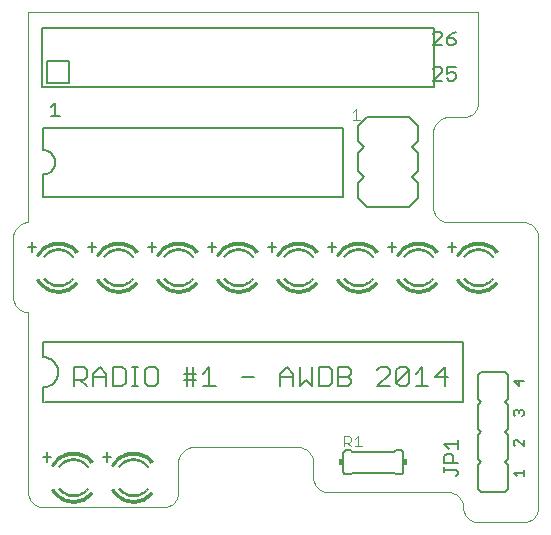
<source format=gto>
G75*
%MOIN*%
%OFA0B0*%
%FSLAX24Y24*%
%IPPOS*%
%LPD*%
%AMOC8*
5,1,8,0,0,1.08239X$1,22.5*
%
%ADD10C,0.0000*%
%ADD11C,0.0060*%
%ADD12C,0.0050*%
%ADD13C,0.0030*%
%ADD14C,0.0006*%
%ADD15C,0.0010*%
%ADD16C,0.0040*%
%ADD17R,0.0150X0.0200*%
D10*
X006460Y006058D02*
X010460Y006058D01*
X010504Y006060D01*
X010547Y006066D01*
X010589Y006075D01*
X010631Y006088D01*
X010671Y006105D01*
X010710Y006125D01*
X010747Y006148D01*
X010781Y006175D01*
X010814Y006204D01*
X010843Y006237D01*
X010870Y006271D01*
X010893Y006308D01*
X010913Y006347D01*
X010930Y006387D01*
X010943Y006429D01*
X010952Y006471D01*
X010958Y006514D01*
X010960Y006558D01*
X010960Y007558D01*
X010962Y007602D01*
X010968Y007645D01*
X010977Y007687D01*
X010990Y007729D01*
X011007Y007769D01*
X011027Y007808D01*
X011050Y007845D01*
X011077Y007879D01*
X011106Y007912D01*
X011139Y007941D01*
X011173Y007968D01*
X011210Y007991D01*
X011249Y008011D01*
X011289Y008028D01*
X011331Y008041D01*
X011373Y008050D01*
X011416Y008056D01*
X011460Y008058D01*
X014960Y008058D01*
X015004Y008056D01*
X015047Y008050D01*
X015089Y008041D01*
X015131Y008028D01*
X015171Y008011D01*
X015210Y007991D01*
X015247Y007968D01*
X015281Y007941D01*
X015314Y007912D01*
X015343Y007879D01*
X015370Y007845D01*
X015393Y007808D01*
X015413Y007769D01*
X015430Y007729D01*
X015443Y007687D01*
X015452Y007645D01*
X015458Y007602D01*
X015460Y007558D01*
X015460Y007058D01*
X015462Y007014D01*
X015468Y006971D01*
X015477Y006929D01*
X015490Y006887D01*
X015507Y006847D01*
X015527Y006808D01*
X015550Y006771D01*
X015577Y006737D01*
X015606Y006704D01*
X015639Y006675D01*
X015673Y006648D01*
X015710Y006625D01*
X015749Y006605D01*
X015789Y006588D01*
X015831Y006575D01*
X015873Y006566D01*
X015916Y006560D01*
X015960Y006558D01*
X019960Y006558D01*
X020004Y006556D01*
X020047Y006550D01*
X020089Y006541D01*
X020131Y006528D01*
X020171Y006511D01*
X020210Y006491D01*
X020247Y006468D01*
X020281Y006441D01*
X020314Y006412D01*
X020343Y006379D01*
X020370Y006345D01*
X020393Y006308D01*
X020413Y006269D01*
X020430Y006229D01*
X020443Y006187D01*
X020452Y006145D01*
X020458Y006102D01*
X020460Y006058D01*
X020462Y006014D01*
X020468Y005971D01*
X020477Y005929D01*
X020490Y005887D01*
X020507Y005847D01*
X020527Y005808D01*
X020550Y005771D01*
X020577Y005737D01*
X020606Y005704D01*
X020639Y005675D01*
X020673Y005648D01*
X020710Y005625D01*
X020749Y005605D01*
X020789Y005588D01*
X020831Y005575D01*
X020873Y005566D01*
X020916Y005560D01*
X020960Y005558D01*
X022460Y005558D01*
X022504Y005560D01*
X022547Y005566D01*
X022589Y005575D01*
X022631Y005588D01*
X022671Y005605D01*
X022710Y005625D01*
X022747Y005648D01*
X022781Y005675D01*
X022814Y005704D01*
X022843Y005737D01*
X022870Y005771D01*
X022893Y005808D01*
X022913Y005847D01*
X022930Y005887D01*
X022943Y005929D01*
X022952Y005971D01*
X022958Y006014D01*
X022960Y006058D01*
X022960Y015058D01*
X022958Y015102D01*
X022952Y015145D01*
X022943Y015187D01*
X022930Y015229D01*
X022913Y015269D01*
X022893Y015308D01*
X022870Y015345D01*
X022843Y015379D01*
X022814Y015412D01*
X022781Y015441D01*
X022747Y015468D01*
X022710Y015491D01*
X022671Y015511D01*
X022631Y015528D01*
X022589Y015541D01*
X022547Y015550D01*
X022504Y015556D01*
X022460Y015558D01*
X019960Y015558D01*
X019916Y015560D01*
X019873Y015566D01*
X019831Y015575D01*
X019789Y015588D01*
X019749Y015605D01*
X019710Y015625D01*
X019673Y015648D01*
X019639Y015675D01*
X019606Y015704D01*
X019577Y015737D01*
X019550Y015771D01*
X019527Y015808D01*
X019507Y015847D01*
X019490Y015887D01*
X019477Y015929D01*
X019468Y015971D01*
X019462Y016014D01*
X019460Y016058D01*
X019460Y018558D01*
X019462Y018602D01*
X019468Y018645D01*
X019477Y018687D01*
X019490Y018729D01*
X019507Y018769D01*
X019527Y018808D01*
X019550Y018845D01*
X019577Y018879D01*
X019606Y018912D01*
X019639Y018941D01*
X019673Y018968D01*
X019710Y018991D01*
X019749Y019011D01*
X019789Y019028D01*
X019831Y019041D01*
X019873Y019050D01*
X019916Y019056D01*
X019960Y019058D01*
X020460Y019058D01*
X020504Y019060D01*
X020547Y019066D01*
X020589Y019075D01*
X020631Y019088D01*
X020671Y019105D01*
X020710Y019125D01*
X020747Y019148D01*
X020781Y019175D01*
X020814Y019204D01*
X020843Y019237D01*
X020870Y019271D01*
X020893Y019308D01*
X020913Y019347D01*
X020930Y019387D01*
X020943Y019429D01*
X020952Y019471D01*
X020958Y019514D01*
X020960Y019558D01*
X020960Y022558D01*
X005960Y022558D01*
X005960Y015558D01*
X005916Y015556D01*
X005873Y015550D01*
X005831Y015541D01*
X005789Y015528D01*
X005749Y015511D01*
X005710Y015491D01*
X005673Y015468D01*
X005639Y015441D01*
X005606Y015412D01*
X005577Y015379D01*
X005550Y015345D01*
X005527Y015308D01*
X005507Y015269D01*
X005490Y015229D01*
X005477Y015187D01*
X005468Y015145D01*
X005462Y015102D01*
X005460Y015058D01*
X005460Y013058D01*
X005462Y013014D01*
X005468Y012971D01*
X005477Y012929D01*
X005490Y012887D01*
X005507Y012847D01*
X005527Y012808D01*
X005550Y012771D01*
X005577Y012737D01*
X005606Y012704D01*
X005639Y012675D01*
X005673Y012648D01*
X005710Y012625D01*
X005749Y012605D01*
X005789Y012588D01*
X005831Y012575D01*
X005873Y012566D01*
X005916Y012560D01*
X005960Y012558D01*
X005960Y006558D01*
X005962Y006514D01*
X005968Y006471D01*
X005977Y006429D01*
X005990Y006387D01*
X006007Y006347D01*
X006027Y006308D01*
X006050Y006271D01*
X006077Y006237D01*
X006106Y006204D01*
X006139Y006175D01*
X006173Y006148D01*
X006210Y006125D01*
X006249Y006105D01*
X006289Y006088D01*
X006331Y006075D01*
X006373Y006066D01*
X006416Y006060D01*
X006460Y006058D01*
D11*
X006460Y009558D02*
X006460Y010058D01*
X006504Y010060D01*
X006547Y010066D01*
X006589Y010075D01*
X006631Y010088D01*
X006671Y010105D01*
X006710Y010125D01*
X006747Y010148D01*
X006781Y010175D01*
X006814Y010204D01*
X006843Y010237D01*
X006870Y010271D01*
X006893Y010308D01*
X006913Y010347D01*
X006930Y010387D01*
X006943Y010429D01*
X006952Y010471D01*
X006958Y010514D01*
X006960Y010558D01*
X006958Y010602D01*
X006952Y010645D01*
X006943Y010687D01*
X006930Y010729D01*
X006913Y010769D01*
X006893Y010808D01*
X006870Y010845D01*
X006843Y010879D01*
X006814Y010912D01*
X006781Y010941D01*
X006747Y010968D01*
X006710Y010991D01*
X006671Y011011D01*
X006631Y011028D01*
X006589Y011041D01*
X006547Y011050D01*
X006504Y011056D01*
X006460Y011058D01*
X006460Y011558D01*
X020460Y011558D01*
X020460Y009558D01*
X006510Y009558D01*
X007490Y010088D02*
X007490Y010729D01*
X007811Y010729D01*
X007917Y010622D01*
X007917Y010408D01*
X007811Y010302D01*
X007490Y010302D01*
X007704Y010302D02*
X007917Y010088D01*
X008135Y010088D02*
X008135Y010515D01*
X008348Y010729D01*
X008562Y010515D01*
X008562Y010088D01*
X008779Y010088D02*
X009100Y010088D01*
X009206Y010195D01*
X009206Y010622D01*
X009100Y010729D01*
X008779Y010729D01*
X008779Y010088D01*
X008562Y010408D02*
X008135Y010408D01*
X009424Y010088D02*
X009637Y010088D01*
X009531Y010088D02*
X009531Y010729D01*
X009637Y010729D02*
X009424Y010729D01*
X009854Y010622D02*
X009854Y010195D01*
X009960Y010088D01*
X010174Y010088D01*
X010281Y010195D01*
X010281Y010622D01*
X010174Y010729D01*
X009960Y010729D01*
X009854Y010622D01*
X011143Y010515D02*
X011463Y010515D01*
X011570Y010515D01*
X011570Y010302D02*
X011143Y010302D01*
X011249Y010088D02*
X011249Y010729D01*
X011463Y010729D02*
X011463Y010088D01*
X011787Y010088D02*
X012214Y010088D01*
X012001Y010088D02*
X012001Y010729D01*
X011787Y010515D01*
X013076Y010408D02*
X013503Y010408D01*
X014365Y010408D02*
X014792Y010408D01*
X014792Y010515D02*
X014792Y010088D01*
X015010Y010088D02*
X015223Y010302D01*
X015437Y010088D01*
X015437Y010729D01*
X015655Y010729D02*
X015975Y010729D01*
X016082Y010622D01*
X016082Y010195D01*
X015975Y010088D01*
X015655Y010088D01*
X015655Y010729D01*
X015010Y010729D02*
X015010Y010088D01*
X014792Y010515D02*
X014579Y010729D01*
X014365Y010515D01*
X014365Y010088D01*
X016299Y010088D02*
X016619Y010088D01*
X016726Y010195D01*
X016726Y010302D01*
X016619Y010408D01*
X016299Y010408D01*
X016299Y010088D02*
X016299Y010729D01*
X016619Y010729D01*
X016726Y010622D01*
X016726Y010515D01*
X016619Y010408D01*
X017588Y010622D02*
X017695Y010729D01*
X017908Y010729D01*
X018015Y010622D01*
X018015Y010515D01*
X017588Y010088D01*
X018015Y010088D01*
X018233Y010195D02*
X018660Y010622D01*
X018660Y010195D01*
X018553Y010088D01*
X018339Y010088D01*
X018233Y010195D01*
X018233Y010622D01*
X018339Y010729D01*
X018553Y010729D01*
X018660Y010622D01*
X018877Y010515D02*
X019091Y010729D01*
X019091Y010088D01*
X019304Y010088D02*
X018877Y010088D01*
X019522Y010408D02*
X019949Y010408D01*
X019842Y010088D02*
X019842Y010729D01*
X019522Y010408D01*
X020960Y010458D02*
X020960Y009658D01*
X021060Y009558D01*
X020960Y009458D01*
X020960Y008658D01*
X021060Y008558D01*
X020960Y008458D01*
X020960Y007658D01*
X021060Y007558D01*
X020960Y007458D01*
X020960Y006658D01*
X021060Y006558D01*
X021860Y006558D01*
X021960Y006658D01*
X021960Y007458D01*
X021860Y007558D01*
X021960Y007658D01*
X021960Y008458D01*
X021860Y008558D01*
X021960Y008658D01*
X021960Y009458D01*
X021860Y009558D01*
X021960Y009658D01*
X021960Y010458D01*
X021860Y010558D01*
X021060Y010558D01*
X020960Y010458D01*
X018360Y007958D02*
X018210Y007958D01*
X018160Y007908D01*
X016760Y007908D01*
X016710Y007958D01*
X016560Y007958D01*
X016543Y007956D01*
X016526Y007952D01*
X016510Y007945D01*
X016496Y007935D01*
X016483Y007922D01*
X016473Y007908D01*
X016466Y007892D01*
X016462Y007875D01*
X016460Y007858D01*
X016460Y007258D01*
X016462Y007241D01*
X016466Y007224D01*
X016473Y007208D01*
X016483Y007194D01*
X016496Y007181D01*
X016510Y007171D01*
X016526Y007164D01*
X016543Y007160D01*
X016560Y007158D01*
X016710Y007158D01*
X016760Y007208D01*
X018160Y007208D01*
X018210Y007158D01*
X018360Y007158D01*
X018377Y007160D01*
X018394Y007164D01*
X018410Y007171D01*
X018424Y007181D01*
X018437Y007194D01*
X018447Y007208D01*
X018454Y007224D01*
X018458Y007241D01*
X018460Y007258D01*
X018460Y007858D01*
X018458Y007875D01*
X018454Y007892D01*
X018447Y007908D01*
X018437Y007922D01*
X018424Y007935D01*
X018410Y007945D01*
X018394Y007952D01*
X018377Y007956D01*
X018360Y007958D01*
X016460Y016408D02*
X006460Y016408D01*
X006460Y017158D01*
X006499Y017160D01*
X006538Y017166D01*
X006576Y017175D01*
X006613Y017188D01*
X006649Y017205D01*
X006682Y017225D01*
X006714Y017249D01*
X006743Y017275D01*
X006769Y017304D01*
X006793Y017336D01*
X006813Y017369D01*
X006830Y017405D01*
X006843Y017442D01*
X006852Y017480D01*
X006858Y017519D01*
X006860Y017558D01*
X006858Y017597D01*
X006852Y017636D01*
X006843Y017674D01*
X006830Y017711D01*
X006813Y017747D01*
X006793Y017780D01*
X006769Y017812D01*
X006743Y017841D01*
X006714Y017867D01*
X006682Y017891D01*
X006649Y017911D01*
X006613Y017928D01*
X006576Y017941D01*
X006538Y017950D01*
X006499Y017956D01*
X006460Y017958D01*
X006460Y018708D01*
X016460Y018708D01*
X016460Y016408D01*
D12*
X016960Y016358D02*
X016960Y016858D01*
X017160Y017058D01*
X016960Y017258D01*
X016960Y017858D01*
X017160Y018058D01*
X016960Y018258D01*
X016960Y018758D01*
X017260Y019058D01*
X018660Y019058D01*
X018960Y018758D01*
X018960Y018258D01*
X018760Y018058D01*
X018960Y017858D01*
X018960Y017258D01*
X018760Y017058D01*
X018960Y016858D01*
X018960Y016358D01*
X018660Y016058D01*
X017260Y016058D01*
X016960Y016358D01*
X016080Y014888D02*
X016080Y014578D01*
X015940Y014738D02*
X016230Y014738D01*
X017940Y014738D02*
X018230Y014738D01*
X018080Y014888D02*
X018080Y014578D01*
X019940Y014738D02*
X020230Y014738D01*
X020080Y014888D02*
X020080Y014578D01*
X014230Y014738D02*
X013940Y014738D01*
X014080Y014888D02*
X014080Y014578D01*
X012230Y014738D02*
X011940Y014738D01*
X012080Y014888D02*
X012080Y014578D01*
X010230Y014738D02*
X009940Y014738D01*
X010080Y014888D02*
X010080Y014578D01*
X008230Y014738D02*
X007940Y014738D01*
X008080Y014888D02*
X008080Y014578D01*
X006230Y014738D02*
X005940Y014738D01*
X006080Y014888D02*
X006080Y014578D01*
X006722Y019099D02*
X007022Y019099D01*
X006872Y019099D02*
X006872Y019549D01*
X006722Y019399D01*
X006409Y020076D02*
X006409Y022044D01*
X019480Y022044D01*
X019480Y020076D01*
X006409Y020076D01*
X006596Y020194D02*
X006596Y020922D01*
X007324Y020922D01*
X007324Y020194D02*
X006596Y020194D01*
X019450Y020280D02*
X019751Y020580D01*
X019751Y020655D01*
X019675Y020730D01*
X019525Y020730D01*
X019450Y020655D01*
X019450Y020280D02*
X019751Y020280D01*
X019911Y020355D02*
X019986Y020280D01*
X020136Y020280D01*
X020211Y020355D01*
X020211Y020505D01*
X020136Y020580D01*
X020061Y020580D01*
X019911Y020505D01*
X019911Y020730D01*
X020211Y020730D01*
X020136Y021461D02*
X019986Y021461D01*
X019911Y021536D01*
X019911Y021686D01*
X020136Y021686D01*
X020211Y021611D01*
X020211Y021536D01*
X020136Y021461D01*
X019911Y021686D02*
X020061Y021836D01*
X020211Y021911D01*
X019751Y021836D02*
X019675Y021911D01*
X019525Y021911D01*
X019450Y021836D01*
X019751Y021836D02*
X019751Y021761D01*
X019450Y021461D01*
X019751Y021461D01*
X007324Y020922D02*
X007321Y020558D01*
X007324Y020194D01*
X022145Y010253D02*
X022315Y010083D01*
X022315Y010310D01*
X022485Y010253D02*
X022145Y010253D01*
X022202Y009310D02*
X022145Y009253D01*
X022145Y009140D01*
X022202Y009083D01*
X022315Y009197D02*
X022315Y009253D01*
X022372Y009310D01*
X022429Y009310D01*
X022485Y009253D01*
X022485Y009140D01*
X022429Y009083D01*
X022315Y009253D02*
X022258Y009310D01*
X022202Y009310D01*
X022202Y008310D02*
X022145Y008253D01*
X022145Y008140D01*
X022202Y008083D01*
X022202Y008310D02*
X022258Y008310D01*
X022485Y008083D01*
X022485Y008310D01*
X022485Y007310D02*
X022485Y007083D01*
X022485Y007197D02*
X022145Y007197D01*
X022258Y007083D01*
X020285Y007158D02*
X020285Y007233D01*
X020210Y007308D01*
X019835Y007308D01*
X019835Y007233D02*
X019835Y007383D01*
X019835Y007543D02*
X019835Y007769D01*
X019910Y007844D01*
X020060Y007844D01*
X020135Y007769D01*
X020135Y007543D01*
X020285Y007543D02*
X019835Y007543D01*
X020285Y007158D02*
X020210Y007083D01*
X020285Y008004D02*
X020285Y008304D01*
X020285Y008154D02*
X019835Y008154D01*
X019985Y008004D01*
X008730Y007738D02*
X008440Y007738D01*
X008580Y007888D02*
X008580Y007578D01*
X006730Y007738D02*
X006440Y007738D01*
X006580Y007888D02*
X006580Y007578D01*
D13*
X016775Y018973D02*
X017022Y018973D01*
X016899Y018973D02*
X016899Y019343D01*
X016775Y019220D01*
D14*
X016467Y013671D02*
X016510Y013704D01*
X016540Y013668D01*
X016573Y013635D01*
X016609Y013605D01*
X016647Y013578D01*
X016687Y013554D01*
X016729Y013533D01*
X016773Y013516D01*
X016818Y013503D01*
X016864Y013493D01*
X016910Y013487D01*
X016957Y013485D01*
X016957Y013432D01*
X016957Y013431D01*
X016910Y013433D01*
X016863Y013438D01*
X016817Y013447D01*
X016772Y013460D01*
X016728Y013476D01*
X016685Y013495D01*
X016643Y013517D01*
X016603Y013542D01*
X016566Y013570D01*
X016530Y013601D01*
X016497Y013635D01*
X016467Y013671D01*
X016471Y013674D01*
X016501Y013638D01*
X016534Y013605D01*
X016569Y013574D01*
X016606Y013546D01*
X016646Y013521D01*
X016687Y013499D01*
X016729Y013480D01*
X016773Y013465D01*
X016818Y013452D01*
X016864Y013443D01*
X016910Y013438D01*
X016957Y013436D01*
X016957Y013441D01*
X016911Y013443D01*
X016865Y013448D01*
X016819Y013457D01*
X016775Y013469D01*
X016731Y013485D01*
X016689Y013504D01*
X016648Y013526D01*
X016609Y013550D01*
X016572Y013578D01*
X016537Y013609D01*
X016505Y013642D01*
X016475Y013677D01*
X016479Y013680D01*
X016508Y013645D01*
X016541Y013612D01*
X016575Y013582D01*
X016612Y013555D01*
X016651Y013530D01*
X016691Y013508D01*
X016733Y013490D01*
X016776Y013474D01*
X016821Y013462D01*
X016866Y013453D01*
X016911Y013448D01*
X016957Y013446D01*
X016957Y013451D01*
X016912Y013453D01*
X016866Y013458D01*
X016822Y013467D01*
X016778Y013479D01*
X016735Y013494D01*
X016693Y013513D01*
X016653Y013534D01*
X016615Y013559D01*
X016578Y013586D01*
X016544Y013616D01*
X016512Y013648D01*
X016483Y013683D01*
X016487Y013686D01*
X016516Y013652D01*
X016548Y013620D01*
X016582Y013590D01*
X016618Y013563D01*
X016656Y013539D01*
X016695Y013517D01*
X016737Y013499D01*
X016779Y013484D01*
X016823Y013472D01*
X016867Y013463D01*
X016912Y013458D01*
X016957Y013456D01*
X016957Y013461D01*
X016912Y013463D01*
X016868Y013468D01*
X016824Y013477D01*
X016781Y013489D01*
X016739Y013504D01*
X016698Y013522D01*
X016658Y013543D01*
X016621Y013567D01*
X016585Y013594D01*
X016551Y013623D01*
X016520Y013655D01*
X016491Y013689D01*
X016495Y013692D01*
X016523Y013658D01*
X016554Y013627D01*
X016588Y013598D01*
X016623Y013571D01*
X016661Y013547D01*
X016700Y013526D01*
X016740Y013508D01*
X016782Y013493D01*
X016825Y013482D01*
X016869Y013473D01*
X016913Y013468D01*
X016957Y013466D01*
X016957Y013471D01*
X016913Y013473D01*
X016869Y013478D01*
X016826Y013486D01*
X016784Y013498D01*
X016742Y013513D01*
X016702Y013531D01*
X016663Y013551D01*
X016626Y013575D01*
X016591Y013601D01*
X016558Y013630D01*
X016527Y013662D01*
X016498Y013695D01*
X016502Y013698D01*
X016533Y013662D01*
X016567Y013629D01*
X016603Y013598D01*
X016642Y013570D01*
X016683Y013546D01*
X016726Y013525D01*
X016770Y013508D01*
X016816Y013494D01*
X016862Y013484D01*
X016909Y013478D01*
X016957Y013476D01*
X016957Y013481D01*
X016910Y013483D01*
X016863Y013489D01*
X016817Y013499D01*
X016772Y013513D01*
X016728Y013530D01*
X016686Y013550D01*
X016645Y013575D01*
X016607Y013602D01*
X016570Y013632D01*
X016537Y013666D01*
X016506Y013701D01*
X017468Y014424D02*
X017424Y014393D01*
X017425Y014393D02*
X017397Y014429D01*
X017366Y014462D01*
X017334Y014492D01*
X017298Y014520D01*
X017261Y014545D01*
X017222Y014567D01*
X017182Y014586D01*
X017139Y014602D01*
X017096Y014615D01*
X017052Y014624D01*
X017008Y014629D01*
X016963Y014631D01*
X016963Y014684D01*
X016963Y014685D01*
X017012Y014683D01*
X017061Y014677D01*
X017109Y014667D01*
X017156Y014653D01*
X017202Y014636D01*
X017247Y014616D01*
X017290Y014591D01*
X017330Y014564D01*
X017369Y014533D01*
X017405Y014500D01*
X017438Y014464D01*
X017468Y014425D01*
X017464Y014422D01*
X017434Y014460D01*
X017401Y014496D01*
X017366Y014529D01*
X017328Y014560D01*
X017287Y014587D01*
X017245Y014611D01*
X017200Y014632D01*
X017155Y014649D01*
X017108Y014662D01*
X017060Y014672D01*
X017012Y014678D01*
X016963Y014680D01*
X016963Y014675D01*
X017011Y014673D01*
X017059Y014667D01*
X017107Y014657D01*
X017153Y014644D01*
X017199Y014627D01*
X017242Y014607D01*
X017284Y014583D01*
X017325Y014556D01*
X017362Y014526D01*
X017398Y014493D01*
X017431Y014457D01*
X017460Y014419D01*
X017456Y014416D01*
X017427Y014454D01*
X017394Y014489D01*
X017359Y014522D01*
X017322Y014552D01*
X017282Y014579D01*
X017240Y014602D01*
X017197Y014622D01*
X017152Y014639D01*
X017106Y014652D01*
X017059Y014662D01*
X017011Y014668D01*
X016963Y014670D01*
X016963Y014665D01*
X017011Y014663D01*
X017058Y014657D01*
X017104Y014648D01*
X017150Y014634D01*
X017195Y014618D01*
X017238Y014598D01*
X017279Y014574D01*
X017319Y014548D01*
X017356Y014518D01*
X017391Y014486D01*
X017423Y014451D01*
X017452Y014413D01*
X017448Y014410D01*
X017419Y014447D01*
X017387Y014482D01*
X017353Y014514D01*
X017316Y014544D01*
X017277Y014570D01*
X017235Y014593D01*
X017193Y014613D01*
X017149Y014630D01*
X017103Y014643D01*
X017057Y014652D01*
X017010Y014658D01*
X016963Y014660D01*
X016963Y014655D01*
X017010Y014653D01*
X017056Y014647D01*
X017102Y014638D01*
X017147Y014625D01*
X017191Y014609D01*
X017233Y014589D01*
X017274Y014566D01*
X017313Y014540D01*
X017349Y014511D01*
X017384Y014479D01*
X017415Y014444D01*
X017444Y014407D01*
X017440Y014405D01*
X017411Y014441D01*
X017380Y014475D01*
X017346Y014507D01*
X017310Y014536D01*
X017271Y014562D01*
X017231Y014584D01*
X017189Y014604D01*
X017145Y014620D01*
X017101Y014633D01*
X017055Y014642D01*
X017009Y014648D01*
X016963Y014650D01*
X016963Y014645D01*
X017009Y014643D01*
X017055Y014637D01*
X017100Y014628D01*
X017144Y014615D01*
X017187Y014599D01*
X017229Y014580D01*
X017269Y014557D01*
X017307Y014532D01*
X017343Y014503D01*
X017376Y014472D01*
X017408Y014438D01*
X017436Y014402D01*
X017432Y014399D01*
X017404Y014435D01*
X017373Y014468D01*
X017340Y014499D01*
X017304Y014528D01*
X017266Y014553D01*
X017226Y014575D01*
X017185Y014595D01*
X017142Y014611D01*
X017098Y014623D01*
X017054Y014632D01*
X017009Y014638D01*
X016963Y014640D01*
X016963Y014635D01*
X017008Y014633D01*
X017053Y014627D01*
X017097Y014618D01*
X017141Y014606D01*
X017183Y014590D01*
X017224Y014571D01*
X017263Y014549D01*
X017301Y014524D01*
X017336Y014495D01*
X017369Y014465D01*
X017400Y014431D01*
X017428Y014396D01*
X016958Y014684D02*
X016958Y014630D01*
X016957Y014631D02*
X016913Y014629D01*
X016870Y014624D01*
X016827Y014615D01*
X016785Y014604D01*
X016744Y014589D01*
X016704Y014571D01*
X016665Y014549D01*
X016629Y014526D01*
X016594Y014499D01*
X016561Y014470D01*
X016531Y014438D01*
X016503Y014404D01*
X016461Y014436D01*
X016460Y014437D01*
X016491Y014474D01*
X016524Y014508D01*
X016559Y014540D01*
X016597Y014570D01*
X016638Y014596D01*
X016680Y014619D01*
X016723Y014639D01*
X016768Y014655D01*
X016814Y014668D01*
X016862Y014677D01*
X016909Y014683D01*
X016957Y014685D01*
X016957Y014680D01*
X016909Y014678D01*
X016862Y014672D01*
X016816Y014663D01*
X016770Y014650D01*
X016725Y014634D01*
X016682Y014614D01*
X016640Y014591D01*
X016600Y014565D01*
X016563Y014537D01*
X016527Y014505D01*
X016494Y014470D01*
X016464Y014434D01*
X016468Y014431D01*
X016498Y014467D01*
X016531Y014501D01*
X016566Y014533D01*
X016603Y014561D01*
X016643Y014587D01*
X016684Y014610D01*
X016727Y014629D01*
X016771Y014645D01*
X016817Y014658D01*
X016863Y014667D01*
X016910Y014673D01*
X016957Y014675D01*
X016957Y014670D01*
X016910Y014668D01*
X016864Y014662D01*
X016818Y014653D01*
X016773Y014641D01*
X016729Y014625D01*
X016686Y014605D01*
X016645Y014583D01*
X016606Y014557D01*
X016569Y014529D01*
X016534Y014498D01*
X016502Y014464D01*
X016472Y014428D01*
X016476Y014425D01*
X016506Y014460D01*
X016538Y014494D01*
X016572Y014525D01*
X016609Y014553D01*
X016648Y014579D01*
X016689Y014601D01*
X016731Y014620D01*
X016774Y014636D01*
X016819Y014648D01*
X016865Y014657D01*
X016911Y014663D01*
X016957Y014665D01*
X016957Y014660D01*
X016911Y014658D01*
X016865Y014653D01*
X016820Y014644D01*
X016776Y014631D01*
X016733Y014615D01*
X016691Y014596D01*
X016650Y014574D01*
X016612Y014549D01*
X016575Y014521D01*
X016541Y014490D01*
X016509Y014457D01*
X016480Y014422D01*
X016484Y014419D01*
X016513Y014454D01*
X016545Y014487D01*
X016579Y014517D01*
X016615Y014545D01*
X016653Y014570D01*
X016693Y014592D01*
X016735Y014611D01*
X016777Y014626D01*
X016821Y014639D01*
X016866Y014648D01*
X016911Y014653D01*
X016957Y014655D01*
X016957Y014650D01*
X016912Y014648D01*
X016867Y014643D01*
X016823Y014634D01*
X016779Y014622D01*
X016736Y014606D01*
X016695Y014588D01*
X016656Y014566D01*
X016618Y014541D01*
X016582Y014513D01*
X016548Y014483D01*
X016517Y014451D01*
X016488Y014416D01*
X016492Y014413D01*
X016521Y014447D01*
X016552Y014480D01*
X016585Y014510D01*
X016621Y014537D01*
X016658Y014561D01*
X016697Y014583D01*
X016738Y014602D01*
X016780Y014617D01*
X016824Y014629D01*
X016868Y014638D01*
X016912Y014643D01*
X016957Y014645D01*
X016957Y014640D01*
X016913Y014638D01*
X016868Y014633D01*
X016825Y014624D01*
X016782Y014612D01*
X016740Y014597D01*
X016700Y014579D01*
X016661Y014557D01*
X016624Y014533D01*
X016588Y014506D01*
X016555Y014476D01*
X016524Y014444D01*
X016496Y014410D01*
X016500Y014407D01*
X016528Y014441D01*
X016559Y014473D01*
X016591Y014502D01*
X016626Y014529D01*
X016663Y014553D01*
X016702Y014574D01*
X016742Y014592D01*
X016784Y014607D01*
X016826Y014619D01*
X016869Y014628D01*
X016913Y014633D01*
X016957Y014635D01*
X016963Y013432D02*
X016963Y013486D01*
X016963Y013485D02*
X017010Y013487D01*
X017056Y013493D01*
X017102Y013503D01*
X017147Y013516D01*
X017191Y013533D01*
X017233Y013554D01*
X017273Y013578D01*
X017311Y013605D01*
X017347Y013635D01*
X017380Y013668D01*
X017410Y013704D01*
X017453Y013671D01*
X017423Y013635D01*
X017390Y013601D01*
X017354Y013570D01*
X017317Y013542D01*
X017277Y013517D01*
X017235Y013495D01*
X017192Y013476D01*
X017148Y013460D01*
X017103Y013447D01*
X017057Y013438D01*
X017010Y013433D01*
X016963Y013431D01*
X016963Y013436D01*
X017010Y013438D01*
X017056Y013443D01*
X017102Y013452D01*
X017147Y013465D01*
X017191Y013480D01*
X017233Y013499D01*
X017274Y013521D01*
X017314Y013546D01*
X017351Y013574D01*
X017386Y013605D01*
X017419Y013638D01*
X017449Y013674D01*
X017445Y013677D01*
X017415Y013642D01*
X017383Y013609D01*
X017348Y013578D01*
X017311Y013550D01*
X017272Y013526D01*
X017231Y013504D01*
X017189Y013485D01*
X017145Y013469D01*
X017101Y013457D01*
X017055Y013448D01*
X017009Y013443D01*
X016963Y013441D01*
X016963Y013446D01*
X017009Y013448D01*
X017054Y013453D01*
X017099Y013462D01*
X017144Y013474D01*
X017187Y013490D01*
X017229Y013508D01*
X017269Y013530D01*
X017308Y013555D01*
X017345Y013582D01*
X017379Y013612D01*
X017412Y013645D01*
X017441Y013680D01*
X017437Y013683D01*
X017408Y013648D01*
X017376Y013616D01*
X017342Y013586D01*
X017305Y013559D01*
X017267Y013534D01*
X017227Y013513D01*
X017185Y013494D01*
X017142Y013479D01*
X017098Y013467D01*
X017054Y013458D01*
X017008Y013453D01*
X016963Y013451D01*
X016963Y013456D01*
X017008Y013458D01*
X017053Y013463D01*
X017097Y013472D01*
X017141Y013484D01*
X017183Y013499D01*
X017225Y013517D01*
X017264Y013539D01*
X017302Y013563D01*
X017338Y013590D01*
X017372Y013620D01*
X017404Y013652D01*
X017433Y013686D01*
X017429Y013689D01*
X017400Y013655D01*
X017369Y013623D01*
X017335Y013594D01*
X017299Y013567D01*
X017262Y013543D01*
X017222Y013522D01*
X017181Y013504D01*
X017139Y013489D01*
X017096Y013477D01*
X017052Y013468D01*
X017008Y013463D01*
X016963Y013461D01*
X016963Y013466D01*
X017007Y013468D01*
X017051Y013473D01*
X017095Y013482D01*
X017138Y013493D01*
X017180Y013508D01*
X017220Y013526D01*
X017259Y013547D01*
X017297Y013571D01*
X017332Y013598D01*
X017366Y013627D01*
X017397Y013658D01*
X017425Y013692D01*
X017422Y013695D01*
X017393Y013662D01*
X017362Y013630D01*
X017329Y013601D01*
X017294Y013575D01*
X017257Y013551D01*
X017218Y013531D01*
X017178Y013513D01*
X017136Y013498D01*
X017094Y013486D01*
X017051Y013478D01*
X017007Y013473D01*
X016963Y013471D01*
X016963Y013476D01*
X017011Y013478D01*
X017058Y013484D01*
X017104Y013494D01*
X017150Y013508D01*
X017194Y013525D01*
X017237Y013546D01*
X017278Y013570D01*
X017317Y013598D01*
X017353Y013629D01*
X017387Y013662D01*
X017418Y013698D01*
X017414Y013701D01*
X017383Y013666D01*
X017350Y013632D01*
X017313Y013602D01*
X017275Y013575D01*
X017234Y013550D01*
X017192Y013530D01*
X017148Y013513D01*
X017103Y013499D01*
X017057Y013489D01*
X017010Y013483D01*
X016963Y013481D01*
X014467Y013671D02*
X014510Y013704D01*
X014540Y013668D01*
X014573Y013635D01*
X014609Y013605D01*
X014647Y013578D01*
X014687Y013554D01*
X014729Y013533D01*
X014773Y013516D01*
X014818Y013503D01*
X014864Y013493D01*
X014910Y013487D01*
X014957Y013485D01*
X014957Y013432D01*
X014957Y013431D01*
X014910Y013433D01*
X014863Y013438D01*
X014817Y013447D01*
X014772Y013460D01*
X014728Y013476D01*
X014685Y013495D01*
X014643Y013517D01*
X014603Y013542D01*
X014566Y013570D01*
X014530Y013601D01*
X014497Y013635D01*
X014467Y013671D01*
X014471Y013674D01*
X014501Y013638D01*
X014534Y013605D01*
X014569Y013574D01*
X014606Y013546D01*
X014646Y013521D01*
X014687Y013499D01*
X014729Y013480D01*
X014773Y013465D01*
X014818Y013452D01*
X014864Y013443D01*
X014910Y013438D01*
X014957Y013436D01*
X014957Y013441D01*
X014911Y013443D01*
X014865Y013448D01*
X014819Y013457D01*
X014775Y013469D01*
X014731Y013485D01*
X014689Y013504D01*
X014648Y013526D01*
X014609Y013550D01*
X014572Y013578D01*
X014537Y013609D01*
X014505Y013642D01*
X014475Y013677D01*
X014479Y013680D01*
X014508Y013645D01*
X014541Y013612D01*
X014575Y013582D01*
X014612Y013555D01*
X014651Y013530D01*
X014691Y013508D01*
X014733Y013490D01*
X014776Y013474D01*
X014821Y013462D01*
X014866Y013453D01*
X014911Y013448D01*
X014957Y013446D01*
X014957Y013451D01*
X014912Y013453D01*
X014866Y013458D01*
X014822Y013467D01*
X014778Y013479D01*
X014735Y013494D01*
X014693Y013513D01*
X014653Y013534D01*
X014615Y013559D01*
X014578Y013586D01*
X014544Y013616D01*
X014512Y013648D01*
X014483Y013683D01*
X014487Y013686D01*
X014516Y013652D01*
X014548Y013620D01*
X014582Y013590D01*
X014618Y013563D01*
X014656Y013539D01*
X014695Y013517D01*
X014737Y013499D01*
X014779Y013484D01*
X014823Y013472D01*
X014867Y013463D01*
X014912Y013458D01*
X014957Y013456D01*
X014957Y013461D01*
X014912Y013463D01*
X014868Y013468D01*
X014824Y013477D01*
X014781Y013489D01*
X014739Y013504D01*
X014698Y013522D01*
X014658Y013543D01*
X014621Y013567D01*
X014585Y013594D01*
X014551Y013623D01*
X014520Y013655D01*
X014491Y013689D01*
X014495Y013692D01*
X014523Y013658D01*
X014554Y013627D01*
X014588Y013598D01*
X014623Y013571D01*
X014661Y013547D01*
X014700Y013526D01*
X014740Y013508D01*
X014782Y013493D01*
X014825Y013482D01*
X014869Y013473D01*
X014913Y013468D01*
X014957Y013466D01*
X014957Y013471D01*
X014913Y013473D01*
X014869Y013478D01*
X014826Y013486D01*
X014784Y013498D01*
X014742Y013513D01*
X014702Y013531D01*
X014663Y013551D01*
X014626Y013575D01*
X014591Y013601D01*
X014558Y013630D01*
X014527Y013662D01*
X014498Y013695D01*
X014502Y013698D01*
X014533Y013662D01*
X014567Y013629D01*
X014603Y013598D01*
X014642Y013570D01*
X014683Y013546D01*
X014726Y013525D01*
X014770Y013508D01*
X014816Y013494D01*
X014862Y013484D01*
X014909Y013478D01*
X014957Y013476D01*
X014957Y013481D01*
X014910Y013483D01*
X014863Y013489D01*
X014817Y013499D01*
X014772Y013513D01*
X014728Y013530D01*
X014686Y013550D01*
X014645Y013575D01*
X014607Y013602D01*
X014570Y013632D01*
X014537Y013666D01*
X014506Y013701D01*
X015468Y014424D02*
X015424Y014393D01*
X015425Y014393D02*
X015397Y014429D01*
X015366Y014462D01*
X015334Y014492D01*
X015298Y014520D01*
X015261Y014545D01*
X015222Y014567D01*
X015182Y014586D01*
X015139Y014602D01*
X015096Y014615D01*
X015052Y014624D01*
X015008Y014629D01*
X014963Y014631D01*
X014963Y014684D01*
X014963Y014685D01*
X015012Y014683D01*
X015061Y014677D01*
X015109Y014667D01*
X015156Y014653D01*
X015202Y014636D01*
X015247Y014616D01*
X015290Y014591D01*
X015330Y014564D01*
X015369Y014533D01*
X015405Y014500D01*
X015438Y014464D01*
X015468Y014425D01*
X015464Y014422D01*
X015434Y014460D01*
X015401Y014496D01*
X015366Y014529D01*
X015328Y014560D01*
X015287Y014587D01*
X015245Y014611D01*
X015200Y014632D01*
X015155Y014649D01*
X015108Y014662D01*
X015060Y014672D01*
X015012Y014678D01*
X014963Y014680D01*
X014963Y014675D01*
X015011Y014673D01*
X015059Y014667D01*
X015107Y014657D01*
X015153Y014644D01*
X015199Y014627D01*
X015242Y014607D01*
X015284Y014583D01*
X015325Y014556D01*
X015362Y014526D01*
X015398Y014493D01*
X015431Y014457D01*
X015460Y014419D01*
X015456Y014416D01*
X015427Y014454D01*
X015394Y014489D01*
X015359Y014522D01*
X015322Y014552D01*
X015282Y014579D01*
X015240Y014602D01*
X015197Y014622D01*
X015152Y014639D01*
X015106Y014652D01*
X015059Y014662D01*
X015011Y014668D01*
X014963Y014670D01*
X014963Y014665D01*
X015011Y014663D01*
X015058Y014657D01*
X015104Y014648D01*
X015150Y014634D01*
X015195Y014618D01*
X015238Y014598D01*
X015279Y014574D01*
X015319Y014548D01*
X015356Y014518D01*
X015391Y014486D01*
X015423Y014451D01*
X015452Y014413D01*
X015448Y014410D01*
X015419Y014447D01*
X015387Y014482D01*
X015353Y014514D01*
X015316Y014544D01*
X015277Y014570D01*
X015235Y014593D01*
X015193Y014613D01*
X015149Y014630D01*
X015103Y014643D01*
X015057Y014652D01*
X015010Y014658D01*
X014963Y014660D01*
X014963Y014655D01*
X015010Y014653D01*
X015056Y014647D01*
X015102Y014638D01*
X015147Y014625D01*
X015191Y014609D01*
X015233Y014589D01*
X015274Y014566D01*
X015313Y014540D01*
X015349Y014511D01*
X015384Y014479D01*
X015415Y014444D01*
X015444Y014407D01*
X015440Y014405D01*
X015411Y014441D01*
X015380Y014475D01*
X015346Y014507D01*
X015310Y014536D01*
X015271Y014562D01*
X015231Y014584D01*
X015189Y014604D01*
X015145Y014620D01*
X015101Y014633D01*
X015055Y014642D01*
X015009Y014648D01*
X014963Y014650D01*
X014963Y014645D01*
X015009Y014643D01*
X015055Y014637D01*
X015100Y014628D01*
X015144Y014615D01*
X015187Y014599D01*
X015229Y014580D01*
X015269Y014557D01*
X015307Y014532D01*
X015343Y014503D01*
X015376Y014472D01*
X015408Y014438D01*
X015436Y014402D01*
X015432Y014399D01*
X015404Y014435D01*
X015373Y014468D01*
X015340Y014499D01*
X015304Y014528D01*
X015266Y014553D01*
X015226Y014575D01*
X015185Y014595D01*
X015142Y014611D01*
X015098Y014623D01*
X015054Y014632D01*
X015009Y014638D01*
X014963Y014640D01*
X014963Y014635D01*
X015008Y014633D01*
X015053Y014627D01*
X015097Y014618D01*
X015141Y014606D01*
X015183Y014590D01*
X015224Y014571D01*
X015263Y014549D01*
X015301Y014524D01*
X015336Y014495D01*
X015369Y014465D01*
X015400Y014431D01*
X015428Y014396D01*
X014958Y014684D02*
X014958Y014630D01*
X014957Y014631D02*
X014913Y014629D01*
X014870Y014624D01*
X014827Y014615D01*
X014785Y014604D01*
X014744Y014589D01*
X014704Y014571D01*
X014665Y014549D01*
X014629Y014526D01*
X014594Y014499D01*
X014561Y014470D01*
X014531Y014438D01*
X014503Y014404D01*
X014461Y014436D01*
X014460Y014437D01*
X014491Y014474D01*
X014524Y014508D01*
X014559Y014540D01*
X014597Y014570D01*
X014638Y014596D01*
X014680Y014619D01*
X014723Y014639D01*
X014768Y014655D01*
X014814Y014668D01*
X014862Y014677D01*
X014909Y014683D01*
X014957Y014685D01*
X014957Y014680D01*
X014909Y014678D01*
X014862Y014672D01*
X014816Y014663D01*
X014770Y014650D01*
X014725Y014634D01*
X014682Y014614D01*
X014640Y014591D01*
X014600Y014565D01*
X014563Y014537D01*
X014527Y014505D01*
X014494Y014470D01*
X014464Y014434D01*
X014468Y014431D01*
X014498Y014467D01*
X014531Y014501D01*
X014566Y014533D01*
X014603Y014561D01*
X014643Y014587D01*
X014684Y014610D01*
X014727Y014629D01*
X014771Y014645D01*
X014817Y014658D01*
X014863Y014667D01*
X014910Y014673D01*
X014957Y014675D01*
X014957Y014670D01*
X014910Y014668D01*
X014864Y014662D01*
X014818Y014653D01*
X014773Y014641D01*
X014729Y014625D01*
X014686Y014605D01*
X014645Y014583D01*
X014606Y014557D01*
X014569Y014529D01*
X014534Y014498D01*
X014502Y014464D01*
X014472Y014428D01*
X014476Y014425D01*
X014506Y014460D01*
X014538Y014494D01*
X014572Y014525D01*
X014609Y014553D01*
X014648Y014579D01*
X014689Y014601D01*
X014731Y014620D01*
X014774Y014636D01*
X014819Y014648D01*
X014865Y014657D01*
X014911Y014663D01*
X014957Y014665D01*
X014957Y014660D01*
X014911Y014658D01*
X014865Y014653D01*
X014820Y014644D01*
X014776Y014631D01*
X014733Y014615D01*
X014691Y014596D01*
X014650Y014574D01*
X014612Y014549D01*
X014575Y014521D01*
X014541Y014490D01*
X014509Y014457D01*
X014480Y014422D01*
X014484Y014419D01*
X014513Y014454D01*
X014545Y014487D01*
X014579Y014517D01*
X014615Y014545D01*
X014653Y014570D01*
X014693Y014592D01*
X014735Y014611D01*
X014777Y014626D01*
X014821Y014639D01*
X014866Y014648D01*
X014911Y014653D01*
X014957Y014655D01*
X014957Y014650D01*
X014912Y014648D01*
X014867Y014643D01*
X014823Y014634D01*
X014779Y014622D01*
X014736Y014606D01*
X014695Y014588D01*
X014656Y014566D01*
X014618Y014541D01*
X014582Y014513D01*
X014548Y014483D01*
X014517Y014451D01*
X014488Y014416D01*
X014492Y014413D01*
X014521Y014447D01*
X014552Y014480D01*
X014585Y014510D01*
X014621Y014537D01*
X014658Y014561D01*
X014697Y014583D01*
X014738Y014602D01*
X014780Y014617D01*
X014824Y014629D01*
X014868Y014638D01*
X014912Y014643D01*
X014957Y014645D01*
X014957Y014640D01*
X014913Y014638D01*
X014868Y014633D01*
X014825Y014624D01*
X014782Y014612D01*
X014740Y014597D01*
X014700Y014579D01*
X014661Y014557D01*
X014624Y014533D01*
X014588Y014506D01*
X014555Y014476D01*
X014524Y014444D01*
X014496Y014410D01*
X014500Y014407D01*
X014528Y014441D01*
X014559Y014473D01*
X014591Y014502D01*
X014626Y014529D01*
X014663Y014553D01*
X014702Y014574D01*
X014742Y014592D01*
X014784Y014607D01*
X014826Y014619D01*
X014869Y014628D01*
X014913Y014633D01*
X014957Y014635D01*
X014963Y013432D02*
X014963Y013486D01*
X014963Y013485D02*
X015010Y013487D01*
X015056Y013493D01*
X015102Y013503D01*
X015147Y013516D01*
X015191Y013533D01*
X015233Y013554D01*
X015273Y013578D01*
X015311Y013605D01*
X015347Y013635D01*
X015380Y013668D01*
X015410Y013704D01*
X015453Y013671D01*
X015423Y013635D01*
X015390Y013601D01*
X015354Y013570D01*
X015317Y013542D01*
X015277Y013517D01*
X015235Y013495D01*
X015192Y013476D01*
X015148Y013460D01*
X015103Y013447D01*
X015057Y013438D01*
X015010Y013433D01*
X014963Y013431D01*
X014963Y013436D01*
X015010Y013438D01*
X015056Y013443D01*
X015102Y013452D01*
X015147Y013465D01*
X015191Y013480D01*
X015233Y013499D01*
X015274Y013521D01*
X015314Y013546D01*
X015351Y013574D01*
X015386Y013605D01*
X015419Y013638D01*
X015449Y013674D01*
X015445Y013677D01*
X015415Y013642D01*
X015383Y013609D01*
X015348Y013578D01*
X015311Y013550D01*
X015272Y013526D01*
X015231Y013504D01*
X015189Y013485D01*
X015145Y013469D01*
X015101Y013457D01*
X015055Y013448D01*
X015009Y013443D01*
X014963Y013441D01*
X014963Y013446D01*
X015009Y013448D01*
X015054Y013453D01*
X015099Y013462D01*
X015144Y013474D01*
X015187Y013490D01*
X015229Y013508D01*
X015269Y013530D01*
X015308Y013555D01*
X015345Y013582D01*
X015379Y013612D01*
X015412Y013645D01*
X015441Y013680D01*
X015437Y013683D01*
X015408Y013648D01*
X015376Y013616D01*
X015342Y013586D01*
X015305Y013559D01*
X015267Y013534D01*
X015227Y013513D01*
X015185Y013494D01*
X015142Y013479D01*
X015098Y013467D01*
X015054Y013458D01*
X015008Y013453D01*
X014963Y013451D01*
X014963Y013456D01*
X015008Y013458D01*
X015053Y013463D01*
X015097Y013472D01*
X015141Y013484D01*
X015183Y013499D01*
X015225Y013517D01*
X015264Y013539D01*
X015302Y013563D01*
X015338Y013590D01*
X015372Y013620D01*
X015404Y013652D01*
X015433Y013686D01*
X015429Y013689D01*
X015400Y013655D01*
X015369Y013623D01*
X015335Y013594D01*
X015299Y013567D01*
X015262Y013543D01*
X015222Y013522D01*
X015181Y013504D01*
X015139Y013489D01*
X015096Y013477D01*
X015052Y013468D01*
X015008Y013463D01*
X014963Y013461D01*
X014963Y013466D01*
X015007Y013468D01*
X015051Y013473D01*
X015095Y013482D01*
X015138Y013493D01*
X015180Y013508D01*
X015220Y013526D01*
X015259Y013547D01*
X015297Y013571D01*
X015332Y013598D01*
X015366Y013627D01*
X015397Y013658D01*
X015425Y013692D01*
X015422Y013695D01*
X015393Y013662D01*
X015362Y013630D01*
X015329Y013601D01*
X015294Y013575D01*
X015257Y013551D01*
X015218Y013531D01*
X015178Y013513D01*
X015136Y013498D01*
X015094Y013486D01*
X015051Y013478D01*
X015007Y013473D01*
X014963Y013471D01*
X014963Y013476D01*
X015011Y013478D01*
X015058Y013484D01*
X015104Y013494D01*
X015150Y013508D01*
X015194Y013525D01*
X015237Y013546D01*
X015278Y013570D01*
X015317Y013598D01*
X015353Y013629D01*
X015387Y013662D01*
X015418Y013698D01*
X015414Y013701D01*
X015383Y013666D01*
X015350Y013632D01*
X015313Y013602D01*
X015275Y013575D01*
X015234Y013550D01*
X015192Y013530D01*
X015148Y013513D01*
X015103Y013499D01*
X015057Y013489D01*
X015010Y013483D01*
X014963Y013481D01*
X012467Y013671D02*
X012510Y013704D01*
X012540Y013668D01*
X012573Y013635D01*
X012609Y013605D01*
X012647Y013578D01*
X012687Y013554D01*
X012729Y013533D01*
X012773Y013516D01*
X012818Y013503D01*
X012864Y013493D01*
X012910Y013487D01*
X012957Y013485D01*
X012957Y013432D01*
X012957Y013431D01*
X012910Y013433D01*
X012863Y013438D01*
X012817Y013447D01*
X012772Y013460D01*
X012728Y013476D01*
X012685Y013495D01*
X012643Y013517D01*
X012603Y013542D01*
X012566Y013570D01*
X012530Y013601D01*
X012497Y013635D01*
X012467Y013671D01*
X012471Y013674D01*
X012501Y013638D01*
X012534Y013605D01*
X012569Y013574D01*
X012606Y013546D01*
X012646Y013521D01*
X012687Y013499D01*
X012729Y013480D01*
X012773Y013465D01*
X012818Y013452D01*
X012864Y013443D01*
X012910Y013438D01*
X012957Y013436D01*
X012957Y013441D01*
X012911Y013443D01*
X012865Y013448D01*
X012819Y013457D01*
X012775Y013469D01*
X012731Y013485D01*
X012689Y013504D01*
X012648Y013526D01*
X012609Y013550D01*
X012572Y013578D01*
X012537Y013609D01*
X012505Y013642D01*
X012475Y013677D01*
X012479Y013680D01*
X012508Y013645D01*
X012541Y013612D01*
X012575Y013582D01*
X012612Y013555D01*
X012651Y013530D01*
X012691Y013508D01*
X012733Y013490D01*
X012776Y013474D01*
X012821Y013462D01*
X012866Y013453D01*
X012911Y013448D01*
X012957Y013446D01*
X012957Y013451D01*
X012912Y013453D01*
X012866Y013458D01*
X012822Y013467D01*
X012778Y013479D01*
X012735Y013494D01*
X012693Y013513D01*
X012653Y013534D01*
X012615Y013559D01*
X012578Y013586D01*
X012544Y013616D01*
X012512Y013648D01*
X012483Y013683D01*
X012487Y013686D01*
X012516Y013652D01*
X012548Y013620D01*
X012582Y013590D01*
X012618Y013563D01*
X012656Y013539D01*
X012695Y013517D01*
X012737Y013499D01*
X012779Y013484D01*
X012823Y013472D01*
X012867Y013463D01*
X012912Y013458D01*
X012957Y013456D01*
X012957Y013461D01*
X012912Y013463D01*
X012868Y013468D01*
X012824Y013477D01*
X012781Y013489D01*
X012739Y013504D01*
X012698Y013522D01*
X012658Y013543D01*
X012621Y013567D01*
X012585Y013594D01*
X012551Y013623D01*
X012520Y013655D01*
X012491Y013689D01*
X012495Y013692D01*
X012523Y013658D01*
X012554Y013627D01*
X012588Y013598D01*
X012623Y013571D01*
X012661Y013547D01*
X012700Y013526D01*
X012740Y013508D01*
X012782Y013493D01*
X012825Y013482D01*
X012869Y013473D01*
X012913Y013468D01*
X012957Y013466D01*
X012957Y013471D01*
X012913Y013473D01*
X012869Y013478D01*
X012826Y013486D01*
X012784Y013498D01*
X012742Y013513D01*
X012702Y013531D01*
X012663Y013551D01*
X012626Y013575D01*
X012591Y013601D01*
X012558Y013630D01*
X012527Y013662D01*
X012498Y013695D01*
X012502Y013698D01*
X012533Y013662D01*
X012567Y013629D01*
X012603Y013598D01*
X012642Y013570D01*
X012683Y013546D01*
X012726Y013525D01*
X012770Y013508D01*
X012816Y013494D01*
X012862Y013484D01*
X012909Y013478D01*
X012957Y013476D01*
X012957Y013481D01*
X012910Y013483D01*
X012863Y013489D01*
X012817Y013499D01*
X012772Y013513D01*
X012728Y013530D01*
X012686Y013550D01*
X012645Y013575D01*
X012607Y013602D01*
X012570Y013632D01*
X012537Y013666D01*
X012506Y013701D01*
X013468Y014424D02*
X013424Y014393D01*
X013425Y014393D02*
X013397Y014429D01*
X013366Y014462D01*
X013334Y014492D01*
X013298Y014520D01*
X013261Y014545D01*
X013222Y014567D01*
X013182Y014586D01*
X013139Y014602D01*
X013096Y014615D01*
X013052Y014624D01*
X013008Y014629D01*
X012963Y014631D01*
X012963Y014684D01*
X012963Y014685D01*
X013012Y014683D01*
X013061Y014677D01*
X013109Y014667D01*
X013156Y014653D01*
X013202Y014636D01*
X013247Y014616D01*
X013290Y014591D01*
X013330Y014564D01*
X013369Y014533D01*
X013405Y014500D01*
X013438Y014464D01*
X013468Y014425D01*
X013464Y014422D01*
X013434Y014460D01*
X013401Y014496D01*
X013366Y014529D01*
X013328Y014560D01*
X013287Y014587D01*
X013245Y014611D01*
X013200Y014632D01*
X013155Y014649D01*
X013108Y014662D01*
X013060Y014672D01*
X013012Y014678D01*
X012963Y014680D01*
X012963Y014675D01*
X013011Y014673D01*
X013059Y014667D01*
X013107Y014657D01*
X013153Y014644D01*
X013199Y014627D01*
X013242Y014607D01*
X013284Y014583D01*
X013325Y014556D01*
X013362Y014526D01*
X013398Y014493D01*
X013431Y014457D01*
X013460Y014419D01*
X013456Y014416D01*
X013427Y014454D01*
X013394Y014489D01*
X013359Y014522D01*
X013322Y014552D01*
X013282Y014579D01*
X013240Y014602D01*
X013197Y014622D01*
X013152Y014639D01*
X013106Y014652D01*
X013059Y014662D01*
X013011Y014668D01*
X012963Y014670D01*
X012963Y014665D01*
X013011Y014663D01*
X013058Y014657D01*
X013104Y014648D01*
X013150Y014634D01*
X013195Y014618D01*
X013238Y014598D01*
X013279Y014574D01*
X013319Y014548D01*
X013356Y014518D01*
X013391Y014486D01*
X013423Y014451D01*
X013452Y014413D01*
X013448Y014410D01*
X013419Y014447D01*
X013387Y014482D01*
X013353Y014514D01*
X013316Y014544D01*
X013277Y014570D01*
X013235Y014593D01*
X013193Y014613D01*
X013149Y014630D01*
X013103Y014643D01*
X013057Y014652D01*
X013010Y014658D01*
X012963Y014660D01*
X012963Y014655D01*
X013010Y014653D01*
X013056Y014647D01*
X013102Y014638D01*
X013147Y014625D01*
X013191Y014609D01*
X013233Y014589D01*
X013274Y014566D01*
X013313Y014540D01*
X013349Y014511D01*
X013384Y014479D01*
X013415Y014444D01*
X013444Y014407D01*
X013440Y014405D01*
X013411Y014441D01*
X013380Y014475D01*
X013346Y014507D01*
X013310Y014536D01*
X013271Y014562D01*
X013231Y014584D01*
X013189Y014604D01*
X013145Y014620D01*
X013101Y014633D01*
X013055Y014642D01*
X013009Y014648D01*
X012963Y014650D01*
X012963Y014645D01*
X013009Y014643D01*
X013055Y014637D01*
X013100Y014628D01*
X013144Y014615D01*
X013187Y014599D01*
X013229Y014580D01*
X013269Y014557D01*
X013307Y014532D01*
X013343Y014503D01*
X013376Y014472D01*
X013408Y014438D01*
X013436Y014402D01*
X013432Y014399D01*
X013404Y014435D01*
X013373Y014468D01*
X013340Y014499D01*
X013304Y014528D01*
X013266Y014553D01*
X013226Y014575D01*
X013185Y014595D01*
X013142Y014611D01*
X013098Y014623D01*
X013054Y014632D01*
X013009Y014638D01*
X012963Y014640D01*
X012963Y014635D01*
X013008Y014633D01*
X013053Y014627D01*
X013097Y014618D01*
X013141Y014606D01*
X013183Y014590D01*
X013224Y014571D01*
X013263Y014549D01*
X013301Y014524D01*
X013336Y014495D01*
X013369Y014465D01*
X013400Y014431D01*
X013428Y014396D01*
X012958Y014684D02*
X012958Y014630D01*
X012957Y014631D02*
X012913Y014629D01*
X012870Y014624D01*
X012827Y014615D01*
X012785Y014604D01*
X012744Y014589D01*
X012704Y014571D01*
X012665Y014549D01*
X012629Y014526D01*
X012594Y014499D01*
X012561Y014470D01*
X012531Y014438D01*
X012503Y014404D01*
X012461Y014436D01*
X012460Y014437D01*
X012491Y014474D01*
X012524Y014508D01*
X012559Y014540D01*
X012597Y014570D01*
X012638Y014596D01*
X012680Y014619D01*
X012723Y014639D01*
X012768Y014655D01*
X012814Y014668D01*
X012862Y014677D01*
X012909Y014683D01*
X012957Y014685D01*
X012957Y014680D01*
X012909Y014678D01*
X012862Y014672D01*
X012816Y014663D01*
X012770Y014650D01*
X012725Y014634D01*
X012682Y014614D01*
X012640Y014591D01*
X012600Y014565D01*
X012563Y014537D01*
X012527Y014505D01*
X012494Y014470D01*
X012464Y014434D01*
X012468Y014431D01*
X012498Y014467D01*
X012531Y014501D01*
X012566Y014533D01*
X012603Y014561D01*
X012643Y014587D01*
X012684Y014610D01*
X012727Y014629D01*
X012771Y014645D01*
X012817Y014658D01*
X012863Y014667D01*
X012910Y014673D01*
X012957Y014675D01*
X012957Y014670D01*
X012910Y014668D01*
X012864Y014662D01*
X012818Y014653D01*
X012773Y014641D01*
X012729Y014625D01*
X012686Y014605D01*
X012645Y014583D01*
X012606Y014557D01*
X012569Y014529D01*
X012534Y014498D01*
X012502Y014464D01*
X012472Y014428D01*
X012476Y014425D01*
X012506Y014460D01*
X012538Y014494D01*
X012572Y014525D01*
X012609Y014553D01*
X012648Y014579D01*
X012689Y014601D01*
X012731Y014620D01*
X012774Y014636D01*
X012819Y014648D01*
X012865Y014657D01*
X012911Y014663D01*
X012957Y014665D01*
X012957Y014660D01*
X012911Y014658D01*
X012865Y014653D01*
X012820Y014644D01*
X012776Y014631D01*
X012733Y014615D01*
X012691Y014596D01*
X012650Y014574D01*
X012612Y014549D01*
X012575Y014521D01*
X012541Y014490D01*
X012509Y014457D01*
X012480Y014422D01*
X012484Y014419D01*
X012513Y014454D01*
X012545Y014487D01*
X012579Y014517D01*
X012615Y014545D01*
X012653Y014570D01*
X012693Y014592D01*
X012735Y014611D01*
X012777Y014626D01*
X012821Y014639D01*
X012866Y014648D01*
X012911Y014653D01*
X012957Y014655D01*
X012957Y014650D01*
X012912Y014648D01*
X012867Y014643D01*
X012823Y014634D01*
X012779Y014622D01*
X012736Y014606D01*
X012695Y014588D01*
X012656Y014566D01*
X012618Y014541D01*
X012582Y014513D01*
X012548Y014483D01*
X012517Y014451D01*
X012488Y014416D01*
X012492Y014413D01*
X012521Y014447D01*
X012552Y014480D01*
X012585Y014510D01*
X012621Y014537D01*
X012658Y014561D01*
X012697Y014583D01*
X012738Y014602D01*
X012780Y014617D01*
X012824Y014629D01*
X012868Y014638D01*
X012912Y014643D01*
X012957Y014645D01*
X012957Y014640D01*
X012913Y014638D01*
X012868Y014633D01*
X012825Y014624D01*
X012782Y014612D01*
X012740Y014597D01*
X012700Y014579D01*
X012661Y014557D01*
X012624Y014533D01*
X012588Y014506D01*
X012555Y014476D01*
X012524Y014444D01*
X012496Y014410D01*
X012500Y014407D01*
X012528Y014441D01*
X012559Y014473D01*
X012591Y014502D01*
X012626Y014529D01*
X012663Y014553D01*
X012702Y014574D01*
X012742Y014592D01*
X012784Y014607D01*
X012826Y014619D01*
X012869Y014628D01*
X012913Y014633D01*
X012957Y014635D01*
X012963Y013432D02*
X012963Y013486D01*
X012963Y013485D02*
X013010Y013487D01*
X013056Y013493D01*
X013102Y013503D01*
X013147Y013516D01*
X013191Y013533D01*
X013233Y013554D01*
X013273Y013578D01*
X013311Y013605D01*
X013347Y013635D01*
X013380Y013668D01*
X013410Y013704D01*
X013453Y013671D01*
X013423Y013635D01*
X013390Y013601D01*
X013354Y013570D01*
X013317Y013542D01*
X013277Y013517D01*
X013235Y013495D01*
X013192Y013476D01*
X013148Y013460D01*
X013103Y013447D01*
X013057Y013438D01*
X013010Y013433D01*
X012963Y013431D01*
X012963Y013436D01*
X013010Y013438D01*
X013056Y013443D01*
X013102Y013452D01*
X013147Y013465D01*
X013191Y013480D01*
X013233Y013499D01*
X013274Y013521D01*
X013314Y013546D01*
X013351Y013574D01*
X013386Y013605D01*
X013419Y013638D01*
X013449Y013674D01*
X013445Y013677D01*
X013415Y013642D01*
X013383Y013609D01*
X013348Y013578D01*
X013311Y013550D01*
X013272Y013526D01*
X013231Y013504D01*
X013189Y013485D01*
X013145Y013469D01*
X013101Y013457D01*
X013055Y013448D01*
X013009Y013443D01*
X012963Y013441D01*
X012963Y013446D01*
X013009Y013448D01*
X013054Y013453D01*
X013099Y013462D01*
X013144Y013474D01*
X013187Y013490D01*
X013229Y013508D01*
X013269Y013530D01*
X013308Y013555D01*
X013345Y013582D01*
X013379Y013612D01*
X013412Y013645D01*
X013441Y013680D01*
X013437Y013683D01*
X013408Y013648D01*
X013376Y013616D01*
X013342Y013586D01*
X013305Y013559D01*
X013267Y013534D01*
X013227Y013513D01*
X013185Y013494D01*
X013142Y013479D01*
X013098Y013467D01*
X013054Y013458D01*
X013008Y013453D01*
X012963Y013451D01*
X012963Y013456D01*
X013008Y013458D01*
X013053Y013463D01*
X013097Y013472D01*
X013141Y013484D01*
X013183Y013499D01*
X013225Y013517D01*
X013264Y013539D01*
X013302Y013563D01*
X013338Y013590D01*
X013372Y013620D01*
X013404Y013652D01*
X013433Y013686D01*
X013429Y013689D01*
X013400Y013655D01*
X013369Y013623D01*
X013335Y013594D01*
X013299Y013567D01*
X013262Y013543D01*
X013222Y013522D01*
X013181Y013504D01*
X013139Y013489D01*
X013096Y013477D01*
X013052Y013468D01*
X013008Y013463D01*
X012963Y013461D01*
X012963Y013466D01*
X013007Y013468D01*
X013051Y013473D01*
X013095Y013482D01*
X013138Y013493D01*
X013180Y013508D01*
X013220Y013526D01*
X013259Y013547D01*
X013297Y013571D01*
X013332Y013598D01*
X013366Y013627D01*
X013397Y013658D01*
X013425Y013692D01*
X013422Y013695D01*
X013393Y013662D01*
X013362Y013630D01*
X013329Y013601D01*
X013294Y013575D01*
X013257Y013551D01*
X013218Y013531D01*
X013178Y013513D01*
X013136Y013498D01*
X013094Y013486D01*
X013051Y013478D01*
X013007Y013473D01*
X012963Y013471D01*
X012963Y013476D01*
X013011Y013478D01*
X013058Y013484D01*
X013104Y013494D01*
X013150Y013508D01*
X013194Y013525D01*
X013237Y013546D01*
X013278Y013570D01*
X013317Y013598D01*
X013353Y013629D01*
X013387Y013662D01*
X013418Y013698D01*
X013414Y013701D01*
X013383Y013666D01*
X013350Y013632D01*
X013313Y013602D01*
X013275Y013575D01*
X013234Y013550D01*
X013192Y013530D01*
X013148Y013513D01*
X013103Y013499D01*
X013057Y013489D01*
X013010Y013483D01*
X012963Y013481D01*
X010467Y013671D02*
X010510Y013704D01*
X010540Y013668D01*
X010573Y013635D01*
X010609Y013605D01*
X010647Y013578D01*
X010687Y013554D01*
X010729Y013533D01*
X010773Y013516D01*
X010818Y013503D01*
X010864Y013493D01*
X010910Y013487D01*
X010957Y013485D01*
X010957Y013432D01*
X010957Y013431D01*
X010910Y013433D01*
X010863Y013438D01*
X010817Y013447D01*
X010772Y013460D01*
X010728Y013476D01*
X010685Y013495D01*
X010643Y013517D01*
X010603Y013542D01*
X010566Y013570D01*
X010530Y013601D01*
X010497Y013635D01*
X010467Y013671D01*
X010471Y013674D01*
X010501Y013638D01*
X010534Y013605D01*
X010569Y013574D01*
X010606Y013546D01*
X010646Y013521D01*
X010687Y013499D01*
X010729Y013480D01*
X010773Y013465D01*
X010818Y013452D01*
X010864Y013443D01*
X010910Y013438D01*
X010957Y013436D01*
X010957Y013441D01*
X010911Y013443D01*
X010865Y013448D01*
X010819Y013457D01*
X010775Y013469D01*
X010731Y013485D01*
X010689Y013504D01*
X010648Y013526D01*
X010609Y013550D01*
X010572Y013578D01*
X010537Y013609D01*
X010505Y013642D01*
X010475Y013677D01*
X010479Y013680D01*
X010508Y013645D01*
X010541Y013612D01*
X010575Y013582D01*
X010612Y013555D01*
X010651Y013530D01*
X010691Y013508D01*
X010733Y013490D01*
X010776Y013474D01*
X010821Y013462D01*
X010866Y013453D01*
X010911Y013448D01*
X010957Y013446D01*
X010957Y013451D01*
X010912Y013453D01*
X010866Y013458D01*
X010822Y013467D01*
X010778Y013479D01*
X010735Y013494D01*
X010693Y013513D01*
X010653Y013534D01*
X010615Y013559D01*
X010578Y013586D01*
X010544Y013616D01*
X010512Y013648D01*
X010483Y013683D01*
X010487Y013686D01*
X010516Y013652D01*
X010548Y013620D01*
X010582Y013590D01*
X010618Y013563D01*
X010656Y013539D01*
X010695Y013517D01*
X010737Y013499D01*
X010779Y013484D01*
X010823Y013472D01*
X010867Y013463D01*
X010912Y013458D01*
X010957Y013456D01*
X010957Y013461D01*
X010912Y013463D01*
X010868Y013468D01*
X010824Y013477D01*
X010781Y013489D01*
X010739Y013504D01*
X010698Y013522D01*
X010658Y013543D01*
X010621Y013567D01*
X010585Y013594D01*
X010551Y013623D01*
X010520Y013655D01*
X010491Y013689D01*
X010495Y013692D01*
X010523Y013658D01*
X010554Y013627D01*
X010588Y013598D01*
X010623Y013571D01*
X010661Y013547D01*
X010700Y013526D01*
X010740Y013508D01*
X010782Y013493D01*
X010825Y013482D01*
X010869Y013473D01*
X010913Y013468D01*
X010957Y013466D01*
X010957Y013471D01*
X010913Y013473D01*
X010869Y013478D01*
X010826Y013486D01*
X010784Y013498D01*
X010742Y013513D01*
X010702Y013531D01*
X010663Y013551D01*
X010626Y013575D01*
X010591Y013601D01*
X010558Y013630D01*
X010527Y013662D01*
X010498Y013695D01*
X010502Y013698D01*
X010533Y013662D01*
X010567Y013629D01*
X010603Y013598D01*
X010642Y013570D01*
X010683Y013546D01*
X010726Y013525D01*
X010770Y013508D01*
X010816Y013494D01*
X010862Y013484D01*
X010909Y013478D01*
X010957Y013476D01*
X010957Y013481D01*
X010910Y013483D01*
X010863Y013489D01*
X010817Y013499D01*
X010772Y013513D01*
X010728Y013530D01*
X010686Y013550D01*
X010645Y013575D01*
X010607Y013602D01*
X010570Y013632D01*
X010537Y013666D01*
X010506Y013701D01*
X011468Y014424D02*
X011424Y014393D01*
X011425Y014393D02*
X011397Y014429D01*
X011366Y014462D01*
X011334Y014492D01*
X011298Y014520D01*
X011261Y014545D01*
X011222Y014567D01*
X011182Y014586D01*
X011139Y014602D01*
X011096Y014615D01*
X011052Y014624D01*
X011008Y014629D01*
X010963Y014631D01*
X010963Y014684D01*
X010963Y014685D01*
X011012Y014683D01*
X011061Y014677D01*
X011109Y014667D01*
X011156Y014653D01*
X011202Y014636D01*
X011247Y014616D01*
X011290Y014591D01*
X011330Y014564D01*
X011369Y014533D01*
X011405Y014500D01*
X011438Y014464D01*
X011468Y014425D01*
X011464Y014422D01*
X011434Y014460D01*
X011401Y014496D01*
X011366Y014529D01*
X011328Y014560D01*
X011287Y014587D01*
X011245Y014611D01*
X011200Y014632D01*
X011155Y014649D01*
X011108Y014662D01*
X011060Y014672D01*
X011012Y014678D01*
X010963Y014680D01*
X010963Y014675D01*
X011011Y014673D01*
X011059Y014667D01*
X011107Y014657D01*
X011153Y014644D01*
X011199Y014627D01*
X011242Y014607D01*
X011284Y014583D01*
X011325Y014556D01*
X011362Y014526D01*
X011398Y014493D01*
X011431Y014457D01*
X011460Y014419D01*
X011456Y014416D01*
X011427Y014454D01*
X011394Y014489D01*
X011359Y014522D01*
X011322Y014552D01*
X011282Y014579D01*
X011240Y014602D01*
X011197Y014622D01*
X011152Y014639D01*
X011106Y014652D01*
X011059Y014662D01*
X011011Y014668D01*
X010963Y014670D01*
X010963Y014665D01*
X011011Y014663D01*
X011058Y014657D01*
X011104Y014648D01*
X011150Y014634D01*
X011195Y014618D01*
X011238Y014598D01*
X011279Y014574D01*
X011319Y014548D01*
X011356Y014518D01*
X011391Y014486D01*
X011423Y014451D01*
X011452Y014413D01*
X011448Y014410D01*
X011419Y014447D01*
X011387Y014482D01*
X011353Y014514D01*
X011316Y014544D01*
X011277Y014570D01*
X011235Y014593D01*
X011193Y014613D01*
X011149Y014630D01*
X011103Y014643D01*
X011057Y014652D01*
X011010Y014658D01*
X010963Y014660D01*
X010963Y014655D01*
X011010Y014653D01*
X011056Y014647D01*
X011102Y014638D01*
X011147Y014625D01*
X011191Y014609D01*
X011233Y014589D01*
X011274Y014566D01*
X011313Y014540D01*
X011349Y014511D01*
X011384Y014479D01*
X011415Y014444D01*
X011444Y014407D01*
X011440Y014405D01*
X011411Y014441D01*
X011380Y014475D01*
X011346Y014507D01*
X011310Y014536D01*
X011271Y014562D01*
X011231Y014584D01*
X011189Y014604D01*
X011145Y014620D01*
X011101Y014633D01*
X011055Y014642D01*
X011009Y014648D01*
X010963Y014650D01*
X010963Y014645D01*
X011009Y014643D01*
X011055Y014637D01*
X011100Y014628D01*
X011144Y014615D01*
X011187Y014599D01*
X011229Y014580D01*
X011269Y014557D01*
X011307Y014532D01*
X011343Y014503D01*
X011376Y014472D01*
X011408Y014438D01*
X011436Y014402D01*
X011432Y014399D01*
X011404Y014435D01*
X011373Y014468D01*
X011340Y014499D01*
X011304Y014528D01*
X011266Y014553D01*
X011226Y014575D01*
X011185Y014595D01*
X011142Y014611D01*
X011098Y014623D01*
X011054Y014632D01*
X011009Y014638D01*
X010963Y014640D01*
X010963Y014635D01*
X011008Y014633D01*
X011053Y014627D01*
X011097Y014618D01*
X011141Y014606D01*
X011183Y014590D01*
X011224Y014571D01*
X011263Y014549D01*
X011301Y014524D01*
X011336Y014495D01*
X011369Y014465D01*
X011400Y014431D01*
X011428Y014396D01*
X010958Y014684D02*
X010958Y014630D01*
X010957Y014631D02*
X010913Y014629D01*
X010870Y014624D01*
X010827Y014615D01*
X010785Y014604D01*
X010744Y014589D01*
X010704Y014571D01*
X010665Y014549D01*
X010629Y014526D01*
X010594Y014499D01*
X010561Y014470D01*
X010531Y014438D01*
X010503Y014404D01*
X010461Y014436D01*
X010460Y014437D01*
X010491Y014474D01*
X010524Y014508D01*
X010559Y014540D01*
X010597Y014570D01*
X010638Y014596D01*
X010680Y014619D01*
X010723Y014639D01*
X010768Y014655D01*
X010814Y014668D01*
X010862Y014677D01*
X010909Y014683D01*
X010957Y014685D01*
X010957Y014680D01*
X010909Y014678D01*
X010862Y014672D01*
X010816Y014663D01*
X010770Y014650D01*
X010725Y014634D01*
X010682Y014614D01*
X010640Y014591D01*
X010600Y014565D01*
X010563Y014537D01*
X010527Y014505D01*
X010494Y014470D01*
X010464Y014434D01*
X010468Y014431D01*
X010498Y014467D01*
X010531Y014501D01*
X010566Y014533D01*
X010603Y014561D01*
X010643Y014587D01*
X010684Y014610D01*
X010727Y014629D01*
X010771Y014645D01*
X010817Y014658D01*
X010863Y014667D01*
X010910Y014673D01*
X010957Y014675D01*
X010957Y014670D01*
X010910Y014668D01*
X010864Y014662D01*
X010818Y014653D01*
X010773Y014641D01*
X010729Y014625D01*
X010686Y014605D01*
X010645Y014583D01*
X010606Y014557D01*
X010569Y014529D01*
X010534Y014498D01*
X010502Y014464D01*
X010472Y014428D01*
X010476Y014425D01*
X010506Y014460D01*
X010538Y014494D01*
X010572Y014525D01*
X010609Y014553D01*
X010648Y014579D01*
X010689Y014601D01*
X010731Y014620D01*
X010774Y014636D01*
X010819Y014648D01*
X010865Y014657D01*
X010911Y014663D01*
X010957Y014665D01*
X010957Y014660D01*
X010911Y014658D01*
X010865Y014653D01*
X010820Y014644D01*
X010776Y014631D01*
X010733Y014615D01*
X010691Y014596D01*
X010650Y014574D01*
X010612Y014549D01*
X010575Y014521D01*
X010541Y014490D01*
X010509Y014457D01*
X010480Y014422D01*
X010484Y014419D01*
X010513Y014454D01*
X010545Y014487D01*
X010579Y014517D01*
X010615Y014545D01*
X010653Y014570D01*
X010693Y014592D01*
X010735Y014611D01*
X010777Y014626D01*
X010821Y014639D01*
X010866Y014648D01*
X010911Y014653D01*
X010957Y014655D01*
X010957Y014650D01*
X010912Y014648D01*
X010867Y014643D01*
X010823Y014634D01*
X010779Y014622D01*
X010736Y014606D01*
X010695Y014588D01*
X010656Y014566D01*
X010618Y014541D01*
X010582Y014513D01*
X010548Y014483D01*
X010517Y014451D01*
X010488Y014416D01*
X010492Y014413D01*
X010521Y014447D01*
X010552Y014480D01*
X010585Y014510D01*
X010621Y014537D01*
X010658Y014561D01*
X010697Y014583D01*
X010738Y014602D01*
X010780Y014617D01*
X010824Y014629D01*
X010868Y014638D01*
X010912Y014643D01*
X010957Y014645D01*
X010957Y014640D01*
X010913Y014638D01*
X010868Y014633D01*
X010825Y014624D01*
X010782Y014612D01*
X010740Y014597D01*
X010700Y014579D01*
X010661Y014557D01*
X010624Y014533D01*
X010588Y014506D01*
X010555Y014476D01*
X010524Y014444D01*
X010496Y014410D01*
X010500Y014407D01*
X010528Y014441D01*
X010559Y014473D01*
X010591Y014502D01*
X010626Y014529D01*
X010663Y014553D01*
X010702Y014574D01*
X010742Y014592D01*
X010784Y014607D01*
X010826Y014619D01*
X010869Y014628D01*
X010913Y014633D01*
X010957Y014635D01*
X010963Y013432D02*
X010963Y013486D01*
X010963Y013485D02*
X011010Y013487D01*
X011056Y013493D01*
X011102Y013503D01*
X011147Y013516D01*
X011191Y013533D01*
X011233Y013554D01*
X011273Y013578D01*
X011311Y013605D01*
X011347Y013635D01*
X011380Y013668D01*
X011410Y013704D01*
X011453Y013671D01*
X011423Y013635D01*
X011390Y013601D01*
X011354Y013570D01*
X011317Y013542D01*
X011277Y013517D01*
X011235Y013495D01*
X011192Y013476D01*
X011148Y013460D01*
X011103Y013447D01*
X011057Y013438D01*
X011010Y013433D01*
X010963Y013431D01*
X010963Y013436D01*
X011010Y013438D01*
X011056Y013443D01*
X011102Y013452D01*
X011147Y013465D01*
X011191Y013480D01*
X011233Y013499D01*
X011274Y013521D01*
X011314Y013546D01*
X011351Y013574D01*
X011386Y013605D01*
X011419Y013638D01*
X011449Y013674D01*
X011445Y013677D01*
X011415Y013642D01*
X011383Y013609D01*
X011348Y013578D01*
X011311Y013550D01*
X011272Y013526D01*
X011231Y013504D01*
X011189Y013485D01*
X011145Y013469D01*
X011101Y013457D01*
X011055Y013448D01*
X011009Y013443D01*
X010963Y013441D01*
X010963Y013446D01*
X011009Y013448D01*
X011054Y013453D01*
X011099Y013462D01*
X011144Y013474D01*
X011187Y013490D01*
X011229Y013508D01*
X011269Y013530D01*
X011308Y013555D01*
X011345Y013582D01*
X011379Y013612D01*
X011412Y013645D01*
X011441Y013680D01*
X011437Y013683D01*
X011408Y013648D01*
X011376Y013616D01*
X011342Y013586D01*
X011305Y013559D01*
X011267Y013534D01*
X011227Y013513D01*
X011185Y013494D01*
X011142Y013479D01*
X011098Y013467D01*
X011054Y013458D01*
X011008Y013453D01*
X010963Y013451D01*
X010963Y013456D01*
X011008Y013458D01*
X011053Y013463D01*
X011097Y013472D01*
X011141Y013484D01*
X011183Y013499D01*
X011225Y013517D01*
X011264Y013539D01*
X011302Y013563D01*
X011338Y013590D01*
X011372Y013620D01*
X011404Y013652D01*
X011433Y013686D01*
X011429Y013689D01*
X011400Y013655D01*
X011369Y013623D01*
X011335Y013594D01*
X011299Y013567D01*
X011262Y013543D01*
X011222Y013522D01*
X011181Y013504D01*
X011139Y013489D01*
X011096Y013477D01*
X011052Y013468D01*
X011008Y013463D01*
X010963Y013461D01*
X010963Y013466D01*
X011007Y013468D01*
X011051Y013473D01*
X011095Y013482D01*
X011138Y013493D01*
X011180Y013508D01*
X011220Y013526D01*
X011259Y013547D01*
X011297Y013571D01*
X011332Y013598D01*
X011366Y013627D01*
X011397Y013658D01*
X011425Y013692D01*
X011422Y013695D01*
X011393Y013662D01*
X011362Y013630D01*
X011329Y013601D01*
X011294Y013575D01*
X011257Y013551D01*
X011218Y013531D01*
X011178Y013513D01*
X011136Y013498D01*
X011094Y013486D01*
X011051Y013478D01*
X011007Y013473D01*
X010963Y013471D01*
X010963Y013476D01*
X011011Y013478D01*
X011058Y013484D01*
X011104Y013494D01*
X011150Y013508D01*
X011194Y013525D01*
X011237Y013546D01*
X011278Y013570D01*
X011317Y013598D01*
X011353Y013629D01*
X011387Y013662D01*
X011418Y013698D01*
X011414Y013701D01*
X011383Y013666D01*
X011350Y013632D01*
X011313Y013602D01*
X011275Y013575D01*
X011234Y013550D01*
X011192Y013530D01*
X011148Y013513D01*
X011103Y013499D01*
X011057Y013489D01*
X011010Y013483D01*
X010963Y013481D01*
X008467Y013671D02*
X008510Y013704D01*
X008540Y013668D01*
X008573Y013635D01*
X008609Y013605D01*
X008647Y013578D01*
X008687Y013554D01*
X008729Y013533D01*
X008773Y013516D01*
X008818Y013503D01*
X008864Y013493D01*
X008910Y013487D01*
X008957Y013485D01*
X008957Y013432D01*
X008957Y013431D01*
X008910Y013433D01*
X008863Y013438D01*
X008817Y013447D01*
X008772Y013460D01*
X008728Y013476D01*
X008685Y013495D01*
X008643Y013517D01*
X008603Y013542D01*
X008566Y013570D01*
X008530Y013601D01*
X008497Y013635D01*
X008467Y013671D01*
X008471Y013674D01*
X008501Y013638D01*
X008534Y013605D01*
X008569Y013574D01*
X008606Y013546D01*
X008646Y013521D01*
X008687Y013499D01*
X008729Y013480D01*
X008773Y013465D01*
X008818Y013452D01*
X008864Y013443D01*
X008910Y013438D01*
X008957Y013436D01*
X008957Y013441D01*
X008911Y013443D01*
X008865Y013448D01*
X008819Y013457D01*
X008775Y013469D01*
X008731Y013485D01*
X008689Y013504D01*
X008648Y013526D01*
X008609Y013550D01*
X008572Y013578D01*
X008537Y013609D01*
X008505Y013642D01*
X008475Y013677D01*
X008479Y013680D01*
X008508Y013645D01*
X008541Y013612D01*
X008575Y013582D01*
X008612Y013555D01*
X008651Y013530D01*
X008691Y013508D01*
X008733Y013490D01*
X008776Y013474D01*
X008821Y013462D01*
X008866Y013453D01*
X008911Y013448D01*
X008957Y013446D01*
X008957Y013451D01*
X008912Y013453D01*
X008866Y013458D01*
X008822Y013467D01*
X008778Y013479D01*
X008735Y013494D01*
X008693Y013513D01*
X008653Y013534D01*
X008615Y013559D01*
X008578Y013586D01*
X008544Y013616D01*
X008512Y013648D01*
X008483Y013683D01*
X008487Y013686D01*
X008516Y013652D01*
X008548Y013620D01*
X008582Y013590D01*
X008618Y013563D01*
X008656Y013539D01*
X008695Y013517D01*
X008737Y013499D01*
X008779Y013484D01*
X008823Y013472D01*
X008867Y013463D01*
X008912Y013458D01*
X008957Y013456D01*
X008957Y013461D01*
X008912Y013463D01*
X008868Y013468D01*
X008824Y013477D01*
X008781Y013489D01*
X008739Y013504D01*
X008698Y013522D01*
X008658Y013543D01*
X008621Y013567D01*
X008585Y013594D01*
X008551Y013623D01*
X008520Y013655D01*
X008491Y013689D01*
X008495Y013692D01*
X008523Y013658D01*
X008554Y013627D01*
X008588Y013598D01*
X008623Y013571D01*
X008661Y013547D01*
X008700Y013526D01*
X008740Y013508D01*
X008782Y013493D01*
X008825Y013482D01*
X008869Y013473D01*
X008913Y013468D01*
X008957Y013466D01*
X008957Y013471D01*
X008913Y013473D01*
X008869Y013478D01*
X008826Y013486D01*
X008784Y013498D01*
X008742Y013513D01*
X008702Y013531D01*
X008663Y013551D01*
X008626Y013575D01*
X008591Y013601D01*
X008558Y013630D01*
X008527Y013662D01*
X008498Y013695D01*
X008502Y013698D01*
X008533Y013662D01*
X008567Y013629D01*
X008603Y013598D01*
X008642Y013570D01*
X008683Y013546D01*
X008726Y013525D01*
X008770Y013508D01*
X008816Y013494D01*
X008862Y013484D01*
X008909Y013478D01*
X008957Y013476D01*
X008957Y013481D01*
X008910Y013483D01*
X008863Y013489D01*
X008817Y013499D01*
X008772Y013513D01*
X008728Y013530D01*
X008686Y013550D01*
X008645Y013575D01*
X008607Y013602D01*
X008570Y013632D01*
X008537Y013666D01*
X008506Y013701D01*
X009468Y014424D02*
X009424Y014393D01*
X009425Y014393D02*
X009397Y014429D01*
X009366Y014462D01*
X009334Y014492D01*
X009298Y014520D01*
X009261Y014545D01*
X009222Y014567D01*
X009182Y014586D01*
X009139Y014602D01*
X009096Y014615D01*
X009052Y014624D01*
X009008Y014629D01*
X008963Y014631D01*
X008963Y014684D01*
X008963Y014685D01*
X009012Y014683D01*
X009061Y014677D01*
X009109Y014667D01*
X009156Y014653D01*
X009202Y014636D01*
X009247Y014616D01*
X009290Y014591D01*
X009330Y014564D01*
X009369Y014533D01*
X009405Y014500D01*
X009438Y014464D01*
X009468Y014425D01*
X009464Y014422D01*
X009434Y014460D01*
X009401Y014496D01*
X009366Y014529D01*
X009328Y014560D01*
X009287Y014587D01*
X009245Y014611D01*
X009200Y014632D01*
X009155Y014649D01*
X009108Y014662D01*
X009060Y014672D01*
X009012Y014678D01*
X008963Y014680D01*
X008963Y014675D01*
X009011Y014673D01*
X009059Y014667D01*
X009107Y014657D01*
X009153Y014644D01*
X009199Y014627D01*
X009242Y014607D01*
X009284Y014583D01*
X009325Y014556D01*
X009362Y014526D01*
X009398Y014493D01*
X009431Y014457D01*
X009460Y014419D01*
X009456Y014416D01*
X009427Y014454D01*
X009394Y014489D01*
X009359Y014522D01*
X009322Y014552D01*
X009282Y014579D01*
X009240Y014602D01*
X009197Y014622D01*
X009152Y014639D01*
X009106Y014652D01*
X009059Y014662D01*
X009011Y014668D01*
X008963Y014670D01*
X008963Y014665D01*
X009011Y014663D01*
X009058Y014657D01*
X009104Y014648D01*
X009150Y014634D01*
X009195Y014618D01*
X009238Y014598D01*
X009279Y014574D01*
X009319Y014548D01*
X009356Y014518D01*
X009391Y014486D01*
X009423Y014451D01*
X009452Y014413D01*
X009448Y014410D01*
X009419Y014447D01*
X009387Y014482D01*
X009353Y014514D01*
X009316Y014544D01*
X009277Y014570D01*
X009235Y014593D01*
X009193Y014613D01*
X009149Y014630D01*
X009103Y014643D01*
X009057Y014652D01*
X009010Y014658D01*
X008963Y014660D01*
X008963Y014655D01*
X009010Y014653D01*
X009056Y014647D01*
X009102Y014638D01*
X009147Y014625D01*
X009191Y014609D01*
X009233Y014589D01*
X009274Y014566D01*
X009313Y014540D01*
X009349Y014511D01*
X009384Y014479D01*
X009415Y014444D01*
X009444Y014407D01*
X009440Y014405D01*
X009411Y014441D01*
X009380Y014475D01*
X009346Y014507D01*
X009310Y014536D01*
X009271Y014562D01*
X009231Y014584D01*
X009189Y014604D01*
X009145Y014620D01*
X009101Y014633D01*
X009055Y014642D01*
X009009Y014648D01*
X008963Y014650D01*
X008963Y014645D01*
X009009Y014643D01*
X009055Y014637D01*
X009100Y014628D01*
X009144Y014615D01*
X009187Y014599D01*
X009229Y014580D01*
X009269Y014557D01*
X009307Y014532D01*
X009343Y014503D01*
X009376Y014472D01*
X009408Y014438D01*
X009436Y014402D01*
X009432Y014399D01*
X009404Y014435D01*
X009373Y014468D01*
X009340Y014499D01*
X009304Y014528D01*
X009266Y014553D01*
X009226Y014575D01*
X009185Y014595D01*
X009142Y014611D01*
X009098Y014623D01*
X009054Y014632D01*
X009009Y014638D01*
X008963Y014640D01*
X008963Y014635D01*
X009008Y014633D01*
X009053Y014627D01*
X009097Y014618D01*
X009141Y014606D01*
X009183Y014590D01*
X009224Y014571D01*
X009263Y014549D01*
X009301Y014524D01*
X009336Y014495D01*
X009369Y014465D01*
X009400Y014431D01*
X009428Y014396D01*
X008958Y014684D02*
X008958Y014630D01*
X008957Y014631D02*
X008913Y014629D01*
X008870Y014624D01*
X008827Y014615D01*
X008785Y014604D01*
X008744Y014589D01*
X008704Y014571D01*
X008665Y014549D01*
X008629Y014526D01*
X008594Y014499D01*
X008561Y014470D01*
X008531Y014438D01*
X008503Y014404D01*
X008461Y014436D01*
X008460Y014437D01*
X008491Y014474D01*
X008524Y014508D01*
X008559Y014540D01*
X008597Y014570D01*
X008638Y014596D01*
X008680Y014619D01*
X008723Y014639D01*
X008768Y014655D01*
X008814Y014668D01*
X008862Y014677D01*
X008909Y014683D01*
X008957Y014685D01*
X008957Y014680D01*
X008909Y014678D01*
X008862Y014672D01*
X008816Y014663D01*
X008770Y014650D01*
X008725Y014634D01*
X008682Y014614D01*
X008640Y014591D01*
X008600Y014565D01*
X008563Y014537D01*
X008527Y014505D01*
X008494Y014470D01*
X008464Y014434D01*
X008468Y014431D01*
X008498Y014467D01*
X008531Y014501D01*
X008566Y014533D01*
X008603Y014561D01*
X008643Y014587D01*
X008684Y014610D01*
X008727Y014629D01*
X008771Y014645D01*
X008817Y014658D01*
X008863Y014667D01*
X008910Y014673D01*
X008957Y014675D01*
X008957Y014670D01*
X008910Y014668D01*
X008864Y014662D01*
X008818Y014653D01*
X008773Y014641D01*
X008729Y014625D01*
X008686Y014605D01*
X008645Y014583D01*
X008606Y014557D01*
X008569Y014529D01*
X008534Y014498D01*
X008502Y014464D01*
X008472Y014428D01*
X008476Y014425D01*
X008506Y014460D01*
X008538Y014494D01*
X008572Y014525D01*
X008609Y014553D01*
X008648Y014579D01*
X008689Y014601D01*
X008731Y014620D01*
X008774Y014636D01*
X008819Y014648D01*
X008865Y014657D01*
X008911Y014663D01*
X008957Y014665D01*
X008957Y014660D01*
X008911Y014658D01*
X008865Y014653D01*
X008820Y014644D01*
X008776Y014631D01*
X008733Y014615D01*
X008691Y014596D01*
X008650Y014574D01*
X008612Y014549D01*
X008575Y014521D01*
X008541Y014490D01*
X008509Y014457D01*
X008480Y014422D01*
X008484Y014419D01*
X008513Y014454D01*
X008545Y014487D01*
X008579Y014517D01*
X008615Y014545D01*
X008653Y014570D01*
X008693Y014592D01*
X008735Y014611D01*
X008777Y014626D01*
X008821Y014639D01*
X008866Y014648D01*
X008911Y014653D01*
X008957Y014655D01*
X008957Y014650D01*
X008912Y014648D01*
X008867Y014643D01*
X008823Y014634D01*
X008779Y014622D01*
X008736Y014606D01*
X008695Y014588D01*
X008656Y014566D01*
X008618Y014541D01*
X008582Y014513D01*
X008548Y014483D01*
X008517Y014451D01*
X008488Y014416D01*
X008492Y014413D01*
X008521Y014447D01*
X008552Y014480D01*
X008585Y014510D01*
X008621Y014537D01*
X008658Y014561D01*
X008697Y014583D01*
X008738Y014602D01*
X008780Y014617D01*
X008824Y014629D01*
X008868Y014638D01*
X008912Y014643D01*
X008957Y014645D01*
X008957Y014640D01*
X008913Y014638D01*
X008868Y014633D01*
X008825Y014624D01*
X008782Y014612D01*
X008740Y014597D01*
X008700Y014579D01*
X008661Y014557D01*
X008624Y014533D01*
X008588Y014506D01*
X008555Y014476D01*
X008524Y014444D01*
X008496Y014410D01*
X008500Y014407D01*
X008528Y014441D01*
X008559Y014473D01*
X008591Y014502D01*
X008626Y014529D01*
X008663Y014553D01*
X008702Y014574D01*
X008742Y014592D01*
X008784Y014607D01*
X008826Y014619D01*
X008869Y014628D01*
X008913Y014633D01*
X008957Y014635D01*
X008963Y013432D02*
X008963Y013486D01*
X008963Y013485D02*
X009010Y013487D01*
X009056Y013493D01*
X009102Y013503D01*
X009147Y013516D01*
X009191Y013533D01*
X009233Y013554D01*
X009273Y013578D01*
X009311Y013605D01*
X009347Y013635D01*
X009380Y013668D01*
X009410Y013704D01*
X009453Y013671D01*
X009423Y013635D01*
X009390Y013601D01*
X009354Y013570D01*
X009317Y013542D01*
X009277Y013517D01*
X009235Y013495D01*
X009192Y013476D01*
X009148Y013460D01*
X009103Y013447D01*
X009057Y013438D01*
X009010Y013433D01*
X008963Y013431D01*
X008963Y013436D01*
X009010Y013438D01*
X009056Y013443D01*
X009102Y013452D01*
X009147Y013465D01*
X009191Y013480D01*
X009233Y013499D01*
X009274Y013521D01*
X009314Y013546D01*
X009351Y013574D01*
X009386Y013605D01*
X009419Y013638D01*
X009449Y013674D01*
X009445Y013677D01*
X009415Y013642D01*
X009383Y013609D01*
X009348Y013578D01*
X009311Y013550D01*
X009272Y013526D01*
X009231Y013504D01*
X009189Y013485D01*
X009145Y013469D01*
X009101Y013457D01*
X009055Y013448D01*
X009009Y013443D01*
X008963Y013441D01*
X008963Y013446D01*
X009009Y013448D01*
X009054Y013453D01*
X009099Y013462D01*
X009144Y013474D01*
X009187Y013490D01*
X009229Y013508D01*
X009269Y013530D01*
X009308Y013555D01*
X009345Y013582D01*
X009379Y013612D01*
X009412Y013645D01*
X009441Y013680D01*
X009437Y013683D01*
X009408Y013648D01*
X009376Y013616D01*
X009342Y013586D01*
X009305Y013559D01*
X009267Y013534D01*
X009227Y013513D01*
X009185Y013494D01*
X009142Y013479D01*
X009098Y013467D01*
X009054Y013458D01*
X009008Y013453D01*
X008963Y013451D01*
X008963Y013456D01*
X009008Y013458D01*
X009053Y013463D01*
X009097Y013472D01*
X009141Y013484D01*
X009183Y013499D01*
X009225Y013517D01*
X009264Y013539D01*
X009302Y013563D01*
X009338Y013590D01*
X009372Y013620D01*
X009404Y013652D01*
X009433Y013686D01*
X009429Y013689D01*
X009400Y013655D01*
X009369Y013623D01*
X009335Y013594D01*
X009299Y013567D01*
X009262Y013543D01*
X009222Y013522D01*
X009181Y013504D01*
X009139Y013489D01*
X009096Y013477D01*
X009052Y013468D01*
X009008Y013463D01*
X008963Y013461D01*
X008963Y013466D01*
X009007Y013468D01*
X009051Y013473D01*
X009095Y013482D01*
X009138Y013493D01*
X009180Y013508D01*
X009220Y013526D01*
X009259Y013547D01*
X009297Y013571D01*
X009332Y013598D01*
X009366Y013627D01*
X009397Y013658D01*
X009425Y013692D01*
X009422Y013695D01*
X009393Y013662D01*
X009362Y013630D01*
X009329Y013601D01*
X009294Y013575D01*
X009257Y013551D01*
X009218Y013531D01*
X009178Y013513D01*
X009136Y013498D01*
X009094Y013486D01*
X009051Y013478D01*
X009007Y013473D01*
X008963Y013471D01*
X008963Y013476D01*
X009011Y013478D01*
X009058Y013484D01*
X009104Y013494D01*
X009150Y013508D01*
X009194Y013525D01*
X009237Y013546D01*
X009278Y013570D01*
X009317Y013598D01*
X009353Y013629D01*
X009387Y013662D01*
X009418Y013698D01*
X009414Y013701D01*
X009383Y013666D01*
X009350Y013632D01*
X009313Y013602D01*
X009275Y013575D01*
X009234Y013550D01*
X009192Y013530D01*
X009148Y013513D01*
X009103Y013499D01*
X009057Y013489D01*
X009010Y013483D01*
X008963Y013481D01*
X006467Y013671D02*
X006510Y013704D01*
X006540Y013668D01*
X006573Y013635D01*
X006609Y013605D01*
X006647Y013578D01*
X006687Y013554D01*
X006729Y013533D01*
X006773Y013516D01*
X006818Y013503D01*
X006864Y013493D01*
X006910Y013487D01*
X006957Y013485D01*
X006957Y013432D01*
X006957Y013431D01*
X006910Y013433D01*
X006863Y013438D01*
X006817Y013447D01*
X006772Y013460D01*
X006728Y013476D01*
X006685Y013495D01*
X006643Y013517D01*
X006603Y013542D01*
X006566Y013570D01*
X006530Y013601D01*
X006497Y013635D01*
X006467Y013671D01*
X006471Y013674D01*
X006501Y013638D01*
X006534Y013605D01*
X006569Y013574D01*
X006606Y013546D01*
X006646Y013521D01*
X006687Y013499D01*
X006729Y013480D01*
X006773Y013465D01*
X006818Y013452D01*
X006864Y013443D01*
X006910Y013438D01*
X006957Y013436D01*
X006957Y013441D01*
X006911Y013443D01*
X006865Y013448D01*
X006819Y013457D01*
X006775Y013469D01*
X006731Y013485D01*
X006689Y013504D01*
X006648Y013526D01*
X006609Y013550D01*
X006572Y013578D01*
X006537Y013609D01*
X006505Y013642D01*
X006475Y013677D01*
X006479Y013680D01*
X006508Y013645D01*
X006541Y013612D01*
X006575Y013582D01*
X006612Y013555D01*
X006651Y013530D01*
X006691Y013508D01*
X006733Y013490D01*
X006776Y013474D01*
X006821Y013462D01*
X006866Y013453D01*
X006911Y013448D01*
X006957Y013446D01*
X006957Y013451D01*
X006912Y013453D01*
X006866Y013458D01*
X006822Y013467D01*
X006778Y013479D01*
X006735Y013494D01*
X006693Y013513D01*
X006653Y013534D01*
X006615Y013559D01*
X006578Y013586D01*
X006544Y013616D01*
X006512Y013648D01*
X006483Y013683D01*
X006487Y013686D01*
X006516Y013652D01*
X006548Y013620D01*
X006582Y013590D01*
X006618Y013563D01*
X006656Y013539D01*
X006695Y013517D01*
X006737Y013499D01*
X006779Y013484D01*
X006823Y013472D01*
X006867Y013463D01*
X006912Y013458D01*
X006957Y013456D01*
X006957Y013461D01*
X006912Y013463D01*
X006868Y013468D01*
X006824Y013477D01*
X006781Y013489D01*
X006739Y013504D01*
X006698Y013522D01*
X006658Y013543D01*
X006621Y013567D01*
X006585Y013594D01*
X006551Y013623D01*
X006520Y013655D01*
X006491Y013689D01*
X006495Y013692D01*
X006523Y013658D01*
X006554Y013627D01*
X006588Y013598D01*
X006623Y013571D01*
X006661Y013547D01*
X006700Y013526D01*
X006740Y013508D01*
X006782Y013493D01*
X006825Y013482D01*
X006869Y013473D01*
X006913Y013468D01*
X006957Y013466D01*
X006957Y013471D01*
X006913Y013473D01*
X006869Y013478D01*
X006826Y013486D01*
X006784Y013498D01*
X006742Y013513D01*
X006702Y013531D01*
X006663Y013551D01*
X006626Y013575D01*
X006591Y013601D01*
X006558Y013630D01*
X006527Y013662D01*
X006498Y013695D01*
X006502Y013698D01*
X006533Y013662D01*
X006567Y013629D01*
X006603Y013598D01*
X006642Y013570D01*
X006683Y013546D01*
X006726Y013525D01*
X006770Y013508D01*
X006816Y013494D01*
X006862Y013484D01*
X006909Y013478D01*
X006957Y013476D01*
X006957Y013481D01*
X006910Y013483D01*
X006863Y013489D01*
X006817Y013499D01*
X006772Y013513D01*
X006728Y013530D01*
X006686Y013550D01*
X006645Y013575D01*
X006607Y013602D01*
X006570Y013632D01*
X006537Y013666D01*
X006506Y013701D01*
X007468Y014424D02*
X007424Y014393D01*
X007425Y014393D02*
X007397Y014429D01*
X007366Y014462D01*
X007334Y014492D01*
X007298Y014520D01*
X007261Y014545D01*
X007222Y014567D01*
X007182Y014586D01*
X007139Y014602D01*
X007096Y014615D01*
X007052Y014624D01*
X007008Y014629D01*
X006963Y014631D01*
X006963Y014684D01*
X006963Y014685D01*
X007012Y014683D01*
X007061Y014677D01*
X007109Y014667D01*
X007156Y014653D01*
X007202Y014636D01*
X007247Y014616D01*
X007290Y014591D01*
X007330Y014564D01*
X007369Y014533D01*
X007405Y014500D01*
X007438Y014464D01*
X007468Y014425D01*
X007464Y014422D01*
X007434Y014460D01*
X007401Y014496D01*
X007366Y014529D01*
X007328Y014560D01*
X007287Y014587D01*
X007245Y014611D01*
X007200Y014632D01*
X007155Y014649D01*
X007108Y014662D01*
X007060Y014672D01*
X007012Y014678D01*
X006963Y014680D01*
X006963Y014675D01*
X007011Y014673D01*
X007059Y014667D01*
X007107Y014657D01*
X007153Y014644D01*
X007199Y014627D01*
X007242Y014607D01*
X007284Y014583D01*
X007325Y014556D01*
X007362Y014526D01*
X007398Y014493D01*
X007431Y014457D01*
X007460Y014419D01*
X007456Y014416D01*
X007427Y014454D01*
X007394Y014489D01*
X007359Y014522D01*
X007322Y014552D01*
X007282Y014579D01*
X007240Y014602D01*
X007197Y014622D01*
X007152Y014639D01*
X007106Y014652D01*
X007059Y014662D01*
X007011Y014668D01*
X006963Y014670D01*
X006963Y014665D01*
X007011Y014663D01*
X007058Y014657D01*
X007104Y014648D01*
X007150Y014634D01*
X007195Y014618D01*
X007238Y014598D01*
X007279Y014574D01*
X007319Y014548D01*
X007356Y014518D01*
X007391Y014486D01*
X007423Y014451D01*
X007452Y014413D01*
X007448Y014410D01*
X007419Y014447D01*
X007387Y014482D01*
X007353Y014514D01*
X007316Y014544D01*
X007277Y014570D01*
X007235Y014593D01*
X007193Y014613D01*
X007149Y014630D01*
X007103Y014643D01*
X007057Y014652D01*
X007010Y014658D01*
X006963Y014660D01*
X006963Y014655D01*
X007010Y014653D01*
X007056Y014647D01*
X007102Y014638D01*
X007147Y014625D01*
X007191Y014609D01*
X007233Y014589D01*
X007274Y014566D01*
X007313Y014540D01*
X007349Y014511D01*
X007384Y014479D01*
X007415Y014444D01*
X007444Y014407D01*
X007440Y014405D01*
X007411Y014441D01*
X007380Y014475D01*
X007346Y014507D01*
X007310Y014536D01*
X007271Y014562D01*
X007231Y014584D01*
X007189Y014604D01*
X007145Y014620D01*
X007101Y014633D01*
X007055Y014642D01*
X007009Y014648D01*
X006963Y014650D01*
X006963Y014645D01*
X007009Y014643D01*
X007055Y014637D01*
X007100Y014628D01*
X007144Y014615D01*
X007187Y014599D01*
X007229Y014580D01*
X007269Y014557D01*
X007307Y014532D01*
X007343Y014503D01*
X007376Y014472D01*
X007408Y014438D01*
X007436Y014402D01*
X007432Y014399D01*
X007404Y014435D01*
X007373Y014468D01*
X007340Y014499D01*
X007304Y014528D01*
X007266Y014553D01*
X007226Y014575D01*
X007185Y014595D01*
X007142Y014611D01*
X007098Y014623D01*
X007054Y014632D01*
X007009Y014638D01*
X006963Y014640D01*
X006963Y014635D01*
X007008Y014633D01*
X007053Y014627D01*
X007097Y014618D01*
X007141Y014606D01*
X007183Y014590D01*
X007224Y014571D01*
X007263Y014549D01*
X007301Y014524D01*
X007336Y014495D01*
X007369Y014465D01*
X007400Y014431D01*
X007428Y014396D01*
X006958Y014684D02*
X006958Y014630D01*
X006957Y014631D02*
X006913Y014629D01*
X006870Y014624D01*
X006827Y014615D01*
X006785Y014604D01*
X006744Y014589D01*
X006704Y014571D01*
X006665Y014549D01*
X006629Y014526D01*
X006594Y014499D01*
X006561Y014470D01*
X006531Y014438D01*
X006503Y014404D01*
X006461Y014436D01*
X006460Y014437D01*
X006491Y014474D01*
X006524Y014508D01*
X006559Y014540D01*
X006597Y014570D01*
X006638Y014596D01*
X006680Y014619D01*
X006723Y014639D01*
X006768Y014655D01*
X006814Y014668D01*
X006862Y014677D01*
X006909Y014683D01*
X006957Y014685D01*
X006957Y014680D01*
X006909Y014678D01*
X006862Y014672D01*
X006816Y014663D01*
X006770Y014650D01*
X006725Y014634D01*
X006682Y014614D01*
X006640Y014591D01*
X006600Y014565D01*
X006563Y014537D01*
X006527Y014505D01*
X006494Y014470D01*
X006464Y014434D01*
X006468Y014431D01*
X006498Y014467D01*
X006531Y014501D01*
X006566Y014533D01*
X006603Y014561D01*
X006643Y014587D01*
X006684Y014610D01*
X006727Y014629D01*
X006771Y014645D01*
X006817Y014658D01*
X006863Y014667D01*
X006910Y014673D01*
X006957Y014675D01*
X006957Y014670D01*
X006910Y014668D01*
X006864Y014662D01*
X006818Y014653D01*
X006773Y014641D01*
X006729Y014625D01*
X006686Y014605D01*
X006645Y014583D01*
X006606Y014557D01*
X006569Y014529D01*
X006534Y014498D01*
X006502Y014464D01*
X006472Y014428D01*
X006476Y014425D01*
X006506Y014460D01*
X006538Y014494D01*
X006572Y014525D01*
X006609Y014553D01*
X006648Y014579D01*
X006689Y014601D01*
X006731Y014620D01*
X006774Y014636D01*
X006819Y014648D01*
X006865Y014657D01*
X006911Y014663D01*
X006957Y014665D01*
X006957Y014660D01*
X006911Y014658D01*
X006865Y014653D01*
X006820Y014644D01*
X006776Y014631D01*
X006733Y014615D01*
X006691Y014596D01*
X006650Y014574D01*
X006612Y014549D01*
X006575Y014521D01*
X006541Y014490D01*
X006509Y014457D01*
X006480Y014422D01*
X006484Y014419D01*
X006513Y014454D01*
X006545Y014487D01*
X006579Y014517D01*
X006615Y014545D01*
X006653Y014570D01*
X006693Y014592D01*
X006735Y014611D01*
X006777Y014626D01*
X006821Y014639D01*
X006866Y014648D01*
X006911Y014653D01*
X006957Y014655D01*
X006957Y014650D01*
X006912Y014648D01*
X006867Y014643D01*
X006823Y014634D01*
X006779Y014622D01*
X006736Y014606D01*
X006695Y014588D01*
X006656Y014566D01*
X006618Y014541D01*
X006582Y014513D01*
X006548Y014483D01*
X006517Y014451D01*
X006488Y014416D01*
X006492Y014413D01*
X006521Y014447D01*
X006552Y014480D01*
X006585Y014510D01*
X006621Y014537D01*
X006658Y014561D01*
X006697Y014583D01*
X006738Y014602D01*
X006780Y014617D01*
X006824Y014629D01*
X006868Y014638D01*
X006912Y014643D01*
X006957Y014645D01*
X006957Y014640D01*
X006913Y014638D01*
X006868Y014633D01*
X006825Y014624D01*
X006782Y014612D01*
X006740Y014597D01*
X006700Y014579D01*
X006661Y014557D01*
X006624Y014533D01*
X006588Y014506D01*
X006555Y014476D01*
X006524Y014444D01*
X006496Y014410D01*
X006500Y014407D01*
X006528Y014441D01*
X006559Y014473D01*
X006591Y014502D01*
X006626Y014529D01*
X006663Y014553D01*
X006702Y014574D01*
X006742Y014592D01*
X006784Y014607D01*
X006826Y014619D01*
X006869Y014628D01*
X006913Y014633D01*
X006957Y014635D01*
X006963Y013432D02*
X006963Y013486D01*
X006963Y013485D02*
X007010Y013487D01*
X007056Y013493D01*
X007102Y013503D01*
X007147Y013516D01*
X007191Y013533D01*
X007233Y013554D01*
X007273Y013578D01*
X007311Y013605D01*
X007347Y013635D01*
X007380Y013668D01*
X007410Y013704D01*
X007453Y013671D01*
X007423Y013635D01*
X007390Y013601D01*
X007354Y013570D01*
X007317Y013542D01*
X007277Y013517D01*
X007235Y013495D01*
X007192Y013476D01*
X007148Y013460D01*
X007103Y013447D01*
X007057Y013438D01*
X007010Y013433D01*
X006963Y013431D01*
X006963Y013436D01*
X007010Y013438D01*
X007056Y013443D01*
X007102Y013452D01*
X007147Y013465D01*
X007191Y013480D01*
X007233Y013499D01*
X007274Y013521D01*
X007314Y013546D01*
X007351Y013574D01*
X007386Y013605D01*
X007419Y013638D01*
X007449Y013674D01*
X007445Y013677D01*
X007415Y013642D01*
X007383Y013609D01*
X007348Y013578D01*
X007311Y013550D01*
X007272Y013526D01*
X007231Y013504D01*
X007189Y013485D01*
X007145Y013469D01*
X007101Y013457D01*
X007055Y013448D01*
X007009Y013443D01*
X006963Y013441D01*
X006963Y013446D01*
X007009Y013448D01*
X007054Y013453D01*
X007099Y013462D01*
X007144Y013474D01*
X007187Y013490D01*
X007229Y013508D01*
X007269Y013530D01*
X007308Y013555D01*
X007345Y013582D01*
X007379Y013612D01*
X007412Y013645D01*
X007441Y013680D01*
X007437Y013683D01*
X007408Y013648D01*
X007376Y013616D01*
X007342Y013586D01*
X007305Y013559D01*
X007267Y013534D01*
X007227Y013513D01*
X007185Y013494D01*
X007142Y013479D01*
X007098Y013467D01*
X007054Y013458D01*
X007008Y013453D01*
X006963Y013451D01*
X006963Y013456D01*
X007008Y013458D01*
X007053Y013463D01*
X007097Y013472D01*
X007141Y013484D01*
X007183Y013499D01*
X007225Y013517D01*
X007264Y013539D01*
X007302Y013563D01*
X007338Y013590D01*
X007372Y013620D01*
X007404Y013652D01*
X007433Y013686D01*
X007429Y013689D01*
X007400Y013655D01*
X007369Y013623D01*
X007335Y013594D01*
X007299Y013567D01*
X007262Y013543D01*
X007222Y013522D01*
X007181Y013504D01*
X007139Y013489D01*
X007096Y013477D01*
X007052Y013468D01*
X007008Y013463D01*
X006963Y013461D01*
X006963Y013466D01*
X007007Y013468D01*
X007051Y013473D01*
X007095Y013482D01*
X007138Y013493D01*
X007180Y013508D01*
X007220Y013526D01*
X007259Y013547D01*
X007297Y013571D01*
X007332Y013598D01*
X007366Y013627D01*
X007397Y013658D01*
X007425Y013692D01*
X007422Y013695D01*
X007393Y013662D01*
X007362Y013630D01*
X007329Y013601D01*
X007294Y013575D01*
X007257Y013551D01*
X007218Y013531D01*
X007178Y013513D01*
X007136Y013498D01*
X007094Y013486D01*
X007051Y013478D01*
X007007Y013473D01*
X006963Y013471D01*
X006963Y013476D01*
X007011Y013478D01*
X007058Y013484D01*
X007104Y013494D01*
X007150Y013508D01*
X007194Y013525D01*
X007237Y013546D01*
X007278Y013570D01*
X007317Y013598D01*
X007353Y013629D01*
X007387Y013662D01*
X007418Y013698D01*
X007414Y013701D01*
X007383Y013666D01*
X007350Y013632D01*
X007313Y013602D01*
X007275Y013575D01*
X007234Y013550D01*
X007192Y013530D01*
X007148Y013513D01*
X007103Y013499D01*
X007057Y013489D01*
X007010Y013483D01*
X006963Y013481D01*
X006967Y006671D02*
X007010Y006704D01*
X007040Y006668D01*
X007073Y006635D01*
X007109Y006605D01*
X007147Y006578D01*
X007187Y006554D01*
X007229Y006533D01*
X007273Y006516D01*
X007318Y006503D01*
X007364Y006493D01*
X007410Y006487D01*
X007457Y006485D01*
X007457Y006432D01*
X007457Y006431D01*
X007410Y006433D01*
X007363Y006438D01*
X007317Y006447D01*
X007272Y006460D01*
X007228Y006476D01*
X007185Y006495D01*
X007143Y006517D01*
X007103Y006542D01*
X007066Y006570D01*
X007030Y006601D01*
X006997Y006635D01*
X006967Y006671D01*
X006971Y006674D01*
X007001Y006638D01*
X007034Y006605D01*
X007069Y006574D01*
X007106Y006546D01*
X007146Y006521D01*
X007187Y006499D01*
X007229Y006480D01*
X007273Y006465D01*
X007318Y006452D01*
X007364Y006443D01*
X007410Y006438D01*
X007457Y006436D01*
X007457Y006441D01*
X007411Y006443D01*
X007365Y006448D01*
X007319Y006457D01*
X007275Y006469D01*
X007231Y006485D01*
X007189Y006504D01*
X007148Y006526D01*
X007109Y006550D01*
X007072Y006578D01*
X007037Y006609D01*
X007005Y006642D01*
X006975Y006677D01*
X006979Y006680D01*
X007008Y006645D01*
X007041Y006612D01*
X007075Y006582D01*
X007112Y006555D01*
X007151Y006530D01*
X007191Y006508D01*
X007233Y006490D01*
X007276Y006474D01*
X007321Y006462D01*
X007366Y006453D01*
X007411Y006448D01*
X007457Y006446D01*
X007457Y006451D01*
X007412Y006453D01*
X007366Y006458D01*
X007322Y006467D01*
X007278Y006479D01*
X007235Y006494D01*
X007193Y006513D01*
X007153Y006534D01*
X007115Y006559D01*
X007078Y006586D01*
X007044Y006616D01*
X007012Y006648D01*
X006983Y006683D01*
X006987Y006686D01*
X007016Y006652D01*
X007048Y006620D01*
X007082Y006590D01*
X007118Y006563D01*
X007156Y006539D01*
X007195Y006517D01*
X007237Y006499D01*
X007279Y006484D01*
X007323Y006472D01*
X007367Y006463D01*
X007412Y006458D01*
X007457Y006456D01*
X007457Y006461D01*
X007412Y006463D01*
X007368Y006468D01*
X007324Y006477D01*
X007281Y006489D01*
X007239Y006504D01*
X007198Y006522D01*
X007158Y006543D01*
X007121Y006567D01*
X007085Y006594D01*
X007051Y006623D01*
X007020Y006655D01*
X006991Y006689D01*
X006995Y006692D01*
X007023Y006658D01*
X007054Y006627D01*
X007088Y006598D01*
X007123Y006571D01*
X007161Y006547D01*
X007200Y006526D01*
X007240Y006508D01*
X007282Y006493D01*
X007325Y006482D01*
X007369Y006473D01*
X007413Y006468D01*
X007457Y006466D01*
X007457Y006471D01*
X007413Y006473D01*
X007369Y006478D01*
X007326Y006486D01*
X007284Y006498D01*
X007242Y006513D01*
X007202Y006531D01*
X007163Y006551D01*
X007126Y006575D01*
X007091Y006601D01*
X007058Y006630D01*
X007027Y006662D01*
X006998Y006695D01*
X007002Y006698D01*
X007033Y006662D01*
X007067Y006629D01*
X007103Y006598D01*
X007142Y006570D01*
X007183Y006546D01*
X007226Y006525D01*
X007270Y006508D01*
X007316Y006494D01*
X007362Y006484D01*
X007409Y006478D01*
X007457Y006476D01*
X007457Y006481D01*
X007410Y006483D01*
X007363Y006489D01*
X007317Y006499D01*
X007272Y006513D01*
X007228Y006530D01*
X007186Y006550D01*
X007145Y006575D01*
X007107Y006602D01*
X007070Y006632D01*
X007037Y006666D01*
X007006Y006701D01*
X007968Y007424D02*
X007924Y007393D01*
X007925Y007393D02*
X007897Y007429D01*
X007866Y007462D01*
X007834Y007492D01*
X007798Y007520D01*
X007761Y007545D01*
X007722Y007567D01*
X007682Y007586D01*
X007639Y007602D01*
X007596Y007615D01*
X007552Y007624D01*
X007508Y007629D01*
X007463Y007631D01*
X007463Y007684D01*
X007463Y007685D01*
X007512Y007683D01*
X007561Y007677D01*
X007609Y007667D01*
X007656Y007653D01*
X007702Y007636D01*
X007747Y007616D01*
X007790Y007591D01*
X007830Y007564D01*
X007869Y007533D01*
X007905Y007500D01*
X007938Y007464D01*
X007968Y007425D01*
X007964Y007422D01*
X007934Y007460D01*
X007901Y007496D01*
X007866Y007529D01*
X007828Y007560D01*
X007787Y007587D01*
X007745Y007611D01*
X007700Y007632D01*
X007655Y007649D01*
X007608Y007662D01*
X007560Y007672D01*
X007512Y007678D01*
X007463Y007680D01*
X007463Y007675D01*
X007511Y007673D01*
X007559Y007667D01*
X007607Y007657D01*
X007653Y007644D01*
X007699Y007627D01*
X007742Y007607D01*
X007784Y007583D01*
X007825Y007556D01*
X007862Y007526D01*
X007898Y007493D01*
X007931Y007457D01*
X007960Y007419D01*
X007956Y007416D01*
X007927Y007454D01*
X007894Y007489D01*
X007859Y007522D01*
X007822Y007552D01*
X007782Y007579D01*
X007740Y007602D01*
X007697Y007622D01*
X007652Y007639D01*
X007606Y007652D01*
X007559Y007662D01*
X007511Y007668D01*
X007463Y007670D01*
X007463Y007665D01*
X007511Y007663D01*
X007558Y007657D01*
X007604Y007648D01*
X007650Y007634D01*
X007695Y007618D01*
X007738Y007598D01*
X007779Y007574D01*
X007819Y007548D01*
X007856Y007518D01*
X007891Y007486D01*
X007923Y007451D01*
X007952Y007413D01*
X007948Y007410D01*
X007919Y007447D01*
X007887Y007482D01*
X007853Y007514D01*
X007816Y007544D01*
X007777Y007570D01*
X007735Y007593D01*
X007693Y007613D01*
X007649Y007630D01*
X007603Y007643D01*
X007557Y007652D01*
X007510Y007658D01*
X007463Y007660D01*
X007463Y007655D01*
X007510Y007653D01*
X007556Y007647D01*
X007602Y007638D01*
X007647Y007625D01*
X007691Y007609D01*
X007733Y007589D01*
X007774Y007566D01*
X007813Y007540D01*
X007849Y007511D01*
X007884Y007479D01*
X007915Y007444D01*
X007944Y007407D01*
X007940Y007405D01*
X007911Y007441D01*
X007880Y007475D01*
X007846Y007507D01*
X007810Y007536D01*
X007771Y007562D01*
X007731Y007584D01*
X007689Y007604D01*
X007645Y007620D01*
X007601Y007633D01*
X007555Y007642D01*
X007509Y007648D01*
X007463Y007650D01*
X007463Y007645D01*
X007509Y007643D01*
X007555Y007637D01*
X007600Y007628D01*
X007644Y007615D01*
X007687Y007599D01*
X007729Y007580D01*
X007769Y007557D01*
X007807Y007532D01*
X007843Y007503D01*
X007876Y007472D01*
X007908Y007438D01*
X007936Y007402D01*
X007932Y007399D01*
X007904Y007435D01*
X007873Y007468D01*
X007840Y007499D01*
X007804Y007528D01*
X007766Y007553D01*
X007726Y007575D01*
X007685Y007595D01*
X007642Y007611D01*
X007598Y007623D01*
X007554Y007632D01*
X007509Y007638D01*
X007463Y007640D01*
X007463Y007635D01*
X007508Y007633D01*
X007553Y007627D01*
X007597Y007618D01*
X007641Y007606D01*
X007683Y007590D01*
X007724Y007571D01*
X007763Y007549D01*
X007801Y007524D01*
X007836Y007495D01*
X007869Y007465D01*
X007900Y007431D01*
X007928Y007396D01*
X007458Y007684D02*
X007458Y007630D01*
X007457Y007631D02*
X007413Y007629D01*
X007370Y007624D01*
X007327Y007615D01*
X007285Y007604D01*
X007244Y007589D01*
X007204Y007571D01*
X007165Y007549D01*
X007129Y007526D01*
X007094Y007499D01*
X007061Y007470D01*
X007031Y007438D01*
X007003Y007404D01*
X006961Y007436D01*
X006960Y007437D01*
X006991Y007474D01*
X007024Y007508D01*
X007059Y007540D01*
X007097Y007570D01*
X007138Y007596D01*
X007180Y007619D01*
X007223Y007639D01*
X007268Y007655D01*
X007314Y007668D01*
X007362Y007677D01*
X007409Y007683D01*
X007457Y007685D01*
X007457Y007680D01*
X007409Y007678D01*
X007362Y007672D01*
X007316Y007663D01*
X007270Y007650D01*
X007225Y007634D01*
X007182Y007614D01*
X007140Y007591D01*
X007100Y007565D01*
X007063Y007537D01*
X007027Y007505D01*
X006994Y007470D01*
X006964Y007434D01*
X006968Y007431D01*
X006998Y007467D01*
X007031Y007501D01*
X007066Y007533D01*
X007103Y007561D01*
X007143Y007587D01*
X007184Y007610D01*
X007227Y007629D01*
X007271Y007645D01*
X007317Y007658D01*
X007363Y007667D01*
X007410Y007673D01*
X007457Y007675D01*
X007457Y007670D01*
X007410Y007668D01*
X007364Y007662D01*
X007318Y007653D01*
X007273Y007641D01*
X007229Y007625D01*
X007186Y007605D01*
X007145Y007583D01*
X007106Y007557D01*
X007069Y007529D01*
X007034Y007498D01*
X007002Y007464D01*
X006972Y007428D01*
X006976Y007425D01*
X007006Y007460D01*
X007038Y007494D01*
X007072Y007525D01*
X007109Y007553D01*
X007148Y007579D01*
X007189Y007601D01*
X007231Y007620D01*
X007274Y007636D01*
X007319Y007648D01*
X007365Y007657D01*
X007411Y007663D01*
X007457Y007665D01*
X007457Y007660D01*
X007411Y007658D01*
X007365Y007653D01*
X007320Y007644D01*
X007276Y007631D01*
X007233Y007615D01*
X007191Y007596D01*
X007150Y007574D01*
X007112Y007549D01*
X007075Y007521D01*
X007041Y007490D01*
X007009Y007457D01*
X006980Y007422D01*
X006984Y007419D01*
X007013Y007454D01*
X007045Y007487D01*
X007079Y007517D01*
X007115Y007545D01*
X007153Y007570D01*
X007193Y007592D01*
X007235Y007611D01*
X007277Y007626D01*
X007321Y007639D01*
X007366Y007648D01*
X007411Y007653D01*
X007457Y007655D01*
X007457Y007650D01*
X007412Y007648D01*
X007367Y007643D01*
X007323Y007634D01*
X007279Y007622D01*
X007236Y007606D01*
X007195Y007588D01*
X007156Y007566D01*
X007118Y007541D01*
X007082Y007513D01*
X007048Y007483D01*
X007017Y007451D01*
X006988Y007416D01*
X006992Y007413D01*
X007021Y007447D01*
X007052Y007480D01*
X007085Y007510D01*
X007121Y007537D01*
X007158Y007561D01*
X007197Y007583D01*
X007238Y007602D01*
X007280Y007617D01*
X007324Y007629D01*
X007368Y007638D01*
X007412Y007643D01*
X007457Y007645D01*
X007457Y007640D01*
X007413Y007638D01*
X007368Y007633D01*
X007325Y007624D01*
X007282Y007612D01*
X007240Y007597D01*
X007200Y007579D01*
X007161Y007557D01*
X007124Y007533D01*
X007088Y007506D01*
X007055Y007476D01*
X007024Y007444D01*
X006996Y007410D01*
X007000Y007407D01*
X007028Y007441D01*
X007059Y007473D01*
X007091Y007502D01*
X007126Y007529D01*
X007163Y007553D01*
X007202Y007574D01*
X007242Y007592D01*
X007284Y007607D01*
X007326Y007619D01*
X007369Y007628D01*
X007413Y007633D01*
X007457Y007635D01*
X007463Y006432D02*
X007463Y006486D01*
X007463Y006485D02*
X007510Y006487D01*
X007556Y006493D01*
X007602Y006503D01*
X007647Y006516D01*
X007691Y006533D01*
X007733Y006554D01*
X007773Y006578D01*
X007811Y006605D01*
X007847Y006635D01*
X007880Y006668D01*
X007910Y006704D01*
X007953Y006671D01*
X007923Y006635D01*
X007890Y006601D01*
X007854Y006570D01*
X007817Y006542D01*
X007777Y006517D01*
X007735Y006495D01*
X007692Y006476D01*
X007648Y006460D01*
X007603Y006447D01*
X007557Y006438D01*
X007510Y006433D01*
X007463Y006431D01*
X007463Y006436D01*
X007510Y006438D01*
X007556Y006443D01*
X007602Y006452D01*
X007647Y006465D01*
X007691Y006480D01*
X007733Y006499D01*
X007774Y006521D01*
X007814Y006546D01*
X007851Y006574D01*
X007886Y006605D01*
X007919Y006638D01*
X007949Y006674D01*
X007945Y006677D01*
X007915Y006642D01*
X007883Y006609D01*
X007848Y006578D01*
X007811Y006550D01*
X007772Y006526D01*
X007731Y006504D01*
X007689Y006485D01*
X007645Y006469D01*
X007601Y006457D01*
X007555Y006448D01*
X007509Y006443D01*
X007463Y006441D01*
X007463Y006446D01*
X007509Y006448D01*
X007554Y006453D01*
X007599Y006462D01*
X007644Y006474D01*
X007687Y006490D01*
X007729Y006508D01*
X007769Y006530D01*
X007808Y006555D01*
X007845Y006582D01*
X007879Y006612D01*
X007912Y006645D01*
X007941Y006680D01*
X007937Y006683D01*
X007908Y006648D01*
X007876Y006616D01*
X007842Y006586D01*
X007805Y006559D01*
X007767Y006534D01*
X007727Y006513D01*
X007685Y006494D01*
X007642Y006479D01*
X007598Y006467D01*
X007554Y006458D01*
X007508Y006453D01*
X007463Y006451D01*
X007463Y006456D01*
X007508Y006458D01*
X007553Y006463D01*
X007597Y006472D01*
X007641Y006484D01*
X007683Y006499D01*
X007725Y006517D01*
X007764Y006539D01*
X007802Y006563D01*
X007838Y006590D01*
X007872Y006620D01*
X007904Y006652D01*
X007933Y006686D01*
X007929Y006689D01*
X007900Y006655D01*
X007869Y006623D01*
X007835Y006594D01*
X007799Y006567D01*
X007762Y006543D01*
X007722Y006522D01*
X007681Y006504D01*
X007639Y006489D01*
X007596Y006477D01*
X007552Y006468D01*
X007508Y006463D01*
X007463Y006461D01*
X007463Y006466D01*
X007507Y006468D01*
X007551Y006473D01*
X007595Y006482D01*
X007638Y006493D01*
X007680Y006508D01*
X007720Y006526D01*
X007759Y006547D01*
X007797Y006571D01*
X007832Y006598D01*
X007866Y006627D01*
X007897Y006658D01*
X007925Y006692D01*
X007922Y006695D01*
X007893Y006662D01*
X007862Y006630D01*
X007829Y006601D01*
X007794Y006575D01*
X007757Y006551D01*
X007718Y006531D01*
X007678Y006513D01*
X007636Y006498D01*
X007594Y006486D01*
X007551Y006478D01*
X007507Y006473D01*
X007463Y006471D01*
X007463Y006476D01*
X007511Y006478D01*
X007558Y006484D01*
X007604Y006494D01*
X007650Y006508D01*
X007694Y006525D01*
X007737Y006546D01*
X007778Y006570D01*
X007817Y006598D01*
X007853Y006629D01*
X007887Y006662D01*
X007918Y006698D01*
X007914Y006701D01*
X007883Y006666D01*
X007850Y006632D01*
X007813Y006602D01*
X007775Y006575D01*
X007734Y006550D01*
X007692Y006530D01*
X007648Y006513D01*
X007603Y006499D01*
X007557Y006489D01*
X007510Y006483D01*
X007463Y006481D01*
X009968Y007424D02*
X009924Y007393D01*
X009925Y007393D02*
X009897Y007429D01*
X009866Y007462D01*
X009834Y007492D01*
X009798Y007520D01*
X009761Y007545D01*
X009722Y007567D01*
X009682Y007586D01*
X009639Y007602D01*
X009596Y007615D01*
X009552Y007624D01*
X009508Y007629D01*
X009463Y007631D01*
X009463Y007684D01*
X009463Y007685D01*
X009512Y007683D01*
X009561Y007677D01*
X009609Y007667D01*
X009656Y007653D01*
X009702Y007636D01*
X009747Y007616D01*
X009790Y007591D01*
X009830Y007564D01*
X009869Y007533D01*
X009905Y007500D01*
X009938Y007464D01*
X009968Y007425D01*
X009964Y007422D01*
X009934Y007460D01*
X009901Y007496D01*
X009866Y007529D01*
X009828Y007560D01*
X009787Y007587D01*
X009745Y007611D01*
X009700Y007632D01*
X009655Y007649D01*
X009608Y007662D01*
X009560Y007672D01*
X009512Y007678D01*
X009463Y007680D01*
X009463Y007675D01*
X009511Y007673D01*
X009559Y007667D01*
X009607Y007657D01*
X009653Y007644D01*
X009699Y007627D01*
X009742Y007607D01*
X009784Y007583D01*
X009825Y007556D01*
X009862Y007526D01*
X009898Y007493D01*
X009931Y007457D01*
X009960Y007419D01*
X009956Y007416D01*
X009927Y007454D01*
X009894Y007489D01*
X009859Y007522D01*
X009822Y007552D01*
X009782Y007579D01*
X009740Y007602D01*
X009697Y007622D01*
X009652Y007639D01*
X009606Y007652D01*
X009559Y007662D01*
X009511Y007668D01*
X009463Y007670D01*
X009463Y007665D01*
X009511Y007663D01*
X009558Y007657D01*
X009604Y007648D01*
X009650Y007634D01*
X009695Y007618D01*
X009738Y007598D01*
X009779Y007574D01*
X009819Y007548D01*
X009856Y007518D01*
X009891Y007486D01*
X009923Y007451D01*
X009952Y007413D01*
X009948Y007410D01*
X009919Y007447D01*
X009887Y007482D01*
X009853Y007514D01*
X009816Y007544D01*
X009777Y007570D01*
X009735Y007593D01*
X009693Y007613D01*
X009649Y007630D01*
X009603Y007643D01*
X009557Y007652D01*
X009510Y007658D01*
X009463Y007660D01*
X009463Y007655D01*
X009510Y007653D01*
X009556Y007647D01*
X009602Y007638D01*
X009647Y007625D01*
X009691Y007609D01*
X009733Y007589D01*
X009774Y007566D01*
X009813Y007540D01*
X009849Y007511D01*
X009884Y007479D01*
X009915Y007444D01*
X009944Y007407D01*
X009940Y007405D01*
X009911Y007441D01*
X009880Y007475D01*
X009846Y007507D01*
X009810Y007536D01*
X009771Y007562D01*
X009731Y007584D01*
X009689Y007604D01*
X009645Y007620D01*
X009601Y007633D01*
X009555Y007642D01*
X009509Y007648D01*
X009463Y007650D01*
X009463Y007645D01*
X009509Y007643D01*
X009555Y007637D01*
X009600Y007628D01*
X009644Y007615D01*
X009687Y007599D01*
X009729Y007580D01*
X009769Y007557D01*
X009807Y007532D01*
X009843Y007503D01*
X009876Y007472D01*
X009908Y007438D01*
X009936Y007402D01*
X009932Y007399D01*
X009904Y007435D01*
X009873Y007468D01*
X009840Y007499D01*
X009804Y007528D01*
X009766Y007553D01*
X009726Y007575D01*
X009685Y007595D01*
X009642Y007611D01*
X009598Y007623D01*
X009554Y007632D01*
X009509Y007638D01*
X009463Y007640D01*
X009463Y007635D01*
X009508Y007633D01*
X009553Y007627D01*
X009597Y007618D01*
X009641Y007606D01*
X009683Y007590D01*
X009724Y007571D01*
X009763Y007549D01*
X009801Y007524D01*
X009836Y007495D01*
X009869Y007465D01*
X009900Y007431D01*
X009928Y007396D01*
X008967Y006671D02*
X009010Y006704D01*
X009040Y006668D01*
X009073Y006635D01*
X009109Y006605D01*
X009147Y006578D01*
X009187Y006554D01*
X009229Y006533D01*
X009273Y006516D01*
X009318Y006503D01*
X009364Y006493D01*
X009410Y006487D01*
X009457Y006485D01*
X009457Y006432D01*
X009457Y006431D01*
X009410Y006433D01*
X009363Y006438D01*
X009317Y006447D01*
X009272Y006460D01*
X009228Y006476D01*
X009185Y006495D01*
X009143Y006517D01*
X009103Y006542D01*
X009066Y006570D01*
X009030Y006601D01*
X008997Y006635D01*
X008967Y006671D01*
X008971Y006674D01*
X009001Y006638D01*
X009034Y006605D01*
X009069Y006574D01*
X009106Y006546D01*
X009146Y006521D01*
X009187Y006499D01*
X009229Y006480D01*
X009273Y006465D01*
X009318Y006452D01*
X009364Y006443D01*
X009410Y006438D01*
X009457Y006436D01*
X009457Y006441D01*
X009411Y006443D01*
X009365Y006448D01*
X009319Y006457D01*
X009275Y006469D01*
X009231Y006485D01*
X009189Y006504D01*
X009148Y006526D01*
X009109Y006550D01*
X009072Y006578D01*
X009037Y006609D01*
X009005Y006642D01*
X008975Y006677D01*
X008979Y006680D01*
X009008Y006645D01*
X009041Y006612D01*
X009075Y006582D01*
X009112Y006555D01*
X009151Y006530D01*
X009191Y006508D01*
X009233Y006490D01*
X009276Y006474D01*
X009321Y006462D01*
X009366Y006453D01*
X009411Y006448D01*
X009457Y006446D01*
X009457Y006451D01*
X009412Y006453D01*
X009366Y006458D01*
X009322Y006467D01*
X009278Y006479D01*
X009235Y006494D01*
X009193Y006513D01*
X009153Y006534D01*
X009115Y006559D01*
X009078Y006586D01*
X009044Y006616D01*
X009012Y006648D01*
X008983Y006683D01*
X008987Y006686D01*
X009016Y006652D01*
X009048Y006620D01*
X009082Y006590D01*
X009118Y006563D01*
X009156Y006539D01*
X009195Y006517D01*
X009237Y006499D01*
X009279Y006484D01*
X009323Y006472D01*
X009367Y006463D01*
X009412Y006458D01*
X009457Y006456D01*
X009457Y006461D01*
X009412Y006463D01*
X009368Y006468D01*
X009324Y006477D01*
X009281Y006489D01*
X009239Y006504D01*
X009198Y006522D01*
X009158Y006543D01*
X009121Y006567D01*
X009085Y006594D01*
X009051Y006623D01*
X009020Y006655D01*
X008991Y006689D01*
X008995Y006692D01*
X009023Y006658D01*
X009054Y006627D01*
X009088Y006598D01*
X009123Y006571D01*
X009161Y006547D01*
X009200Y006526D01*
X009240Y006508D01*
X009282Y006493D01*
X009325Y006482D01*
X009369Y006473D01*
X009413Y006468D01*
X009457Y006466D01*
X009457Y006471D01*
X009413Y006473D01*
X009369Y006478D01*
X009326Y006486D01*
X009284Y006498D01*
X009242Y006513D01*
X009202Y006531D01*
X009163Y006551D01*
X009126Y006575D01*
X009091Y006601D01*
X009058Y006630D01*
X009027Y006662D01*
X008998Y006695D01*
X009002Y006698D01*
X009033Y006662D01*
X009067Y006629D01*
X009103Y006598D01*
X009142Y006570D01*
X009183Y006546D01*
X009226Y006525D01*
X009270Y006508D01*
X009316Y006494D01*
X009362Y006484D01*
X009409Y006478D01*
X009457Y006476D01*
X009457Y006481D01*
X009410Y006483D01*
X009363Y006489D01*
X009317Y006499D01*
X009272Y006513D01*
X009228Y006530D01*
X009186Y006550D01*
X009145Y006575D01*
X009107Y006602D01*
X009070Y006632D01*
X009037Y006666D01*
X009006Y006701D01*
X009463Y006432D02*
X009463Y006486D01*
X009463Y006485D02*
X009510Y006487D01*
X009556Y006493D01*
X009602Y006503D01*
X009647Y006516D01*
X009691Y006533D01*
X009733Y006554D01*
X009773Y006578D01*
X009811Y006605D01*
X009847Y006635D01*
X009880Y006668D01*
X009910Y006704D01*
X009953Y006671D01*
X009923Y006635D01*
X009890Y006601D01*
X009854Y006570D01*
X009817Y006542D01*
X009777Y006517D01*
X009735Y006495D01*
X009692Y006476D01*
X009648Y006460D01*
X009603Y006447D01*
X009557Y006438D01*
X009510Y006433D01*
X009463Y006431D01*
X009463Y006436D01*
X009510Y006438D01*
X009556Y006443D01*
X009602Y006452D01*
X009647Y006465D01*
X009691Y006480D01*
X009733Y006499D01*
X009774Y006521D01*
X009814Y006546D01*
X009851Y006574D01*
X009886Y006605D01*
X009919Y006638D01*
X009949Y006674D01*
X009945Y006677D01*
X009915Y006642D01*
X009883Y006609D01*
X009848Y006578D01*
X009811Y006550D01*
X009772Y006526D01*
X009731Y006504D01*
X009689Y006485D01*
X009645Y006469D01*
X009601Y006457D01*
X009555Y006448D01*
X009509Y006443D01*
X009463Y006441D01*
X009463Y006446D01*
X009509Y006448D01*
X009554Y006453D01*
X009599Y006462D01*
X009644Y006474D01*
X009687Y006490D01*
X009729Y006508D01*
X009769Y006530D01*
X009808Y006555D01*
X009845Y006582D01*
X009879Y006612D01*
X009912Y006645D01*
X009941Y006680D01*
X009937Y006683D01*
X009908Y006648D01*
X009876Y006616D01*
X009842Y006586D01*
X009805Y006559D01*
X009767Y006534D01*
X009727Y006513D01*
X009685Y006494D01*
X009642Y006479D01*
X009598Y006467D01*
X009554Y006458D01*
X009508Y006453D01*
X009463Y006451D01*
X009463Y006456D01*
X009508Y006458D01*
X009553Y006463D01*
X009597Y006472D01*
X009641Y006484D01*
X009683Y006499D01*
X009725Y006517D01*
X009764Y006539D01*
X009802Y006563D01*
X009838Y006590D01*
X009872Y006620D01*
X009904Y006652D01*
X009933Y006686D01*
X009929Y006689D01*
X009900Y006655D01*
X009869Y006623D01*
X009835Y006594D01*
X009799Y006567D01*
X009762Y006543D01*
X009722Y006522D01*
X009681Y006504D01*
X009639Y006489D01*
X009596Y006477D01*
X009552Y006468D01*
X009508Y006463D01*
X009463Y006461D01*
X009463Y006466D01*
X009507Y006468D01*
X009551Y006473D01*
X009595Y006482D01*
X009638Y006493D01*
X009680Y006508D01*
X009720Y006526D01*
X009759Y006547D01*
X009797Y006571D01*
X009832Y006598D01*
X009866Y006627D01*
X009897Y006658D01*
X009925Y006692D01*
X009922Y006695D01*
X009893Y006662D01*
X009862Y006630D01*
X009829Y006601D01*
X009794Y006575D01*
X009757Y006551D01*
X009718Y006531D01*
X009678Y006513D01*
X009636Y006498D01*
X009594Y006486D01*
X009551Y006478D01*
X009507Y006473D01*
X009463Y006471D01*
X009463Y006476D01*
X009511Y006478D01*
X009558Y006484D01*
X009604Y006494D01*
X009650Y006508D01*
X009694Y006525D01*
X009737Y006546D01*
X009778Y006570D01*
X009817Y006598D01*
X009853Y006629D01*
X009887Y006662D01*
X009918Y006698D01*
X009914Y006701D01*
X009883Y006666D01*
X009850Y006632D01*
X009813Y006602D01*
X009775Y006575D01*
X009734Y006550D01*
X009692Y006530D01*
X009648Y006513D01*
X009603Y006499D01*
X009557Y006489D01*
X009510Y006483D01*
X009463Y006481D01*
X009458Y007684D02*
X009458Y007630D01*
X009457Y007631D02*
X009413Y007629D01*
X009370Y007624D01*
X009327Y007615D01*
X009285Y007604D01*
X009244Y007589D01*
X009204Y007571D01*
X009165Y007549D01*
X009129Y007526D01*
X009094Y007499D01*
X009061Y007470D01*
X009031Y007438D01*
X009003Y007404D01*
X008961Y007436D01*
X008960Y007437D01*
X008991Y007474D01*
X009024Y007508D01*
X009059Y007540D01*
X009097Y007570D01*
X009138Y007596D01*
X009180Y007619D01*
X009223Y007639D01*
X009268Y007655D01*
X009314Y007668D01*
X009362Y007677D01*
X009409Y007683D01*
X009457Y007685D01*
X009457Y007680D01*
X009409Y007678D01*
X009362Y007672D01*
X009316Y007663D01*
X009270Y007650D01*
X009225Y007634D01*
X009182Y007614D01*
X009140Y007591D01*
X009100Y007565D01*
X009063Y007537D01*
X009027Y007505D01*
X008994Y007470D01*
X008964Y007434D01*
X008968Y007431D01*
X008998Y007467D01*
X009031Y007501D01*
X009066Y007533D01*
X009103Y007561D01*
X009143Y007587D01*
X009184Y007610D01*
X009227Y007629D01*
X009271Y007645D01*
X009317Y007658D01*
X009363Y007667D01*
X009410Y007673D01*
X009457Y007675D01*
X009457Y007670D01*
X009410Y007668D01*
X009364Y007662D01*
X009318Y007653D01*
X009273Y007641D01*
X009229Y007625D01*
X009186Y007605D01*
X009145Y007583D01*
X009106Y007557D01*
X009069Y007529D01*
X009034Y007498D01*
X009002Y007464D01*
X008972Y007428D01*
X008976Y007425D01*
X009006Y007460D01*
X009038Y007494D01*
X009072Y007525D01*
X009109Y007553D01*
X009148Y007579D01*
X009189Y007601D01*
X009231Y007620D01*
X009274Y007636D01*
X009319Y007648D01*
X009365Y007657D01*
X009411Y007663D01*
X009457Y007665D01*
X009457Y007660D01*
X009411Y007658D01*
X009365Y007653D01*
X009320Y007644D01*
X009276Y007631D01*
X009233Y007615D01*
X009191Y007596D01*
X009150Y007574D01*
X009112Y007549D01*
X009075Y007521D01*
X009041Y007490D01*
X009009Y007457D01*
X008980Y007422D01*
X008984Y007419D01*
X009013Y007454D01*
X009045Y007487D01*
X009079Y007517D01*
X009115Y007545D01*
X009153Y007570D01*
X009193Y007592D01*
X009235Y007611D01*
X009277Y007626D01*
X009321Y007639D01*
X009366Y007648D01*
X009411Y007653D01*
X009457Y007655D01*
X009457Y007650D01*
X009412Y007648D01*
X009367Y007643D01*
X009323Y007634D01*
X009279Y007622D01*
X009236Y007606D01*
X009195Y007588D01*
X009156Y007566D01*
X009118Y007541D01*
X009082Y007513D01*
X009048Y007483D01*
X009017Y007451D01*
X008988Y007416D01*
X008992Y007413D01*
X009021Y007447D01*
X009052Y007480D01*
X009085Y007510D01*
X009121Y007537D01*
X009158Y007561D01*
X009197Y007583D01*
X009238Y007602D01*
X009280Y007617D01*
X009324Y007629D01*
X009368Y007638D01*
X009412Y007643D01*
X009457Y007645D01*
X009457Y007640D01*
X009413Y007638D01*
X009368Y007633D01*
X009325Y007624D01*
X009282Y007612D01*
X009240Y007597D01*
X009200Y007579D01*
X009161Y007557D01*
X009124Y007533D01*
X009088Y007506D01*
X009055Y007476D01*
X009024Y007444D01*
X008996Y007410D01*
X009000Y007407D01*
X009028Y007441D01*
X009059Y007473D01*
X009091Y007502D01*
X009126Y007529D01*
X009163Y007553D01*
X009202Y007574D01*
X009242Y007592D01*
X009284Y007607D01*
X009326Y007619D01*
X009369Y007628D01*
X009413Y007633D01*
X009457Y007635D01*
X019468Y014424D02*
X019424Y014393D01*
X019425Y014393D02*
X019397Y014429D01*
X019366Y014462D01*
X019334Y014492D01*
X019298Y014520D01*
X019261Y014545D01*
X019222Y014567D01*
X019182Y014586D01*
X019139Y014602D01*
X019096Y014615D01*
X019052Y014624D01*
X019008Y014629D01*
X018963Y014631D01*
X018963Y014684D01*
X018963Y014685D01*
X019012Y014683D01*
X019061Y014677D01*
X019109Y014667D01*
X019156Y014653D01*
X019202Y014636D01*
X019247Y014616D01*
X019290Y014591D01*
X019330Y014564D01*
X019369Y014533D01*
X019405Y014500D01*
X019438Y014464D01*
X019468Y014425D01*
X019464Y014422D01*
X019434Y014460D01*
X019401Y014496D01*
X019366Y014529D01*
X019328Y014560D01*
X019287Y014587D01*
X019245Y014611D01*
X019200Y014632D01*
X019155Y014649D01*
X019108Y014662D01*
X019060Y014672D01*
X019012Y014678D01*
X018963Y014680D01*
X018963Y014675D01*
X019011Y014673D01*
X019059Y014667D01*
X019107Y014657D01*
X019153Y014644D01*
X019199Y014627D01*
X019242Y014607D01*
X019284Y014583D01*
X019325Y014556D01*
X019362Y014526D01*
X019398Y014493D01*
X019431Y014457D01*
X019460Y014419D01*
X019456Y014416D01*
X019427Y014454D01*
X019394Y014489D01*
X019359Y014522D01*
X019322Y014552D01*
X019282Y014579D01*
X019240Y014602D01*
X019197Y014622D01*
X019152Y014639D01*
X019106Y014652D01*
X019059Y014662D01*
X019011Y014668D01*
X018963Y014670D01*
X018963Y014665D01*
X019011Y014663D01*
X019058Y014657D01*
X019104Y014648D01*
X019150Y014634D01*
X019195Y014618D01*
X019238Y014598D01*
X019279Y014574D01*
X019319Y014548D01*
X019356Y014518D01*
X019391Y014486D01*
X019423Y014451D01*
X019452Y014413D01*
X019448Y014410D01*
X019419Y014447D01*
X019387Y014482D01*
X019353Y014514D01*
X019316Y014544D01*
X019277Y014570D01*
X019235Y014593D01*
X019193Y014613D01*
X019149Y014630D01*
X019103Y014643D01*
X019057Y014652D01*
X019010Y014658D01*
X018963Y014660D01*
X018963Y014655D01*
X019010Y014653D01*
X019056Y014647D01*
X019102Y014638D01*
X019147Y014625D01*
X019191Y014609D01*
X019233Y014589D01*
X019274Y014566D01*
X019313Y014540D01*
X019349Y014511D01*
X019384Y014479D01*
X019415Y014444D01*
X019444Y014407D01*
X019440Y014405D01*
X019411Y014441D01*
X019380Y014475D01*
X019346Y014507D01*
X019310Y014536D01*
X019271Y014562D01*
X019231Y014584D01*
X019189Y014604D01*
X019145Y014620D01*
X019101Y014633D01*
X019055Y014642D01*
X019009Y014648D01*
X018963Y014650D01*
X018963Y014645D01*
X019009Y014643D01*
X019055Y014637D01*
X019100Y014628D01*
X019144Y014615D01*
X019187Y014599D01*
X019229Y014580D01*
X019269Y014557D01*
X019307Y014532D01*
X019343Y014503D01*
X019376Y014472D01*
X019408Y014438D01*
X019436Y014402D01*
X019432Y014399D01*
X019404Y014435D01*
X019373Y014468D01*
X019340Y014499D01*
X019304Y014528D01*
X019266Y014553D01*
X019226Y014575D01*
X019185Y014595D01*
X019142Y014611D01*
X019098Y014623D01*
X019054Y014632D01*
X019009Y014638D01*
X018963Y014640D01*
X018963Y014635D01*
X019008Y014633D01*
X019053Y014627D01*
X019097Y014618D01*
X019141Y014606D01*
X019183Y014590D01*
X019224Y014571D01*
X019263Y014549D01*
X019301Y014524D01*
X019336Y014495D01*
X019369Y014465D01*
X019400Y014431D01*
X019428Y014396D01*
X018467Y013671D02*
X018510Y013704D01*
X018540Y013668D01*
X018573Y013635D01*
X018609Y013605D01*
X018647Y013578D01*
X018687Y013554D01*
X018729Y013533D01*
X018773Y013516D01*
X018818Y013503D01*
X018864Y013493D01*
X018910Y013487D01*
X018957Y013485D01*
X018957Y013432D01*
X018957Y013431D01*
X018910Y013433D01*
X018863Y013438D01*
X018817Y013447D01*
X018772Y013460D01*
X018728Y013476D01*
X018685Y013495D01*
X018643Y013517D01*
X018603Y013542D01*
X018566Y013570D01*
X018530Y013601D01*
X018497Y013635D01*
X018467Y013671D01*
X018471Y013674D01*
X018501Y013638D01*
X018534Y013605D01*
X018569Y013574D01*
X018606Y013546D01*
X018646Y013521D01*
X018687Y013499D01*
X018729Y013480D01*
X018773Y013465D01*
X018818Y013452D01*
X018864Y013443D01*
X018910Y013438D01*
X018957Y013436D01*
X018957Y013441D01*
X018911Y013443D01*
X018865Y013448D01*
X018819Y013457D01*
X018775Y013469D01*
X018731Y013485D01*
X018689Y013504D01*
X018648Y013526D01*
X018609Y013550D01*
X018572Y013578D01*
X018537Y013609D01*
X018505Y013642D01*
X018475Y013677D01*
X018479Y013680D01*
X018508Y013645D01*
X018541Y013612D01*
X018575Y013582D01*
X018612Y013555D01*
X018651Y013530D01*
X018691Y013508D01*
X018733Y013490D01*
X018776Y013474D01*
X018821Y013462D01*
X018866Y013453D01*
X018911Y013448D01*
X018957Y013446D01*
X018957Y013451D01*
X018912Y013453D01*
X018866Y013458D01*
X018822Y013467D01*
X018778Y013479D01*
X018735Y013494D01*
X018693Y013513D01*
X018653Y013534D01*
X018615Y013559D01*
X018578Y013586D01*
X018544Y013616D01*
X018512Y013648D01*
X018483Y013683D01*
X018487Y013686D01*
X018516Y013652D01*
X018548Y013620D01*
X018582Y013590D01*
X018618Y013563D01*
X018656Y013539D01*
X018695Y013517D01*
X018737Y013499D01*
X018779Y013484D01*
X018823Y013472D01*
X018867Y013463D01*
X018912Y013458D01*
X018957Y013456D01*
X018957Y013461D01*
X018912Y013463D01*
X018868Y013468D01*
X018824Y013477D01*
X018781Y013489D01*
X018739Y013504D01*
X018698Y013522D01*
X018658Y013543D01*
X018621Y013567D01*
X018585Y013594D01*
X018551Y013623D01*
X018520Y013655D01*
X018491Y013689D01*
X018495Y013692D01*
X018523Y013658D01*
X018554Y013627D01*
X018588Y013598D01*
X018623Y013571D01*
X018661Y013547D01*
X018700Y013526D01*
X018740Y013508D01*
X018782Y013493D01*
X018825Y013482D01*
X018869Y013473D01*
X018913Y013468D01*
X018957Y013466D01*
X018957Y013471D01*
X018913Y013473D01*
X018869Y013478D01*
X018826Y013486D01*
X018784Y013498D01*
X018742Y013513D01*
X018702Y013531D01*
X018663Y013551D01*
X018626Y013575D01*
X018591Y013601D01*
X018558Y013630D01*
X018527Y013662D01*
X018498Y013695D01*
X018502Y013698D01*
X018533Y013662D01*
X018567Y013629D01*
X018603Y013598D01*
X018642Y013570D01*
X018683Y013546D01*
X018726Y013525D01*
X018770Y013508D01*
X018816Y013494D01*
X018862Y013484D01*
X018909Y013478D01*
X018957Y013476D01*
X018957Y013481D01*
X018910Y013483D01*
X018863Y013489D01*
X018817Y013499D01*
X018772Y013513D01*
X018728Y013530D01*
X018686Y013550D01*
X018645Y013575D01*
X018607Y013602D01*
X018570Y013632D01*
X018537Y013666D01*
X018506Y013701D01*
X018963Y013432D02*
X018963Y013486D01*
X018963Y013485D02*
X019010Y013487D01*
X019056Y013493D01*
X019102Y013503D01*
X019147Y013516D01*
X019191Y013533D01*
X019233Y013554D01*
X019273Y013578D01*
X019311Y013605D01*
X019347Y013635D01*
X019380Y013668D01*
X019410Y013704D01*
X019453Y013671D01*
X019423Y013635D01*
X019390Y013601D01*
X019354Y013570D01*
X019317Y013542D01*
X019277Y013517D01*
X019235Y013495D01*
X019192Y013476D01*
X019148Y013460D01*
X019103Y013447D01*
X019057Y013438D01*
X019010Y013433D01*
X018963Y013431D01*
X018963Y013436D01*
X019010Y013438D01*
X019056Y013443D01*
X019102Y013452D01*
X019147Y013465D01*
X019191Y013480D01*
X019233Y013499D01*
X019274Y013521D01*
X019314Y013546D01*
X019351Y013574D01*
X019386Y013605D01*
X019419Y013638D01*
X019449Y013674D01*
X019445Y013677D01*
X019415Y013642D01*
X019383Y013609D01*
X019348Y013578D01*
X019311Y013550D01*
X019272Y013526D01*
X019231Y013504D01*
X019189Y013485D01*
X019145Y013469D01*
X019101Y013457D01*
X019055Y013448D01*
X019009Y013443D01*
X018963Y013441D01*
X018963Y013446D01*
X019009Y013448D01*
X019054Y013453D01*
X019099Y013462D01*
X019144Y013474D01*
X019187Y013490D01*
X019229Y013508D01*
X019269Y013530D01*
X019308Y013555D01*
X019345Y013582D01*
X019379Y013612D01*
X019412Y013645D01*
X019441Y013680D01*
X019437Y013683D01*
X019408Y013648D01*
X019376Y013616D01*
X019342Y013586D01*
X019305Y013559D01*
X019267Y013534D01*
X019227Y013513D01*
X019185Y013494D01*
X019142Y013479D01*
X019098Y013467D01*
X019054Y013458D01*
X019008Y013453D01*
X018963Y013451D01*
X018963Y013456D01*
X019008Y013458D01*
X019053Y013463D01*
X019097Y013472D01*
X019141Y013484D01*
X019183Y013499D01*
X019225Y013517D01*
X019264Y013539D01*
X019302Y013563D01*
X019338Y013590D01*
X019372Y013620D01*
X019404Y013652D01*
X019433Y013686D01*
X019429Y013689D01*
X019400Y013655D01*
X019369Y013623D01*
X019335Y013594D01*
X019299Y013567D01*
X019262Y013543D01*
X019222Y013522D01*
X019181Y013504D01*
X019139Y013489D01*
X019096Y013477D01*
X019052Y013468D01*
X019008Y013463D01*
X018963Y013461D01*
X018963Y013466D01*
X019007Y013468D01*
X019051Y013473D01*
X019095Y013482D01*
X019138Y013493D01*
X019180Y013508D01*
X019220Y013526D01*
X019259Y013547D01*
X019297Y013571D01*
X019332Y013598D01*
X019366Y013627D01*
X019397Y013658D01*
X019425Y013692D01*
X019422Y013695D01*
X019393Y013662D01*
X019362Y013630D01*
X019329Y013601D01*
X019294Y013575D01*
X019257Y013551D01*
X019218Y013531D01*
X019178Y013513D01*
X019136Y013498D01*
X019094Y013486D01*
X019051Y013478D01*
X019007Y013473D01*
X018963Y013471D01*
X018963Y013476D01*
X019011Y013478D01*
X019058Y013484D01*
X019104Y013494D01*
X019150Y013508D01*
X019194Y013525D01*
X019237Y013546D01*
X019278Y013570D01*
X019317Y013598D01*
X019353Y013629D01*
X019387Y013662D01*
X019418Y013698D01*
X019414Y013701D01*
X019383Y013666D01*
X019350Y013632D01*
X019313Y013602D01*
X019275Y013575D01*
X019234Y013550D01*
X019192Y013530D01*
X019148Y013513D01*
X019103Y013499D01*
X019057Y013489D01*
X019010Y013483D01*
X018963Y013481D01*
X018958Y014684D02*
X018958Y014630D01*
X018957Y014631D02*
X018913Y014629D01*
X018870Y014624D01*
X018827Y014615D01*
X018785Y014604D01*
X018744Y014589D01*
X018704Y014571D01*
X018665Y014549D01*
X018629Y014526D01*
X018594Y014499D01*
X018561Y014470D01*
X018531Y014438D01*
X018503Y014404D01*
X018461Y014436D01*
X018460Y014437D01*
X018491Y014474D01*
X018524Y014508D01*
X018559Y014540D01*
X018597Y014570D01*
X018638Y014596D01*
X018680Y014619D01*
X018723Y014639D01*
X018768Y014655D01*
X018814Y014668D01*
X018862Y014677D01*
X018909Y014683D01*
X018957Y014685D01*
X018957Y014680D01*
X018909Y014678D01*
X018862Y014672D01*
X018816Y014663D01*
X018770Y014650D01*
X018725Y014634D01*
X018682Y014614D01*
X018640Y014591D01*
X018600Y014565D01*
X018563Y014537D01*
X018527Y014505D01*
X018494Y014470D01*
X018464Y014434D01*
X018468Y014431D01*
X018498Y014467D01*
X018531Y014501D01*
X018566Y014533D01*
X018603Y014561D01*
X018643Y014587D01*
X018684Y014610D01*
X018727Y014629D01*
X018771Y014645D01*
X018817Y014658D01*
X018863Y014667D01*
X018910Y014673D01*
X018957Y014675D01*
X018957Y014670D01*
X018910Y014668D01*
X018864Y014662D01*
X018818Y014653D01*
X018773Y014641D01*
X018729Y014625D01*
X018686Y014605D01*
X018645Y014583D01*
X018606Y014557D01*
X018569Y014529D01*
X018534Y014498D01*
X018502Y014464D01*
X018472Y014428D01*
X018476Y014425D01*
X018506Y014460D01*
X018538Y014494D01*
X018572Y014525D01*
X018609Y014553D01*
X018648Y014579D01*
X018689Y014601D01*
X018731Y014620D01*
X018774Y014636D01*
X018819Y014648D01*
X018865Y014657D01*
X018911Y014663D01*
X018957Y014665D01*
X018957Y014660D01*
X018911Y014658D01*
X018865Y014653D01*
X018820Y014644D01*
X018776Y014631D01*
X018733Y014615D01*
X018691Y014596D01*
X018650Y014574D01*
X018612Y014549D01*
X018575Y014521D01*
X018541Y014490D01*
X018509Y014457D01*
X018480Y014422D01*
X018484Y014419D01*
X018513Y014454D01*
X018545Y014487D01*
X018579Y014517D01*
X018615Y014545D01*
X018653Y014570D01*
X018693Y014592D01*
X018735Y014611D01*
X018777Y014626D01*
X018821Y014639D01*
X018866Y014648D01*
X018911Y014653D01*
X018957Y014655D01*
X018957Y014650D01*
X018912Y014648D01*
X018867Y014643D01*
X018823Y014634D01*
X018779Y014622D01*
X018736Y014606D01*
X018695Y014588D01*
X018656Y014566D01*
X018618Y014541D01*
X018582Y014513D01*
X018548Y014483D01*
X018517Y014451D01*
X018488Y014416D01*
X018492Y014413D01*
X018521Y014447D01*
X018552Y014480D01*
X018585Y014510D01*
X018621Y014537D01*
X018658Y014561D01*
X018697Y014583D01*
X018738Y014602D01*
X018780Y014617D01*
X018824Y014629D01*
X018868Y014638D01*
X018912Y014643D01*
X018957Y014645D01*
X018957Y014640D01*
X018913Y014638D01*
X018868Y014633D01*
X018825Y014624D01*
X018782Y014612D01*
X018740Y014597D01*
X018700Y014579D01*
X018661Y014557D01*
X018624Y014533D01*
X018588Y014506D01*
X018555Y014476D01*
X018524Y014444D01*
X018496Y014410D01*
X018500Y014407D01*
X018528Y014441D01*
X018559Y014473D01*
X018591Y014502D01*
X018626Y014529D01*
X018663Y014553D01*
X018702Y014574D01*
X018742Y014592D01*
X018784Y014607D01*
X018826Y014619D01*
X018869Y014628D01*
X018913Y014633D01*
X018957Y014635D01*
X021468Y014424D02*
X021424Y014393D01*
X021425Y014393D02*
X021397Y014429D01*
X021366Y014462D01*
X021334Y014492D01*
X021298Y014520D01*
X021261Y014545D01*
X021222Y014567D01*
X021182Y014586D01*
X021139Y014602D01*
X021096Y014615D01*
X021052Y014624D01*
X021008Y014629D01*
X020963Y014631D01*
X020963Y014684D01*
X020963Y014685D01*
X021012Y014683D01*
X021061Y014677D01*
X021109Y014667D01*
X021156Y014653D01*
X021202Y014636D01*
X021247Y014616D01*
X021290Y014591D01*
X021330Y014564D01*
X021369Y014533D01*
X021405Y014500D01*
X021438Y014464D01*
X021468Y014425D01*
X021464Y014422D01*
X021434Y014460D01*
X021401Y014496D01*
X021366Y014529D01*
X021328Y014560D01*
X021287Y014587D01*
X021245Y014611D01*
X021200Y014632D01*
X021155Y014649D01*
X021108Y014662D01*
X021060Y014672D01*
X021012Y014678D01*
X020963Y014680D01*
X020963Y014675D01*
X021011Y014673D01*
X021059Y014667D01*
X021107Y014657D01*
X021153Y014644D01*
X021199Y014627D01*
X021242Y014607D01*
X021284Y014583D01*
X021325Y014556D01*
X021362Y014526D01*
X021398Y014493D01*
X021431Y014457D01*
X021460Y014419D01*
X021456Y014416D01*
X021427Y014454D01*
X021394Y014489D01*
X021359Y014522D01*
X021322Y014552D01*
X021282Y014579D01*
X021240Y014602D01*
X021197Y014622D01*
X021152Y014639D01*
X021106Y014652D01*
X021059Y014662D01*
X021011Y014668D01*
X020963Y014670D01*
X020963Y014665D01*
X021011Y014663D01*
X021058Y014657D01*
X021104Y014648D01*
X021150Y014634D01*
X021195Y014618D01*
X021238Y014598D01*
X021279Y014574D01*
X021319Y014548D01*
X021356Y014518D01*
X021391Y014486D01*
X021423Y014451D01*
X021452Y014413D01*
X021448Y014410D01*
X021419Y014447D01*
X021387Y014482D01*
X021353Y014514D01*
X021316Y014544D01*
X021277Y014570D01*
X021235Y014593D01*
X021193Y014613D01*
X021149Y014630D01*
X021103Y014643D01*
X021057Y014652D01*
X021010Y014658D01*
X020963Y014660D01*
X020963Y014655D01*
X021010Y014653D01*
X021056Y014647D01*
X021102Y014638D01*
X021147Y014625D01*
X021191Y014609D01*
X021233Y014589D01*
X021274Y014566D01*
X021313Y014540D01*
X021349Y014511D01*
X021384Y014479D01*
X021415Y014444D01*
X021444Y014407D01*
X021440Y014405D01*
X021411Y014441D01*
X021380Y014475D01*
X021346Y014507D01*
X021310Y014536D01*
X021271Y014562D01*
X021231Y014584D01*
X021189Y014604D01*
X021145Y014620D01*
X021101Y014633D01*
X021055Y014642D01*
X021009Y014648D01*
X020963Y014650D01*
X020963Y014645D01*
X021009Y014643D01*
X021055Y014637D01*
X021100Y014628D01*
X021144Y014615D01*
X021187Y014599D01*
X021229Y014580D01*
X021269Y014557D01*
X021307Y014532D01*
X021343Y014503D01*
X021376Y014472D01*
X021408Y014438D01*
X021436Y014402D01*
X021432Y014399D01*
X021404Y014435D01*
X021373Y014468D01*
X021340Y014499D01*
X021304Y014528D01*
X021266Y014553D01*
X021226Y014575D01*
X021185Y014595D01*
X021142Y014611D01*
X021098Y014623D01*
X021054Y014632D01*
X021009Y014638D01*
X020963Y014640D01*
X020963Y014635D01*
X021008Y014633D01*
X021053Y014627D01*
X021097Y014618D01*
X021141Y014606D01*
X021183Y014590D01*
X021224Y014571D01*
X021263Y014549D01*
X021301Y014524D01*
X021336Y014495D01*
X021369Y014465D01*
X021400Y014431D01*
X021428Y014396D01*
X020467Y013671D02*
X020510Y013704D01*
X020540Y013668D01*
X020573Y013635D01*
X020609Y013605D01*
X020647Y013578D01*
X020687Y013554D01*
X020729Y013533D01*
X020773Y013516D01*
X020818Y013503D01*
X020864Y013493D01*
X020910Y013487D01*
X020957Y013485D01*
X020957Y013432D01*
X020957Y013431D01*
X020910Y013433D01*
X020863Y013438D01*
X020817Y013447D01*
X020772Y013460D01*
X020728Y013476D01*
X020685Y013495D01*
X020643Y013517D01*
X020603Y013542D01*
X020566Y013570D01*
X020530Y013601D01*
X020497Y013635D01*
X020467Y013671D01*
X020471Y013674D01*
X020501Y013638D01*
X020534Y013605D01*
X020569Y013574D01*
X020606Y013546D01*
X020646Y013521D01*
X020687Y013499D01*
X020729Y013480D01*
X020773Y013465D01*
X020818Y013452D01*
X020864Y013443D01*
X020910Y013438D01*
X020957Y013436D01*
X020957Y013441D01*
X020911Y013443D01*
X020865Y013448D01*
X020819Y013457D01*
X020775Y013469D01*
X020731Y013485D01*
X020689Y013504D01*
X020648Y013526D01*
X020609Y013550D01*
X020572Y013578D01*
X020537Y013609D01*
X020505Y013642D01*
X020475Y013677D01*
X020479Y013680D01*
X020508Y013645D01*
X020541Y013612D01*
X020575Y013582D01*
X020612Y013555D01*
X020651Y013530D01*
X020691Y013508D01*
X020733Y013490D01*
X020776Y013474D01*
X020821Y013462D01*
X020866Y013453D01*
X020911Y013448D01*
X020957Y013446D01*
X020957Y013451D01*
X020912Y013453D01*
X020866Y013458D01*
X020822Y013467D01*
X020778Y013479D01*
X020735Y013494D01*
X020693Y013513D01*
X020653Y013534D01*
X020615Y013559D01*
X020578Y013586D01*
X020544Y013616D01*
X020512Y013648D01*
X020483Y013683D01*
X020487Y013686D01*
X020516Y013652D01*
X020548Y013620D01*
X020582Y013590D01*
X020618Y013563D01*
X020656Y013539D01*
X020695Y013517D01*
X020737Y013499D01*
X020779Y013484D01*
X020823Y013472D01*
X020867Y013463D01*
X020912Y013458D01*
X020957Y013456D01*
X020957Y013461D01*
X020912Y013463D01*
X020868Y013468D01*
X020824Y013477D01*
X020781Y013489D01*
X020739Y013504D01*
X020698Y013522D01*
X020658Y013543D01*
X020621Y013567D01*
X020585Y013594D01*
X020551Y013623D01*
X020520Y013655D01*
X020491Y013689D01*
X020495Y013692D01*
X020523Y013658D01*
X020554Y013627D01*
X020588Y013598D01*
X020623Y013571D01*
X020661Y013547D01*
X020700Y013526D01*
X020740Y013508D01*
X020782Y013493D01*
X020825Y013482D01*
X020869Y013473D01*
X020913Y013468D01*
X020957Y013466D01*
X020957Y013471D01*
X020913Y013473D01*
X020869Y013478D01*
X020826Y013486D01*
X020784Y013498D01*
X020742Y013513D01*
X020702Y013531D01*
X020663Y013551D01*
X020626Y013575D01*
X020591Y013601D01*
X020558Y013630D01*
X020527Y013662D01*
X020498Y013695D01*
X020502Y013698D01*
X020533Y013662D01*
X020567Y013629D01*
X020603Y013598D01*
X020642Y013570D01*
X020683Y013546D01*
X020726Y013525D01*
X020770Y013508D01*
X020816Y013494D01*
X020862Y013484D01*
X020909Y013478D01*
X020957Y013476D01*
X020957Y013481D01*
X020910Y013483D01*
X020863Y013489D01*
X020817Y013499D01*
X020772Y013513D01*
X020728Y013530D01*
X020686Y013550D01*
X020645Y013575D01*
X020607Y013602D01*
X020570Y013632D01*
X020537Y013666D01*
X020506Y013701D01*
X020963Y013432D02*
X020963Y013486D01*
X020963Y013485D02*
X021010Y013487D01*
X021056Y013493D01*
X021102Y013503D01*
X021147Y013516D01*
X021191Y013533D01*
X021233Y013554D01*
X021273Y013578D01*
X021311Y013605D01*
X021347Y013635D01*
X021380Y013668D01*
X021410Y013704D01*
X021453Y013671D01*
X021423Y013635D01*
X021390Y013601D01*
X021354Y013570D01*
X021317Y013542D01*
X021277Y013517D01*
X021235Y013495D01*
X021192Y013476D01*
X021148Y013460D01*
X021103Y013447D01*
X021057Y013438D01*
X021010Y013433D01*
X020963Y013431D01*
X020963Y013436D01*
X021010Y013438D01*
X021056Y013443D01*
X021102Y013452D01*
X021147Y013465D01*
X021191Y013480D01*
X021233Y013499D01*
X021274Y013521D01*
X021314Y013546D01*
X021351Y013574D01*
X021386Y013605D01*
X021419Y013638D01*
X021449Y013674D01*
X021445Y013677D01*
X021415Y013642D01*
X021383Y013609D01*
X021348Y013578D01*
X021311Y013550D01*
X021272Y013526D01*
X021231Y013504D01*
X021189Y013485D01*
X021145Y013469D01*
X021101Y013457D01*
X021055Y013448D01*
X021009Y013443D01*
X020963Y013441D01*
X020963Y013446D01*
X021009Y013448D01*
X021054Y013453D01*
X021099Y013462D01*
X021144Y013474D01*
X021187Y013490D01*
X021229Y013508D01*
X021269Y013530D01*
X021308Y013555D01*
X021345Y013582D01*
X021379Y013612D01*
X021412Y013645D01*
X021441Y013680D01*
X021437Y013683D01*
X021408Y013648D01*
X021376Y013616D01*
X021342Y013586D01*
X021305Y013559D01*
X021267Y013534D01*
X021227Y013513D01*
X021185Y013494D01*
X021142Y013479D01*
X021098Y013467D01*
X021054Y013458D01*
X021008Y013453D01*
X020963Y013451D01*
X020963Y013456D01*
X021008Y013458D01*
X021053Y013463D01*
X021097Y013472D01*
X021141Y013484D01*
X021183Y013499D01*
X021225Y013517D01*
X021264Y013539D01*
X021302Y013563D01*
X021338Y013590D01*
X021372Y013620D01*
X021404Y013652D01*
X021433Y013686D01*
X021429Y013689D01*
X021400Y013655D01*
X021369Y013623D01*
X021335Y013594D01*
X021299Y013567D01*
X021262Y013543D01*
X021222Y013522D01*
X021181Y013504D01*
X021139Y013489D01*
X021096Y013477D01*
X021052Y013468D01*
X021008Y013463D01*
X020963Y013461D01*
X020963Y013466D01*
X021007Y013468D01*
X021051Y013473D01*
X021095Y013482D01*
X021138Y013493D01*
X021180Y013508D01*
X021220Y013526D01*
X021259Y013547D01*
X021297Y013571D01*
X021332Y013598D01*
X021366Y013627D01*
X021397Y013658D01*
X021425Y013692D01*
X021422Y013695D01*
X021393Y013662D01*
X021362Y013630D01*
X021329Y013601D01*
X021294Y013575D01*
X021257Y013551D01*
X021218Y013531D01*
X021178Y013513D01*
X021136Y013498D01*
X021094Y013486D01*
X021051Y013478D01*
X021007Y013473D01*
X020963Y013471D01*
X020963Y013476D01*
X021011Y013478D01*
X021058Y013484D01*
X021104Y013494D01*
X021150Y013508D01*
X021194Y013525D01*
X021237Y013546D01*
X021278Y013570D01*
X021317Y013598D01*
X021353Y013629D01*
X021387Y013662D01*
X021418Y013698D01*
X021414Y013701D01*
X021383Y013666D01*
X021350Y013632D01*
X021313Y013602D01*
X021275Y013575D01*
X021234Y013550D01*
X021192Y013530D01*
X021148Y013513D01*
X021103Y013499D01*
X021057Y013489D01*
X021010Y013483D01*
X020963Y013481D01*
X020958Y014684D02*
X020958Y014630D01*
X020957Y014631D02*
X020913Y014629D01*
X020870Y014624D01*
X020827Y014615D01*
X020785Y014604D01*
X020744Y014589D01*
X020704Y014571D01*
X020665Y014549D01*
X020629Y014526D01*
X020594Y014499D01*
X020561Y014470D01*
X020531Y014438D01*
X020503Y014404D01*
X020461Y014436D01*
X020460Y014437D01*
X020491Y014474D01*
X020524Y014508D01*
X020559Y014540D01*
X020597Y014570D01*
X020638Y014596D01*
X020680Y014619D01*
X020723Y014639D01*
X020768Y014655D01*
X020814Y014668D01*
X020862Y014677D01*
X020909Y014683D01*
X020957Y014685D01*
X020957Y014680D01*
X020909Y014678D01*
X020862Y014672D01*
X020816Y014663D01*
X020770Y014650D01*
X020725Y014634D01*
X020682Y014614D01*
X020640Y014591D01*
X020600Y014565D01*
X020563Y014537D01*
X020527Y014505D01*
X020494Y014470D01*
X020464Y014434D01*
X020468Y014431D01*
X020498Y014467D01*
X020531Y014501D01*
X020566Y014533D01*
X020603Y014561D01*
X020643Y014587D01*
X020684Y014610D01*
X020727Y014629D01*
X020771Y014645D01*
X020817Y014658D01*
X020863Y014667D01*
X020910Y014673D01*
X020957Y014675D01*
X020957Y014670D01*
X020910Y014668D01*
X020864Y014662D01*
X020818Y014653D01*
X020773Y014641D01*
X020729Y014625D01*
X020686Y014605D01*
X020645Y014583D01*
X020606Y014557D01*
X020569Y014529D01*
X020534Y014498D01*
X020502Y014464D01*
X020472Y014428D01*
X020476Y014425D01*
X020506Y014460D01*
X020538Y014494D01*
X020572Y014525D01*
X020609Y014553D01*
X020648Y014579D01*
X020689Y014601D01*
X020731Y014620D01*
X020774Y014636D01*
X020819Y014648D01*
X020865Y014657D01*
X020911Y014663D01*
X020957Y014665D01*
X020957Y014660D01*
X020911Y014658D01*
X020865Y014653D01*
X020820Y014644D01*
X020776Y014631D01*
X020733Y014615D01*
X020691Y014596D01*
X020650Y014574D01*
X020612Y014549D01*
X020575Y014521D01*
X020541Y014490D01*
X020509Y014457D01*
X020480Y014422D01*
X020484Y014419D01*
X020513Y014454D01*
X020545Y014487D01*
X020579Y014517D01*
X020615Y014545D01*
X020653Y014570D01*
X020693Y014592D01*
X020735Y014611D01*
X020777Y014626D01*
X020821Y014639D01*
X020866Y014648D01*
X020911Y014653D01*
X020957Y014655D01*
X020957Y014650D01*
X020912Y014648D01*
X020867Y014643D01*
X020823Y014634D01*
X020779Y014622D01*
X020736Y014606D01*
X020695Y014588D01*
X020656Y014566D01*
X020618Y014541D01*
X020582Y014513D01*
X020548Y014483D01*
X020517Y014451D01*
X020488Y014416D01*
X020492Y014413D01*
X020521Y014447D01*
X020552Y014480D01*
X020585Y014510D01*
X020621Y014537D01*
X020658Y014561D01*
X020697Y014583D01*
X020738Y014602D01*
X020780Y014617D01*
X020824Y014629D01*
X020868Y014638D01*
X020912Y014643D01*
X020957Y014645D01*
X020957Y014640D01*
X020913Y014638D01*
X020868Y014633D01*
X020825Y014624D01*
X020782Y014612D01*
X020740Y014597D01*
X020700Y014579D01*
X020661Y014557D01*
X020624Y014533D01*
X020588Y014506D01*
X020555Y014476D01*
X020524Y014444D01*
X020496Y014410D01*
X020500Y014407D01*
X020528Y014441D01*
X020559Y014473D01*
X020591Y014502D01*
X020626Y014529D01*
X020663Y014553D01*
X020702Y014574D01*
X020742Y014592D01*
X020784Y014607D01*
X020826Y014619D01*
X020869Y014628D01*
X020913Y014633D01*
X020957Y014635D01*
D15*
X020229Y013635D02*
X020307Y013680D01*
X020307Y013679D02*
X020335Y013635D01*
X020366Y013593D01*
X020399Y013553D01*
X020435Y013515D01*
X020474Y013480D01*
X020515Y013448D01*
X020559Y013418D01*
X020604Y013392D01*
X020651Y013369D01*
X020699Y013349D01*
X020749Y013333D01*
X020799Y013320D01*
X020851Y013311D01*
X020903Y013305D01*
X020955Y013303D01*
X020956Y013214D01*
X020955Y013213D01*
X020900Y013215D01*
X020846Y013221D01*
X020791Y013230D01*
X020738Y013243D01*
X020686Y013259D01*
X020634Y013278D01*
X020584Y013301D01*
X020536Y013327D01*
X020489Y013356D01*
X020445Y013388D01*
X020402Y013423D01*
X020362Y013461D01*
X020325Y013501D01*
X020290Y013543D01*
X020258Y013588D01*
X020229Y013634D01*
X020237Y013639D01*
X020265Y013593D01*
X020297Y013549D01*
X020332Y013507D01*
X020369Y013467D01*
X020408Y013430D01*
X020450Y013395D01*
X020494Y013364D01*
X020540Y013335D01*
X020588Y013309D01*
X020638Y013287D01*
X020688Y013267D01*
X020740Y013251D01*
X020793Y013239D01*
X020847Y013230D01*
X020901Y013224D01*
X020955Y013222D01*
X020955Y013231D01*
X020901Y013233D01*
X020848Y013239D01*
X020795Y013248D01*
X020743Y013260D01*
X020691Y013276D01*
X020641Y013295D01*
X020592Y013317D01*
X020545Y013343D01*
X020499Y013371D01*
X020456Y013403D01*
X020414Y013437D01*
X020375Y013473D01*
X020338Y013513D01*
X020304Y013554D01*
X020273Y013598D01*
X020244Y013643D01*
X020252Y013648D01*
X020282Y013600D01*
X020316Y013554D01*
X020352Y013511D01*
X020392Y013470D01*
X020434Y013432D01*
X020478Y013397D01*
X020525Y013365D01*
X020574Y013337D01*
X020625Y013312D01*
X020678Y013290D01*
X020731Y013273D01*
X020786Y013259D01*
X020842Y013249D01*
X020898Y013242D01*
X020955Y013240D01*
X020955Y013249D01*
X020899Y013251D01*
X020843Y013257D01*
X020788Y013267D01*
X020734Y013281D01*
X020681Y013299D01*
X020629Y013320D01*
X020578Y013345D01*
X020530Y013373D01*
X020484Y013404D01*
X020439Y013439D01*
X020398Y013476D01*
X020359Y013517D01*
X020323Y013559D01*
X020290Y013605D01*
X020260Y013652D01*
X020268Y013657D01*
X020297Y013610D01*
X020330Y013565D01*
X020366Y013523D01*
X020404Y013483D01*
X020445Y013446D01*
X020489Y013411D01*
X020535Y013380D01*
X020583Y013353D01*
X020632Y013328D01*
X020684Y013307D01*
X020736Y013290D01*
X020790Y013276D01*
X020845Y013266D01*
X020900Y013260D01*
X020955Y013258D01*
X020955Y013267D01*
X020900Y013269D01*
X020846Y013275D01*
X020792Y013285D01*
X020739Y013299D01*
X020687Y013316D01*
X020636Y013336D01*
X020587Y013361D01*
X020540Y013388D01*
X020494Y013419D01*
X020451Y013452D01*
X020410Y013489D01*
X020372Y013529D01*
X020337Y013571D01*
X020305Y013615D01*
X020276Y013661D01*
X020284Y013666D01*
X020312Y013620D01*
X020344Y013576D01*
X020379Y013535D01*
X020417Y013496D01*
X020457Y013459D01*
X020499Y013426D01*
X020544Y013396D01*
X020591Y013368D01*
X020640Y013345D01*
X020690Y013324D01*
X020741Y013307D01*
X020794Y013294D01*
X020847Y013284D01*
X020901Y013278D01*
X020955Y013276D01*
X020955Y013285D01*
X020902Y013287D01*
X020848Y013293D01*
X020796Y013303D01*
X020744Y013316D01*
X020693Y013333D01*
X020643Y013353D01*
X020595Y013376D01*
X020549Y013403D01*
X020505Y013433D01*
X020463Y013466D01*
X020423Y013502D01*
X020386Y013541D01*
X020351Y013582D01*
X020320Y013625D01*
X020291Y013670D01*
X020299Y013675D01*
X020327Y013630D01*
X020358Y013587D01*
X020392Y013547D01*
X020429Y013509D01*
X020468Y013473D01*
X020510Y013441D01*
X020554Y013411D01*
X020600Y013384D01*
X020647Y013361D01*
X020696Y013341D01*
X020746Y013324D01*
X020798Y013311D01*
X020850Y013302D01*
X020902Y013296D01*
X020955Y013294D01*
X020955Y014902D02*
X020955Y014812D01*
X020955Y014813D02*
X020901Y014811D01*
X020848Y014805D01*
X020795Y014795D01*
X020743Y014781D01*
X020692Y014764D01*
X020643Y014743D01*
X020595Y014719D01*
X020549Y014691D01*
X020505Y014660D01*
X020463Y014626D01*
X020424Y014590D01*
X020387Y014550D01*
X020354Y014508D01*
X020323Y014464D01*
X020296Y014418D01*
X020217Y014460D01*
X020245Y014509D01*
X020277Y014555D01*
X020312Y014600D01*
X020349Y014642D01*
X020390Y014682D01*
X020433Y014718D01*
X020478Y014752D01*
X020525Y014783D01*
X020575Y014810D01*
X020626Y014834D01*
X020678Y014855D01*
X020732Y014872D01*
X020787Y014885D01*
X020842Y014895D01*
X020899Y014901D01*
X020955Y014903D01*
X020955Y014894D01*
X020899Y014892D01*
X020844Y014886D01*
X020789Y014876D01*
X020734Y014863D01*
X020681Y014846D01*
X020629Y014826D01*
X020579Y014802D01*
X020530Y014775D01*
X020483Y014745D01*
X020438Y014711D01*
X020396Y014675D01*
X020356Y014636D01*
X020319Y014594D01*
X020284Y014550D01*
X020253Y014504D01*
X020225Y014456D01*
X020233Y014452D01*
X020261Y014499D01*
X020292Y014545D01*
X020326Y014588D01*
X020362Y014630D01*
X020402Y014668D01*
X020444Y014704D01*
X020488Y014737D01*
X020534Y014767D01*
X020583Y014794D01*
X020633Y014817D01*
X020684Y014838D01*
X020737Y014854D01*
X020790Y014867D01*
X020845Y014877D01*
X020900Y014883D01*
X020955Y014885D01*
X020955Y014876D01*
X020900Y014874D01*
X020846Y014868D01*
X020792Y014859D01*
X020739Y014846D01*
X020687Y014829D01*
X020636Y014809D01*
X020587Y014786D01*
X020539Y014759D01*
X020493Y014730D01*
X020449Y014697D01*
X020408Y014662D01*
X020369Y014623D01*
X020332Y014583D01*
X020299Y014540D01*
X020268Y014494D01*
X020241Y014447D01*
X020249Y014443D01*
X020276Y014490D01*
X020306Y014534D01*
X020339Y014577D01*
X020375Y014617D01*
X020414Y014655D01*
X020455Y014690D01*
X020498Y014722D01*
X020544Y014752D01*
X020591Y014778D01*
X020640Y014801D01*
X020690Y014821D01*
X020742Y014837D01*
X020794Y014850D01*
X020847Y014859D01*
X020901Y014865D01*
X020955Y014867D01*
X020955Y014858D01*
X020902Y014856D01*
X020849Y014850D01*
X020796Y014841D01*
X020744Y014828D01*
X020693Y014812D01*
X020643Y014793D01*
X020595Y014770D01*
X020548Y014744D01*
X020504Y014715D01*
X020461Y014683D01*
X020420Y014648D01*
X020382Y014611D01*
X020346Y014571D01*
X020313Y014529D01*
X020283Y014485D01*
X020256Y014439D01*
X020264Y014435D01*
X020291Y014480D01*
X020321Y014524D01*
X020353Y014565D01*
X020388Y014605D01*
X020426Y014642D01*
X020466Y014676D01*
X020509Y014708D01*
X020553Y014736D01*
X020599Y014762D01*
X020647Y014784D01*
X020696Y014804D01*
X020746Y014820D01*
X020798Y014832D01*
X020850Y014841D01*
X020902Y014847D01*
X020955Y014849D01*
X020955Y014840D01*
X020899Y014838D01*
X020844Y014831D01*
X020789Y014821D01*
X020735Y014807D01*
X020683Y014789D01*
X020631Y014768D01*
X020582Y014742D01*
X020534Y014714D01*
X020488Y014682D01*
X020445Y014647D01*
X020405Y014609D01*
X020367Y014568D01*
X020332Y014524D01*
X020301Y014478D01*
X020272Y014430D01*
X020280Y014426D01*
X020308Y014474D01*
X020339Y014519D01*
X020374Y014562D01*
X020411Y014602D01*
X020451Y014640D01*
X020494Y014675D01*
X020539Y014706D01*
X020586Y014735D01*
X020635Y014759D01*
X020686Y014781D01*
X020738Y014798D01*
X020791Y014812D01*
X020845Y014822D01*
X020900Y014829D01*
X020955Y014831D01*
X020955Y014822D01*
X020901Y014820D01*
X020847Y014814D01*
X020793Y014804D01*
X020741Y014790D01*
X020689Y014772D01*
X020639Y014751D01*
X020590Y014727D01*
X020544Y014699D01*
X020499Y014667D01*
X020457Y014633D01*
X020418Y014596D01*
X020381Y014556D01*
X020347Y014514D01*
X020316Y014469D01*
X020288Y014422D01*
X021605Y014602D02*
X021536Y014545D01*
X021537Y014545D02*
X021500Y014585D01*
X021461Y014623D01*
X021419Y014657D01*
X021375Y014689D01*
X021329Y014717D01*
X021280Y014742D01*
X021230Y014763D01*
X021179Y014781D01*
X021126Y014794D01*
X021073Y014804D01*
X021019Y014811D01*
X020965Y014813D01*
X020964Y014902D01*
X020965Y014903D01*
X021021Y014901D01*
X021077Y014895D01*
X021132Y014885D01*
X021187Y014872D01*
X021240Y014855D01*
X021293Y014835D01*
X021344Y014811D01*
X021393Y014784D01*
X021440Y014753D01*
X021485Y014720D01*
X021528Y014684D01*
X021568Y014645D01*
X021606Y014603D01*
X021599Y014597D01*
X021562Y014638D01*
X021522Y014677D01*
X021480Y014713D01*
X021435Y014746D01*
X021388Y014776D01*
X021340Y014803D01*
X021289Y014826D01*
X021237Y014847D01*
X021184Y014863D01*
X021130Y014876D01*
X021076Y014886D01*
X021021Y014892D01*
X020965Y014894D01*
X020965Y014885D01*
X021020Y014883D01*
X021075Y014877D01*
X021129Y014868D01*
X021182Y014855D01*
X021234Y014838D01*
X021286Y014818D01*
X021335Y014795D01*
X021384Y014768D01*
X021430Y014739D01*
X021474Y014706D01*
X021516Y014670D01*
X021555Y014632D01*
X021592Y014591D01*
X021585Y014586D01*
X021549Y014626D01*
X021510Y014664D01*
X021468Y014699D01*
X021425Y014731D01*
X021379Y014761D01*
X021331Y014787D01*
X021282Y014810D01*
X021232Y014830D01*
X021180Y014846D01*
X021127Y014859D01*
X021073Y014868D01*
X021019Y014874D01*
X020965Y014876D01*
X020965Y014867D01*
X021019Y014865D01*
X021072Y014859D01*
X021125Y014850D01*
X021177Y014837D01*
X021229Y014821D01*
X021279Y014802D01*
X021327Y014779D01*
X021374Y014753D01*
X021420Y014724D01*
X021463Y014692D01*
X021504Y014657D01*
X021542Y014620D01*
X021578Y014580D01*
X021571Y014574D01*
X021536Y014613D01*
X021498Y014650D01*
X021457Y014685D01*
X021414Y014716D01*
X021370Y014745D01*
X021323Y014771D01*
X021275Y014793D01*
X021226Y014813D01*
X021175Y014829D01*
X021123Y014841D01*
X021071Y014850D01*
X021018Y014856D01*
X020965Y014858D01*
X020965Y014849D01*
X021017Y014847D01*
X021070Y014841D01*
X021121Y014832D01*
X021172Y014820D01*
X021223Y014804D01*
X021272Y014785D01*
X021319Y014763D01*
X021365Y014737D01*
X021409Y014709D01*
X021451Y014678D01*
X021492Y014644D01*
X021529Y014607D01*
X021564Y014568D01*
X021558Y014562D01*
X021523Y014601D01*
X021485Y014637D01*
X021446Y014671D01*
X021404Y014702D01*
X021360Y014730D01*
X021315Y014755D01*
X021268Y014777D01*
X021220Y014796D01*
X021170Y014811D01*
X021120Y014824D01*
X021068Y014832D01*
X021017Y014838D01*
X020965Y014840D01*
X020965Y014831D01*
X021016Y014829D01*
X021067Y014824D01*
X021118Y014815D01*
X021168Y014803D01*
X021217Y014787D01*
X021264Y014769D01*
X021311Y014747D01*
X021356Y014722D01*
X021399Y014694D01*
X021440Y014664D01*
X021479Y014631D01*
X021516Y014595D01*
X021551Y014557D01*
X021544Y014551D01*
X021507Y014592D01*
X021467Y014630D01*
X021425Y014664D01*
X021380Y014696D01*
X021333Y014725D01*
X021284Y014750D01*
X021233Y014771D01*
X021182Y014789D01*
X021128Y014803D01*
X021074Y014813D01*
X021020Y014820D01*
X020965Y014822D01*
X020964Y013214D02*
X020964Y013304D01*
X020965Y013303D02*
X021019Y013305D01*
X021072Y013311D01*
X021125Y013321D01*
X021177Y013335D01*
X021228Y013352D01*
X021278Y013373D01*
X021326Y013397D01*
X021372Y013425D01*
X021416Y013456D01*
X021457Y013490D01*
X021497Y013527D01*
X021533Y013566D01*
X021601Y013509D01*
X021602Y013508D01*
X021564Y013467D01*
X021524Y013429D01*
X021481Y013393D01*
X021436Y013360D01*
X021389Y013330D01*
X021341Y013304D01*
X021290Y013280D01*
X021238Y013260D01*
X021185Y013244D01*
X021131Y013230D01*
X021076Y013221D01*
X021021Y013215D01*
X020965Y013213D01*
X020965Y013222D01*
X021020Y013224D01*
X021075Y013230D01*
X021129Y013239D01*
X021183Y013252D01*
X021235Y013269D01*
X021287Y013288D01*
X021337Y013312D01*
X021385Y013338D01*
X021431Y013368D01*
X021476Y013400D01*
X021518Y013435D01*
X021558Y013474D01*
X021595Y013514D01*
X021588Y013520D01*
X021551Y013480D01*
X021512Y013442D01*
X021470Y013407D01*
X021426Y013375D01*
X021380Y013346D01*
X021332Y013320D01*
X021283Y013297D01*
X021232Y013277D01*
X021180Y013261D01*
X021127Y013248D01*
X021074Y013239D01*
X021019Y013233D01*
X020965Y013231D01*
X020965Y013240D01*
X021019Y013242D01*
X021072Y013248D01*
X021125Y013257D01*
X021178Y013270D01*
X021229Y013286D01*
X021280Y013305D01*
X021328Y013328D01*
X021376Y013353D01*
X021421Y013382D01*
X021465Y013414D01*
X021506Y013449D01*
X021545Y013486D01*
X021581Y013526D01*
X021574Y013532D01*
X021538Y013492D01*
X021500Y013455D01*
X021459Y013421D01*
X021416Y013390D01*
X021371Y013361D01*
X021324Y013336D01*
X021276Y013313D01*
X021226Y013294D01*
X021175Y013278D01*
X021124Y013266D01*
X021071Y013257D01*
X021018Y013251D01*
X020965Y013249D01*
X020965Y013258D01*
X021018Y013260D01*
X021070Y013266D01*
X021122Y013275D01*
X021173Y013287D01*
X021223Y013303D01*
X021273Y013322D01*
X021320Y013344D01*
X021367Y013369D01*
X021411Y013397D01*
X021453Y013428D01*
X021494Y013462D01*
X021532Y013499D01*
X021567Y013537D01*
X021561Y013543D01*
X021525Y013505D01*
X021488Y013469D01*
X021448Y013435D01*
X021406Y013405D01*
X021362Y013377D01*
X021316Y013352D01*
X021269Y013330D01*
X021220Y013311D01*
X021171Y013296D01*
X021120Y013283D01*
X021069Y013275D01*
X021017Y013269D01*
X020965Y013267D01*
X020965Y013276D01*
X021021Y013278D01*
X021076Y013285D01*
X021131Y013295D01*
X021185Y013309D01*
X021238Y013327D01*
X021289Y013349D01*
X021339Y013374D01*
X021387Y013403D01*
X021432Y013435D01*
X021475Y013470D01*
X021516Y013508D01*
X021554Y013549D01*
X021547Y013555D01*
X021510Y013514D01*
X021469Y013477D01*
X021427Y013442D01*
X021382Y013410D01*
X021334Y013382D01*
X021285Y013357D01*
X021234Y013335D01*
X021182Y013318D01*
X021129Y013304D01*
X021075Y013294D01*
X021020Y013287D01*
X020965Y013285D01*
X020965Y013294D01*
X021019Y013296D01*
X021073Y013302D01*
X021127Y013312D01*
X021180Y013326D01*
X021231Y013344D01*
X021281Y013365D01*
X021330Y013390D01*
X021377Y013418D01*
X021421Y013449D01*
X021463Y013483D01*
X021503Y013521D01*
X021540Y013561D01*
X018955Y014902D02*
X018955Y014812D01*
X018955Y014813D02*
X018901Y014811D01*
X018848Y014805D01*
X018795Y014795D01*
X018743Y014781D01*
X018692Y014764D01*
X018643Y014743D01*
X018595Y014719D01*
X018549Y014691D01*
X018505Y014660D01*
X018463Y014626D01*
X018424Y014590D01*
X018387Y014550D01*
X018354Y014508D01*
X018323Y014464D01*
X018296Y014418D01*
X018217Y014460D01*
X018245Y014509D01*
X018277Y014555D01*
X018312Y014600D01*
X018349Y014642D01*
X018390Y014682D01*
X018433Y014718D01*
X018478Y014752D01*
X018525Y014783D01*
X018575Y014810D01*
X018626Y014834D01*
X018678Y014855D01*
X018732Y014872D01*
X018787Y014885D01*
X018842Y014895D01*
X018899Y014901D01*
X018955Y014903D01*
X018955Y014894D01*
X018899Y014892D01*
X018844Y014886D01*
X018789Y014876D01*
X018734Y014863D01*
X018681Y014846D01*
X018629Y014826D01*
X018579Y014802D01*
X018530Y014775D01*
X018483Y014745D01*
X018438Y014711D01*
X018396Y014675D01*
X018356Y014636D01*
X018319Y014594D01*
X018284Y014550D01*
X018253Y014504D01*
X018225Y014456D01*
X018233Y014452D01*
X018261Y014499D01*
X018292Y014545D01*
X018326Y014588D01*
X018362Y014630D01*
X018402Y014668D01*
X018444Y014704D01*
X018488Y014737D01*
X018534Y014767D01*
X018583Y014794D01*
X018633Y014817D01*
X018684Y014838D01*
X018737Y014854D01*
X018790Y014867D01*
X018845Y014877D01*
X018900Y014883D01*
X018955Y014885D01*
X018955Y014876D01*
X018900Y014874D01*
X018846Y014868D01*
X018792Y014859D01*
X018739Y014846D01*
X018687Y014829D01*
X018636Y014809D01*
X018587Y014786D01*
X018539Y014759D01*
X018493Y014730D01*
X018449Y014697D01*
X018408Y014662D01*
X018369Y014623D01*
X018332Y014583D01*
X018299Y014540D01*
X018268Y014494D01*
X018241Y014447D01*
X018249Y014443D01*
X018276Y014490D01*
X018306Y014534D01*
X018339Y014577D01*
X018375Y014617D01*
X018414Y014655D01*
X018455Y014690D01*
X018498Y014722D01*
X018544Y014752D01*
X018591Y014778D01*
X018640Y014801D01*
X018690Y014821D01*
X018742Y014837D01*
X018794Y014850D01*
X018847Y014859D01*
X018901Y014865D01*
X018955Y014867D01*
X018955Y014858D01*
X018902Y014856D01*
X018849Y014850D01*
X018796Y014841D01*
X018744Y014828D01*
X018693Y014812D01*
X018643Y014793D01*
X018595Y014770D01*
X018548Y014744D01*
X018504Y014715D01*
X018461Y014683D01*
X018420Y014648D01*
X018382Y014611D01*
X018346Y014571D01*
X018313Y014529D01*
X018283Y014485D01*
X018256Y014439D01*
X018264Y014435D01*
X018291Y014480D01*
X018321Y014524D01*
X018353Y014565D01*
X018388Y014605D01*
X018426Y014642D01*
X018466Y014676D01*
X018509Y014708D01*
X018553Y014736D01*
X018599Y014762D01*
X018647Y014784D01*
X018696Y014804D01*
X018746Y014820D01*
X018798Y014832D01*
X018850Y014841D01*
X018902Y014847D01*
X018955Y014849D01*
X018955Y014840D01*
X018899Y014838D01*
X018844Y014831D01*
X018789Y014821D01*
X018735Y014807D01*
X018683Y014789D01*
X018631Y014768D01*
X018582Y014742D01*
X018534Y014714D01*
X018488Y014682D01*
X018445Y014647D01*
X018405Y014609D01*
X018367Y014568D01*
X018332Y014524D01*
X018301Y014478D01*
X018272Y014430D01*
X018280Y014426D01*
X018308Y014474D01*
X018339Y014519D01*
X018374Y014562D01*
X018411Y014602D01*
X018451Y014640D01*
X018494Y014675D01*
X018539Y014706D01*
X018586Y014735D01*
X018635Y014759D01*
X018686Y014781D01*
X018738Y014798D01*
X018791Y014812D01*
X018845Y014822D01*
X018900Y014829D01*
X018955Y014831D01*
X018955Y014822D01*
X018901Y014820D01*
X018847Y014814D01*
X018793Y014804D01*
X018741Y014790D01*
X018689Y014772D01*
X018639Y014751D01*
X018590Y014727D01*
X018544Y014699D01*
X018499Y014667D01*
X018457Y014633D01*
X018418Y014596D01*
X018381Y014556D01*
X018347Y014514D01*
X018316Y014469D01*
X018288Y014422D01*
X018229Y013635D02*
X018307Y013680D01*
X018307Y013679D02*
X018335Y013635D01*
X018366Y013593D01*
X018399Y013553D01*
X018435Y013515D01*
X018474Y013480D01*
X018515Y013448D01*
X018559Y013418D01*
X018604Y013392D01*
X018651Y013369D01*
X018699Y013349D01*
X018749Y013333D01*
X018799Y013320D01*
X018851Y013311D01*
X018903Y013305D01*
X018955Y013303D01*
X018956Y013214D01*
X018955Y013213D01*
X018900Y013215D01*
X018846Y013221D01*
X018791Y013230D01*
X018738Y013243D01*
X018686Y013259D01*
X018634Y013278D01*
X018584Y013301D01*
X018536Y013327D01*
X018489Y013356D01*
X018445Y013388D01*
X018402Y013423D01*
X018362Y013461D01*
X018325Y013501D01*
X018290Y013543D01*
X018258Y013588D01*
X018229Y013634D01*
X018237Y013639D01*
X018265Y013593D01*
X018297Y013549D01*
X018332Y013507D01*
X018369Y013467D01*
X018408Y013430D01*
X018450Y013395D01*
X018494Y013364D01*
X018540Y013335D01*
X018588Y013309D01*
X018638Y013287D01*
X018688Y013267D01*
X018740Y013251D01*
X018793Y013239D01*
X018847Y013230D01*
X018901Y013224D01*
X018955Y013222D01*
X018955Y013231D01*
X018901Y013233D01*
X018848Y013239D01*
X018795Y013248D01*
X018743Y013260D01*
X018691Y013276D01*
X018641Y013295D01*
X018592Y013317D01*
X018545Y013343D01*
X018499Y013371D01*
X018456Y013403D01*
X018414Y013437D01*
X018375Y013473D01*
X018338Y013513D01*
X018304Y013554D01*
X018273Y013598D01*
X018244Y013643D01*
X018252Y013648D01*
X018282Y013600D01*
X018316Y013554D01*
X018352Y013511D01*
X018392Y013470D01*
X018434Y013432D01*
X018478Y013397D01*
X018525Y013365D01*
X018574Y013337D01*
X018625Y013312D01*
X018678Y013290D01*
X018731Y013273D01*
X018786Y013259D01*
X018842Y013249D01*
X018898Y013242D01*
X018955Y013240D01*
X018955Y013249D01*
X018899Y013251D01*
X018843Y013257D01*
X018788Y013267D01*
X018734Y013281D01*
X018681Y013299D01*
X018629Y013320D01*
X018578Y013345D01*
X018530Y013373D01*
X018484Y013404D01*
X018439Y013439D01*
X018398Y013476D01*
X018359Y013517D01*
X018323Y013559D01*
X018290Y013605D01*
X018260Y013652D01*
X018268Y013657D01*
X018297Y013610D01*
X018330Y013565D01*
X018366Y013523D01*
X018404Y013483D01*
X018445Y013446D01*
X018489Y013411D01*
X018535Y013380D01*
X018583Y013353D01*
X018632Y013328D01*
X018684Y013307D01*
X018736Y013290D01*
X018790Y013276D01*
X018845Y013266D01*
X018900Y013260D01*
X018955Y013258D01*
X018955Y013267D01*
X018900Y013269D01*
X018846Y013275D01*
X018792Y013285D01*
X018739Y013299D01*
X018687Y013316D01*
X018636Y013336D01*
X018587Y013361D01*
X018540Y013388D01*
X018494Y013419D01*
X018451Y013452D01*
X018410Y013489D01*
X018372Y013529D01*
X018337Y013571D01*
X018305Y013615D01*
X018276Y013661D01*
X018284Y013666D01*
X018312Y013620D01*
X018344Y013576D01*
X018379Y013535D01*
X018417Y013496D01*
X018457Y013459D01*
X018499Y013426D01*
X018544Y013396D01*
X018591Y013368D01*
X018640Y013345D01*
X018690Y013324D01*
X018741Y013307D01*
X018794Y013294D01*
X018847Y013284D01*
X018901Y013278D01*
X018955Y013276D01*
X018955Y013285D01*
X018902Y013287D01*
X018848Y013293D01*
X018796Y013303D01*
X018744Y013316D01*
X018693Y013333D01*
X018643Y013353D01*
X018595Y013376D01*
X018549Y013403D01*
X018505Y013433D01*
X018463Y013466D01*
X018423Y013502D01*
X018386Y013541D01*
X018351Y013582D01*
X018320Y013625D01*
X018291Y013670D01*
X018299Y013675D01*
X018327Y013630D01*
X018358Y013587D01*
X018392Y013547D01*
X018429Y013509D01*
X018468Y013473D01*
X018510Y013441D01*
X018554Y013411D01*
X018600Y013384D01*
X018647Y013361D01*
X018696Y013341D01*
X018746Y013324D01*
X018798Y013311D01*
X018850Y013302D01*
X018902Y013296D01*
X018955Y013294D01*
X018964Y013214D02*
X018964Y013304D01*
X018965Y013303D02*
X019019Y013305D01*
X019072Y013311D01*
X019125Y013321D01*
X019177Y013335D01*
X019228Y013352D01*
X019278Y013373D01*
X019326Y013397D01*
X019372Y013425D01*
X019416Y013456D01*
X019457Y013490D01*
X019497Y013527D01*
X019533Y013566D01*
X019601Y013509D01*
X019602Y013508D01*
X019564Y013467D01*
X019524Y013429D01*
X019481Y013393D01*
X019436Y013360D01*
X019389Y013330D01*
X019341Y013304D01*
X019290Y013280D01*
X019238Y013260D01*
X019185Y013244D01*
X019131Y013230D01*
X019076Y013221D01*
X019021Y013215D01*
X018965Y013213D01*
X018965Y013222D01*
X019020Y013224D01*
X019075Y013230D01*
X019129Y013239D01*
X019183Y013252D01*
X019235Y013269D01*
X019287Y013288D01*
X019337Y013312D01*
X019385Y013338D01*
X019431Y013368D01*
X019476Y013400D01*
X019518Y013435D01*
X019558Y013474D01*
X019595Y013514D01*
X019588Y013520D01*
X019551Y013480D01*
X019512Y013442D01*
X019470Y013407D01*
X019426Y013375D01*
X019380Y013346D01*
X019332Y013320D01*
X019283Y013297D01*
X019232Y013277D01*
X019180Y013261D01*
X019127Y013248D01*
X019074Y013239D01*
X019019Y013233D01*
X018965Y013231D01*
X018965Y013240D01*
X019019Y013242D01*
X019072Y013248D01*
X019125Y013257D01*
X019178Y013270D01*
X019229Y013286D01*
X019280Y013305D01*
X019328Y013328D01*
X019376Y013353D01*
X019421Y013382D01*
X019465Y013414D01*
X019506Y013449D01*
X019545Y013486D01*
X019581Y013526D01*
X019574Y013532D01*
X019538Y013492D01*
X019500Y013455D01*
X019459Y013421D01*
X019416Y013390D01*
X019371Y013361D01*
X019324Y013336D01*
X019276Y013313D01*
X019226Y013294D01*
X019175Y013278D01*
X019124Y013266D01*
X019071Y013257D01*
X019018Y013251D01*
X018965Y013249D01*
X018965Y013258D01*
X019018Y013260D01*
X019070Y013266D01*
X019122Y013275D01*
X019173Y013287D01*
X019223Y013303D01*
X019273Y013322D01*
X019320Y013344D01*
X019367Y013369D01*
X019411Y013397D01*
X019453Y013428D01*
X019494Y013462D01*
X019532Y013499D01*
X019567Y013537D01*
X019561Y013543D01*
X019525Y013505D01*
X019488Y013469D01*
X019448Y013435D01*
X019406Y013405D01*
X019362Y013377D01*
X019316Y013352D01*
X019269Y013330D01*
X019220Y013311D01*
X019171Y013296D01*
X019120Y013283D01*
X019069Y013275D01*
X019017Y013269D01*
X018965Y013267D01*
X018965Y013276D01*
X019021Y013278D01*
X019076Y013285D01*
X019131Y013295D01*
X019185Y013309D01*
X019238Y013327D01*
X019289Y013349D01*
X019339Y013374D01*
X019387Y013403D01*
X019432Y013435D01*
X019475Y013470D01*
X019516Y013508D01*
X019554Y013549D01*
X019547Y013555D01*
X019510Y013514D01*
X019469Y013477D01*
X019427Y013442D01*
X019382Y013410D01*
X019334Y013382D01*
X019285Y013357D01*
X019234Y013335D01*
X019182Y013318D01*
X019129Y013304D01*
X019075Y013294D01*
X019020Y013287D01*
X018965Y013285D01*
X018965Y013294D01*
X019019Y013296D01*
X019073Y013302D01*
X019127Y013312D01*
X019180Y013326D01*
X019231Y013344D01*
X019281Y013365D01*
X019330Y013390D01*
X019377Y013418D01*
X019421Y013449D01*
X019463Y013483D01*
X019503Y013521D01*
X019540Y013561D01*
X019605Y014602D02*
X019536Y014545D01*
X019537Y014545D02*
X019500Y014585D01*
X019461Y014623D01*
X019419Y014657D01*
X019375Y014689D01*
X019329Y014717D01*
X019280Y014742D01*
X019230Y014763D01*
X019179Y014781D01*
X019126Y014794D01*
X019073Y014804D01*
X019019Y014811D01*
X018965Y014813D01*
X018964Y014902D01*
X018965Y014903D01*
X019021Y014901D01*
X019077Y014895D01*
X019132Y014885D01*
X019187Y014872D01*
X019240Y014855D01*
X019293Y014835D01*
X019344Y014811D01*
X019393Y014784D01*
X019440Y014753D01*
X019485Y014720D01*
X019528Y014684D01*
X019568Y014645D01*
X019606Y014603D01*
X019599Y014597D01*
X019562Y014638D01*
X019522Y014677D01*
X019480Y014713D01*
X019435Y014746D01*
X019388Y014776D01*
X019340Y014803D01*
X019289Y014826D01*
X019237Y014847D01*
X019184Y014863D01*
X019130Y014876D01*
X019076Y014886D01*
X019021Y014892D01*
X018965Y014894D01*
X018965Y014885D01*
X019020Y014883D01*
X019075Y014877D01*
X019129Y014868D01*
X019182Y014855D01*
X019234Y014838D01*
X019286Y014818D01*
X019335Y014795D01*
X019384Y014768D01*
X019430Y014739D01*
X019474Y014706D01*
X019516Y014670D01*
X019555Y014632D01*
X019592Y014591D01*
X019585Y014586D01*
X019549Y014626D01*
X019510Y014664D01*
X019468Y014699D01*
X019425Y014731D01*
X019379Y014761D01*
X019331Y014787D01*
X019282Y014810D01*
X019232Y014830D01*
X019180Y014846D01*
X019127Y014859D01*
X019073Y014868D01*
X019019Y014874D01*
X018965Y014876D01*
X018965Y014867D01*
X019019Y014865D01*
X019072Y014859D01*
X019125Y014850D01*
X019177Y014837D01*
X019229Y014821D01*
X019279Y014802D01*
X019327Y014779D01*
X019374Y014753D01*
X019420Y014724D01*
X019463Y014692D01*
X019504Y014657D01*
X019542Y014620D01*
X019578Y014580D01*
X019571Y014574D01*
X019536Y014613D01*
X019498Y014650D01*
X019457Y014685D01*
X019414Y014716D01*
X019370Y014745D01*
X019323Y014771D01*
X019275Y014793D01*
X019226Y014813D01*
X019175Y014829D01*
X019123Y014841D01*
X019071Y014850D01*
X019018Y014856D01*
X018965Y014858D01*
X018965Y014849D01*
X019017Y014847D01*
X019070Y014841D01*
X019121Y014832D01*
X019172Y014820D01*
X019223Y014804D01*
X019272Y014785D01*
X019319Y014763D01*
X019365Y014737D01*
X019409Y014709D01*
X019451Y014678D01*
X019492Y014644D01*
X019529Y014607D01*
X019564Y014568D01*
X019558Y014562D01*
X019523Y014601D01*
X019485Y014637D01*
X019446Y014671D01*
X019404Y014702D01*
X019360Y014730D01*
X019315Y014755D01*
X019268Y014777D01*
X019220Y014796D01*
X019170Y014811D01*
X019120Y014824D01*
X019068Y014832D01*
X019017Y014838D01*
X018965Y014840D01*
X018965Y014831D01*
X019016Y014829D01*
X019067Y014824D01*
X019118Y014815D01*
X019168Y014803D01*
X019217Y014787D01*
X019264Y014769D01*
X019311Y014747D01*
X019356Y014722D01*
X019399Y014694D01*
X019440Y014664D01*
X019479Y014631D01*
X019516Y014595D01*
X019551Y014557D01*
X019544Y014551D01*
X019507Y014592D01*
X019467Y014630D01*
X019425Y014664D01*
X019380Y014696D01*
X019333Y014725D01*
X019284Y014750D01*
X019233Y014771D01*
X019182Y014789D01*
X019128Y014803D01*
X019074Y014813D01*
X019020Y014820D01*
X018965Y014822D01*
X016955Y014902D02*
X016955Y014812D01*
X016955Y014813D02*
X016901Y014811D01*
X016848Y014805D01*
X016795Y014795D01*
X016743Y014781D01*
X016692Y014764D01*
X016643Y014743D01*
X016595Y014719D01*
X016549Y014691D01*
X016505Y014660D01*
X016463Y014626D01*
X016424Y014590D01*
X016387Y014550D01*
X016354Y014508D01*
X016323Y014464D01*
X016296Y014418D01*
X016217Y014460D01*
X016245Y014509D01*
X016277Y014555D01*
X016312Y014600D01*
X016349Y014642D01*
X016390Y014682D01*
X016433Y014718D01*
X016478Y014752D01*
X016525Y014783D01*
X016575Y014810D01*
X016626Y014834D01*
X016678Y014855D01*
X016732Y014872D01*
X016787Y014885D01*
X016842Y014895D01*
X016899Y014901D01*
X016955Y014903D01*
X016955Y014894D01*
X016899Y014892D01*
X016844Y014886D01*
X016789Y014876D01*
X016734Y014863D01*
X016681Y014846D01*
X016629Y014826D01*
X016579Y014802D01*
X016530Y014775D01*
X016483Y014745D01*
X016438Y014711D01*
X016396Y014675D01*
X016356Y014636D01*
X016319Y014594D01*
X016284Y014550D01*
X016253Y014504D01*
X016225Y014456D01*
X016233Y014452D01*
X016261Y014499D01*
X016292Y014545D01*
X016326Y014588D01*
X016362Y014630D01*
X016402Y014668D01*
X016444Y014704D01*
X016488Y014737D01*
X016534Y014767D01*
X016583Y014794D01*
X016633Y014817D01*
X016684Y014838D01*
X016737Y014854D01*
X016790Y014867D01*
X016845Y014877D01*
X016900Y014883D01*
X016955Y014885D01*
X016955Y014876D01*
X016900Y014874D01*
X016846Y014868D01*
X016792Y014859D01*
X016739Y014846D01*
X016687Y014829D01*
X016636Y014809D01*
X016587Y014786D01*
X016539Y014759D01*
X016493Y014730D01*
X016449Y014697D01*
X016408Y014662D01*
X016369Y014623D01*
X016332Y014583D01*
X016299Y014540D01*
X016268Y014494D01*
X016241Y014447D01*
X016249Y014443D01*
X016276Y014490D01*
X016306Y014534D01*
X016339Y014577D01*
X016375Y014617D01*
X016414Y014655D01*
X016455Y014690D01*
X016498Y014722D01*
X016544Y014752D01*
X016591Y014778D01*
X016640Y014801D01*
X016690Y014821D01*
X016742Y014837D01*
X016794Y014850D01*
X016847Y014859D01*
X016901Y014865D01*
X016955Y014867D01*
X016955Y014858D01*
X016902Y014856D01*
X016849Y014850D01*
X016796Y014841D01*
X016744Y014828D01*
X016693Y014812D01*
X016643Y014793D01*
X016595Y014770D01*
X016548Y014744D01*
X016504Y014715D01*
X016461Y014683D01*
X016420Y014648D01*
X016382Y014611D01*
X016346Y014571D01*
X016313Y014529D01*
X016283Y014485D01*
X016256Y014439D01*
X016264Y014435D01*
X016291Y014480D01*
X016321Y014524D01*
X016353Y014565D01*
X016388Y014605D01*
X016426Y014642D01*
X016466Y014676D01*
X016509Y014708D01*
X016553Y014736D01*
X016599Y014762D01*
X016647Y014784D01*
X016696Y014804D01*
X016746Y014820D01*
X016798Y014832D01*
X016850Y014841D01*
X016902Y014847D01*
X016955Y014849D01*
X016955Y014840D01*
X016899Y014838D01*
X016844Y014831D01*
X016789Y014821D01*
X016735Y014807D01*
X016683Y014789D01*
X016631Y014768D01*
X016582Y014742D01*
X016534Y014714D01*
X016488Y014682D01*
X016445Y014647D01*
X016405Y014609D01*
X016367Y014568D01*
X016332Y014524D01*
X016301Y014478D01*
X016272Y014430D01*
X016280Y014426D01*
X016308Y014474D01*
X016339Y014519D01*
X016374Y014562D01*
X016411Y014602D01*
X016451Y014640D01*
X016494Y014675D01*
X016539Y014706D01*
X016586Y014735D01*
X016635Y014759D01*
X016686Y014781D01*
X016738Y014798D01*
X016791Y014812D01*
X016845Y014822D01*
X016900Y014829D01*
X016955Y014831D01*
X016955Y014822D01*
X016901Y014820D01*
X016847Y014814D01*
X016793Y014804D01*
X016741Y014790D01*
X016689Y014772D01*
X016639Y014751D01*
X016590Y014727D01*
X016544Y014699D01*
X016499Y014667D01*
X016457Y014633D01*
X016418Y014596D01*
X016381Y014556D01*
X016347Y014514D01*
X016316Y014469D01*
X016288Y014422D01*
X016229Y013635D02*
X016307Y013680D01*
X016307Y013679D02*
X016335Y013635D01*
X016366Y013593D01*
X016399Y013553D01*
X016435Y013515D01*
X016474Y013480D01*
X016515Y013448D01*
X016559Y013418D01*
X016604Y013392D01*
X016651Y013369D01*
X016699Y013349D01*
X016749Y013333D01*
X016799Y013320D01*
X016851Y013311D01*
X016903Y013305D01*
X016955Y013303D01*
X016956Y013214D01*
X016955Y013213D01*
X016900Y013215D01*
X016846Y013221D01*
X016791Y013230D01*
X016738Y013243D01*
X016686Y013259D01*
X016634Y013278D01*
X016584Y013301D01*
X016536Y013327D01*
X016489Y013356D01*
X016445Y013388D01*
X016402Y013423D01*
X016362Y013461D01*
X016325Y013501D01*
X016290Y013543D01*
X016258Y013588D01*
X016229Y013634D01*
X016237Y013639D01*
X016265Y013593D01*
X016297Y013549D01*
X016332Y013507D01*
X016369Y013467D01*
X016408Y013430D01*
X016450Y013395D01*
X016494Y013364D01*
X016540Y013335D01*
X016588Y013309D01*
X016638Y013287D01*
X016688Y013267D01*
X016740Y013251D01*
X016793Y013239D01*
X016847Y013230D01*
X016901Y013224D01*
X016955Y013222D01*
X016955Y013231D01*
X016901Y013233D01*
X016848Y013239D01*
X016795Y013248D01*
X016743Y013260D01*
X016691Y013276D01*
X016641Y013295D01*
X016592Y013317D01*
X016545Y013343D01*
X016499Y013371D01*
X016456Y013403D01*
X016414Y013437D01*
X016375Y013473D01*
X016338Y013513D01*
X016304Y013554D01*
X016273Y013598D01*
X016244Y013643D01*
X016252Y013648D01*
X016282Y013600D01*
X016316Y013554D01*
X016352Y013511D01*
X016392Y013470D01*
X016434Y013432D01*
X016478Y013397D01*
X016525Y013365D01*
X016574Y013337D01*
X016625Y013312D01*
X016678Y013290D01*
X016731Y013273D01*
X016786Y013259D01*
X016842Y013249D01*
X016898Y013242D01*
X016955Y013240D01*
X016955Y013249D01*
X016899Y013251D01*
X016843Y013257D01*
X016788Y013267D01*
X016734Y013281D01*
X016681Y013299D01*
X016629Y013320D01*
X016578Y013345D01*
X016530Y013373D01*
X016484Y013404D01*
X016439Y013439D01*
X016398Y013476D01*
X016359Y013517D01*
X016323Y013559D01*
X016290Y013605D01*
X016260Y013652D01*
X016268Y013657D01*
X016297Y013610D01*
X016330Y013565D01*
X016366Y013523D01*
X016404Y013483D01*
X016445Y013446D01*
X016489Y013411D01*
X016535Y013380D01*
X016583Y013353D01*
X016632Y013328D01*
X016684Y013307D01*
X016736Y013290D01*
X016790Y013276D01*
X016845Y013266D01*
X016900Y013260D01*
X016955Y013258D01*
X016955Y013267D01*
X016900Y013269D01*
X016846Y013275D01*
X016792Y013285D01*
X016739Y013299D01*
X016687Y013316D01*
X016636Y013336D01*
X016587Y013361D01*
X016540Y013388D01*
X016494Y013419D01*
X016451Y013452D01*
X016410Y013489D01*
X016372Y013529D01*
X016337Y013571D01*
X016305Y013615D01*
X016276Y013661D01*
X016284Y013666D01*
X016312Y013620D01*
X016344Y013576D01*
X016379Y013535D01*
X016417Y013496D01*
X016457Y013459D01*
X016499Y013426D01*
X016544Y013396D01*
X016591Y013368D01*
X016640Y013345D01*
X016690Y013324D01*
X016741Y013307D01*
X016794Y013294D01*
X016847Y013284D01*
X016901Y013278D01*
X016955Y013276D01*
X016955Y013285D01*
X016902Y013287D01*
X016848Y013293D01*
X016796Y013303D01*
X016744Y013316D01*
X016693Y013333D01*
X016643Y013353D01*
X016595Y013376D01*
X016549Y013403D01*
X016505Y013433D01*
X016463Y013466D01*
X016423Y013502D01*
X016386Y013541D01*
X016351Y013582D01*
X016320Y013625D01*
X016291Y013670D01*
X016299Y013675D01*
X016327Y013630D01*
X016358Y013587D01*
X016392Y013547D01*
X016429Y013509D01*
X016468Y013473D01*
X016510Y013441D01*
X016554Y013411D01*
X016600Y013384D01*
X016647Y013361D01*
X016696Y013341D01*
X016746Y013324D01*
X016798Y013311D01*
X016850Y013302D01*
X016902Y013296D01*
X016955Y013294D01*
X016964Y013214D02*
X016964Y013304D01*
X016965Y013303D02*
X017019Y013305D01*
X017072Y013311D01*
X017125Y013321D01*
X017177Y013335D01*
X017228Y013352D01*
X017278Y013373D01*
X017326Y013397D01*
X017372Y013425D01*
X017416Y013456D01*
X017457Y013490D01*
X017497Y013527D01*
X017533Y013566D01*
X017601Y013509D01*
X017602Y013508D01*
X017564Y013467D01*
X017524Y013429D01*
X017481Y013393D01*
X017436Y013360D01*
X017389Y013330D01*
X017341Y013304D01*
X017290Y013280D01*
X017238Y013260D01*
X017185Y013244D01*
X017131Y013230D01*
X017076Y013221D01*
X017021Y013215D01*
X016965Y013213D01*
X016965Y013222D01*
X017020Y013224D01*
X017075Y013230D01*
X017129Y013239D01*
X017183Y013252D01*
X017235Y013269D01*
X017287Y013288D01*
X017337Y013312D01*
X017385Y013338D01*
X017431Y013368D01*
X017476Y013400D01*
X017518Y013435D01*
X017558Y013474D01*
X017595Y013514D01*
X017588Y013520D01*
X017551Y013480D01*
X017512Y013442D01*
X017470Y013407D01*
X017426Y013375D01*
X017380Y013346D01*
X017332Y013320D01*
X017283Y013297D01*
X017232Y013277D01*
X017180Y013261D01*
X017127Y013248D01*
X017074Y013239D01*
X017019Y013233D01*
X016965Y013231D01*
X016965Y013240D01*
X017019Y013242D01*
X017072Y013248D01*
X017125Y013257D01*
X017178Y013270D01*
X017229Y013286D01*
X017280Y013305D01*
X017328Y013328D01*
X017376Y013353D01*
X017421Y013382D01*
X017465Y013414D01*
X017506Y013449D01*
X017545Y013486D01*
X017581Y013526D01*
X017574Y013532D01*
X017538Y013492D01*
X017500Y013455D01*
X017459Y013421D01*
X017416Y013390D01*
X017371Y013361D01*
X017324Y013336D01*
X017276Y013313D01*
X017226Y013294D01*
X017175Y013278D01*
X017124Y013266D01*
X017071Y013257D01*
X017018Y013251D01*
X016965Y013249D01*
X016965Y013258D01*
X017018Y013260D01*
X017070Y013266D01*
X017122Y013275D01*
X017173Y013287D01*
X017223Y013303D01*
X017273Y013322D01*
X017320Y013344D01*
X017367Y013369D01*
X017411Y013397D01*
X017453Y013428D01*
X017494Y013462D01*
X017532Y013499D01*
X017567Y013537D01*
X017561Y013543D01*
X017525Y013505D01*
X017488Y013469D01*
X017448Y013435D01*
X017406Y013405D01*
X017362Y013377D01*
X017316Y013352D01*
X017269Y013330D01*
X017220Y013311D01*
X017171Y013296D01*
X017120Y013283D01*
X017069Y013275D01*
X017017Y013269D01*
X016965Y013267D01*
X016965Y013276D01*
X017021Y013278D01*
X017076Y013285D01*
X017131Y013295D01*
X017185Y013309D01*
X017238Y013327D01*
X017289Y013349D01*
X017339Y013374D01*
X017387Y013403D01*
X017432Y013435D01*
X017475Y013470D01*
X017516Y013508D01*
X017554Y013549D01*
X017547Y013555D01*
X017510Y013514D01*
X017469Y013477D01*
X017427Y013442D01*
X017382Y013410D01*
X017334Y013382D01*
X017285Y013357D01*
X017234Y013335D01*
X017182Y013318D01*
X017129Y013304D01*
X017075Y013294D01*
X017020Y013287D01*
X016965Y013285D01*
X016965Y013294D01*
X017019Y013296D01*
X017073Y013302D01*
X017127Y013312D01*
X017180Y013326D01*
X017231Y013344D01*
X017281Y013365D01*
X017330Y013390D01*
X017377Y013418D01*
X017421Y013449D01*
X017463Y013483D01*
X017503Y013521D01*
X017540Y013561D01*
X017605Y014602D02*
X017536Y014545D01*
X017537Y014545D02*
X017500Y014585D01*
X017461Y014623D01*
X017419Y014657D01*
X017375Y014689D01*
X017329Y014717D01*
X017280Y014742D01*
X017230Y014763D01*
X017179Y014781D01*
X017126Y014794D01*
X017073Y014804D01*
X017019Y014811D01*
X016965Y014813D01*
X016964Y014902D01*
X016965Y014903D01*
X017021Y014901D01*
X017077Y014895D01*
X017132Y014885D01*
X017187Y014872D01*
X017240Y014855D01*
X017293Y014835D01*
X017344Y014811D01*
X017393Y014784D01*
X017440Y014753D01*
X017485Y014720D01*
X017528Y014684D01*
X017568Y014645D01*
X017606Y014603D01*
X017599Y014597D01*
X017562Y014638D01*
X017522Y014677D01*
X017480Y014713D01*
X017435Y014746D01*
X017388Y014776D01*
X017340Y014803D01*
X017289Y014826D01*
X017237Y014847D01*
X017184Y014863D01*
X017130Y014876D01*
X017076Y014886D01*
X017021Y014892D01*
X016965Y014894D01*
X016965Y014885D01*
X017020Y014883D01*
X017075Y014877D01*
X017129Y014868D01*
X017182Y014855D01*
X017234Y014838D01*
X017286Y014818D01*
X017335Y014795D01*
X017384Y014768D01*
X017430Y014739D01*
X017474Y014706D01*
X017516Y014670D01*
X017555Y014632D01*
X017592Y014591D01*
X017585Y014586D01*
X017549Y014626D01*
X017510Y014664D01*
X017468Y014699D01*
X017425Y014731D01*
X017379Y014761D01*
X017331Y014787D01*
X017282Y014810D01*
X017232Y014830D01*
X017180Y014846D01*
X017127Y014859D01*
X017073Y014868D01*
X017019Y014874D01*
X016965Y014876D01*
X016965Y014867D01*
X017019Y014865D01*
X017072Y014859D01*
X017125Y014850D01*
X017177Y014837D01*
X017229Y014821D01*
X017279Y014802D01*
X017327Y014779D01*
X017374Y014753D01*
X017420Y014724D01*
X017463Y014692D01*
X017504Y014657D01*
X017542Y014620D01*
X017578Y014580D01*
X017571Y014574D01*
X017536Y014613D01*
X017498Y014650D01*
X017457Y014685D01*
X017414Y014716D01*
X017370Y014745D01*
X017323Y014771D01*
X017275Y014793D01*
X017226Y014813D01*
X017175Y014829D01*
X017123Y014841D01*
X017071Y014850D01*
X017018Y014856D01*
X016965Y014858D01*
X016965Y014849D01*
X017017Y014847D01*
X017070Y014841D01*
X017121Y014832D01*
X017172Y014820D01*
X017223Y014804D01*
X017272Y014785D01*
X017319Y014763D01*
X017365Y014737D01*
X017409Y014709D01*
X017451Y014678D01*
X017492Y014644D01*
X017529Y014607D01*
X017564Y014568D01*
X017558Y014562D01*
X017523Y014601D01*
X017485Y014637D01*
X017446Y014671D01*
X017404Y014702D01*
X017360Y014730D01*
X017315Y014755D01*
X017268Y014777D01*
X017220Y014796D01*
X017170Y014811D01*
X017120Y014824D01*
X017068Y014832D01*
X017017Y014838D01*
X016965Y014840D01*
X016965Y014831D01*
X017016Y014829D01*
X017067Y014824D01*
X017118Y014815D01*
X017168Y014803D01*
X017217Y014787D01*
X017264Y014769D01*
X017311Y014747D01*
X017356Y014722D01*
X017399Y014694D01*
X017440Y014664D01*
X017479Y014631D01*
X017516Y014595D01*
X017551Y014557D01*
X017544Y014551D01*
X017507Y014592D01*
X017467Y014630D01*
X017425Y014664D01*
X017380Y014696D01*
X017333Y014725D01*
X017284Y014750D01*
X017233Y014771D01*
X017182Y014789D01*
X017128Y014803D01*
X017074Y014813D01*
X017020Y014820D01*
X016965Y014822D01*
X014955Y014902D02*
X014955Y014812D01*
X014955Y014813D02*
X014901Y014811D01*
X014848Y014805D01*
X014795Y014795D01*
X014743Y014781D01*
X014692Y014764D01*
X014643Y014743D01*
X014595Y014719D01*
X014549Y014691D01*
X014505Y014660D01*
X014463Y014626D01*
X014424Y014590D01*
X014387Y014550D01*
X014354Y014508D01*
X014323Y014464D01*
X014296Y014418D01*
X014217Y014460D01*
X014245Y014509D01*
X014277Y014555D01*
X014312Y014600D01*
X014349Y014642D01*
X014390Y014682D01*
X014433Y014718D01*
X014478Y014752D01*
X014525Y014783D01*
X014575Y014810D01*
X014626Y014834D01*
X014678Y014855D01*
X014732Y014872D01*
X014787Y014885D01*
X014842Y014895D01*
X014899Y014901D01*
X014955Y014903D01*
X014955Y014894D01*
X014899Y014892D01*
X014844Y014886D01*
X014789Y014876D01*
X014734Y014863D01*
X014681Y014846D01*
X014629Y014826D01*
X014579Y014802D01*
X014530Y014775D01*
X014483Y014745D01*
X014438Y014711D01*
X014396Y014675D01*
X014356Y014636D01*
X014319Y014594D01*
X014284Y014550D01*
X014253Y014504D01*
X014225Y014456D01*
X014233Y014452D01*
X014261Y014499D01*
X014292Y014545D01*
X014326Y014588D01*
X014362Y014630D01*
X014402Y014668D01*
X014444Y014704D01*
X014488Y014737D01*
X014534Y014767D01*
X014583Y014794D01*
X014633Y014817D01*
X014684Y014838D01*
X014737Y014854D01*
X014790Y014867D01*
X014845Y014877D01*
X014900Y014883D01*
X014955Y014885D01*
X014955Y014876D01*
X014900Y014874D01*
X014846Y014868D01*
X014792Y014859D01*
X014739Y014846D01*
X014687Y014829D01*
X014636Y014809D01*
X014587Y014786D01*
X014539Y014759D01*
X014493Y014730D01*
X014449Y014697D01*
X014408Y014662D01*
X014369Y014623D01*
X014332Y014583D01*
X014299Y014540D01*
X014268Y014494D01*
X014241Y014447D01*
X014249Y014443D01*
X014276Y014490D01*
X014306Y014534D01*
X014339Y014577D01*
X014375Y014617D01*
X014414Y014655D01*
X014455Y014690D01*
X014498Y014722D01*
X014544Y014752D01*
X014591Y014778D01*
X014640Y014801D01*
X014690Y014821D01*
X014742Y014837D01*
X014794Y014850D01*
X014847Y014859D01*
X014901Y014865D01*
X014955Y014867D01*
X014955Y014858D01*
X014902Y014856D01*
X014849Y014850D01*
X014796Y014841D01*
X014744Y014828D01*
X014693Y014812D01*
X014643Y014793D01*
X014595Y014770D01*
X014548Y014744D01*
X014504Y014715D01*
X014461Y014683D01*
X014420Y014648D01*
X014382Y014611D01*
X014346Y014571D01*
X014313Y014529D01*
X014283Y014485D01*
X014256Y014439D01*
X014264Y014435D01*
X014291Y014480D01*
X014321Y014524D01*
X014353Y014565D01*
X014388Y014605D01*
X014426Y014642D01*
X014466Y014676D01*
X014509Y014708D01*
X014553Y014736D01*
X014599Y014762D01*
X014647Y014784D01*
X014696Y014804D01*
X014746Y014820D01*
X014798Y014832D01*
X014850Y014841D01*
X014902Y014847D01*
X014955Y014849D01*
X014955Y014840D01*
X014899Y014838D01*
X014844Y014831D01*
X014789Y014821D01*
X014735Y014807D01*
X014683Y014789D01*
X014631Y014768D01*
X014582Y014742D01*
X014534Y014714D01*
X014488Y014682D01*
X014445Y014647D01*
X014405Y014609D01*
X014367Y014568D01*
X014332Y014524D01*
X014301Y014478D01*
X014272Y014430D01*
X014280Y014426D01*
X014308Y014474D01*
X014339Y014519D01*
X014374Y014562D01*
X014411Y014602D01*
X014451Y014640D01*
X014494Y014675D01*
X014539Y014706D01*
X014586Y014735D01*
X014635Y014759D01*
X014686Y014781D01*
X014738Y014798D01*
X014791Y014812D01*
X014845Y014822D01*
X014900Y014829D01*
X014955Y014831D01*
X014955Y014822D01*
X014901Y014820D01*
X014847Y014814D01*
X014793Y014804D01*
X014741Y014790D01*
X014689Y014772D01*
X014639Y014751D01*
X014590Y014727D01*
X014544Y014699D01*
X014499Y014667D01*
X014457Y014633D01*
X014418Y014596D01*
X014381Y014556D01*
X014347Y014514D01*
X014316Y014469D01*
X014288Y014422D01*
X014229Y013635D02*
X014307Y013680D01*
X014307Y013679D02*
X014335Y013635D01*
X014366Y013593D01*
X014399Y013553D01*
X014435Y013515D01*
X014474Y013480D01*
X014515Y013448D01*
X014559Y013418D01*
X014604Y013392D01*
X014651Y013369D01*
X014699Y013349D01*
X014749Y013333D01*
X014799Y013320D01*
X014851Y013311D01*
X014903Y013305D01*
X014955Y013303D01*
X014956Y013214D01*
X014955Y013213D01*
X014900Y013215D01*
X014846Y013221D01*
X014791Y013230D01*
X014738Y013243D01*
X014686Y013259D01*
X014634Y013278D01*
X014584Y013301D01*
X014536Y013327D01*
X014489Y013356D01*
X014445Y013388D01*
X014402Y013423D01*
X014362Y013461D01*
X014325Y013501D01*
X014290Y013543D01*
X014258Y013588D01*
X014229Y013634D01*
X014237Y013639D01*
X014265Y013593D01*
X014297Y013549D01*
X014332Y013507D01*
X014369Y013467D01*
X014408Y013430D01*
X014450Y013395D01*
X014494Y013364D01*
X014540Y013335D01*
X014588Y013309D01*
X014638Y013287D01*
X014688Y013267D01*
X014740Y013251D01*
X014793Y013239D01*
X014847Y013230D01*
X014901Y013224D01*
X014955Y013222D01*
X014955Y013231D01*
X014901Y013233D01*
X014848Y013239D01*
X014795Y013248D01*
X014743Y013260D01*
X014691Y013276D01*
X014641Y013295D01*
X014592Y013317D01*
X014545Y013343D01*
X014499Y013371D01*
X014456Y013403D01*
X014414Y013437D01*
X014375Y013473D01*
X014338Y013513D01*
X014304Y013554D01*
X014273Y013598D01*
X014244Y013643D01*
X014252Y013648D01*
X014282Y013600D01*
X014316Y013554D01*
X014352Y013511D01*
X014392Y013470D01*
X014434Y013432D01*
X014478Y013397D01*
X014525Y013365D01*
X014574Y013337D01*
X014625Y013312D01*
X014678Y013290D01*
X014731Y013273D01*
X014786Y013259D01*
X014842Y013249D01*
X014898Y013242D01*
X014955Y013240D01*
X014955Y013249D01*
X014899Y013251D01*
X014843Y013257D01*
X014788Y013267D01*
X014734Y013281D01*
X014681Y013299D01*
X014629Y013320D01*
X014578Y013345D01*
X014530Y013373D01*
X014484Y013404D01*
X014439Y013439D01*
X014398Y013476D01*
X014359Y013517D01*
X014323Y013559D01*
X014290Y013605D01*
X014260Y013652D01*
X014268Y013657D01*
X014297Y013610D01*
X014330Y013565D01*
X014366Y013523D01*
X014404Y013483D01*
X014445Y013446D01*
X014489Y013411D01*
X014535Y013380D01*
X014583Y013353D01*
X014632Y013328D01*
X014684Y013307D01*
X014736Y013290D01*
X014790Y013276D01*
X014845Y013266D01*
X014900Y013260D01*
X014955Y013258D01*
X014955Y013267D01*
X014900Y013269D01*
X014846Y013275D01*
X014792Y013285D01*
X014739Y013299D01*
X014687Y013316D01*
X014636Y013336D01*
X014587Y013361D01*
X014540Y013388D01*
X014494Y013419D01*
X014451Y013452D01*
X014410Y013489D01*
X014372Y013529D01*
X014337Y013571D01*
X014305Y013615D01*
X014276Y013661D01*
X014284Y013666D01*
X014312Y013620D01*
X014344Y013576D01*
X014379Y013535D01*
X014417Y013496D01*
X014457Y013459D01*
X014499Y013426D01*
X014544Y013396D01*
X014591Y013368D01*
X014640Y013345D01*
X014690Y013324D01*
X014741Y013307D01*
X014794Y013294D01*
X014847Y013284D01*
X014901Y013278D01*
X014955Y013276D01*
X014955Y013285D01*
X014902Y013287D01*
X014848Y013293D01*
X014796Y013303D01*
X014744Y013316D01*
X014693Y013333D01*
X014643Y013353D01*
X014595Y013376D01*
X014549Y013403D01*
X014505Y013433D01*
X014463Y013466D01*
X014423Y013502D01*
X014386Y013541D01*
X014351Y013582D01*
X014320Y013625D01*
X014291Y013670D01*
X014299Y013675D01*
X014327Y013630D01*
X014358Y013587D01*
X014392Y013547D01*
X014429Y013509D01*
X014468Y013473D01*
X014510Y013441D01*
X014554Y013411D01*
X014600Y013384D01*
X014647Y013361D01*
X014696Y013341D01*
X014746Y013324D01*
X014798Y013311D01*
X014850Y013302D01*
X014902Y013296D01*
X014955Y013294D01*
X014964Y013214D02*
X014964Y013304D01*
X014965Y013303D02*
X015019Y013305D01*
X015072Y013311D01*
X015125Y013321D01*
X015177Y013335D01*
X015228Y013352D01*
X015278Y013373D01*
X015326Y013397D01*
X015372Y013425D01*
X015416Y013456D01*
X015457Y013490D01*
X015497Y013527D01*
X015533Y013566D01*
X015601Y013509D01*
X015602Y013508D01*
X015564Y013467D01*
X015524Y013429D01*
X015481Y013393D01*
X015436Y013360D01*
X015389Y013330D01*
X015341Y013304D01*
X015290Y013280D01*
X015238Y013260D01*
X015185Y013244D01*
X015131Y013230D01*
X015076Y013221D01*
X015021Y013215D01*
X014965Y013213D01*
X014965Y013222D01*
X015020Y013224D01*
X015075Y013230D01*
X015129Y013239D01*
X015183Y013252D01*
X015235Y013269D01*
X015287Y013288D01*
X015337Y013312D01*
X015385Y013338D01*
X015431Y013368D01*
X015476Y013400D01*
X015518Y013435D01*
X015558Y013474D01*
X015595Y013514D01*
X015588Y013520D01*
X015551Y013480D01*
X015512Y013442D01*
X015470Y013407D01*
X015426Y013375D01*
X015380Y013346D01*
X015332Y013320D01*
X015283Y013297D01*
X015232Y013277D01*
X015180Y013261D01*
X015127Y013248D01*
X015074Y013239D01*
X015019Y013233D01*
X014965Y013231D01*
X014965Y013240D01*
X015019Y013242D01*
X015072Y013248D01*
X015125Y013257D01*
X015178Y013270D01*
X015229Y013286D01*
X015280Y013305D01*
X015328Y013328D01*
X015376Y013353D01*
X015421Y013382D01*
X015465Y013414D01*
X015506Y013449D01*
X015545Y013486D01*
X015581Y013526D01*
X015574Y013532D01*
X015538Y013492D01*
X015500Y013455D01*
X015459Y013421D01*
X015416Y013390D01*
X015371Y013361D01*
X015324Y013336D01*
X015276Y013313D01*
X015226Y013294D01*
X015175Y013278D01*
X015124Y013266D01*
X015071Y013257D01*
X015018Y013251D01*
X014965Y013249D01*
X014965Y013258D01*
X015018Y013260D01*
X015070Y013266D01*
X015122Y013275D01*
X015173Y013287D01*
X015223Y013303D01*
X015273Y013322D01*
X015320Y013344D01*
X015367Y013369D01*
X015411Y013397D01*
X015453Y013428D01*
X015494Y013462D01*
X015532Y013499D01*
X015567Y013537D01*
X015561Y013543D01*
X015525Y013505D01*
X015488Y013469D01*
X015448Y013435D01*
X015406Y013405D01*
X015362Y013377D01*
X015316Y013352D01*
X015269Y013330D01*
X015220Y013311D01*
X015171Y013296D01*
X015120Y013283D01*
X015069Y013275D01*
X015017Y013269D01*
X014965Y013267D01*
X014965Y013276D01*
X015021Y013278D01*
X015076Y013285D01*
X015131Y013295D01*
X015185Y013309D01*
X015238Y013327D01*
X015289Y013349D01*
X015339Y013374D01*
X015387Y013403D01*
X015432Y013435D01*
X015475Y013470D01*
X015516Y013508D01*
X015554Y013549D01*
X015547Y013555D01*
X015510Y013514D01*
X015469Y013477D01*
X015427Y013442D01*
X015382Y013410D01*
X015334Y013382D01*
X015285Y013357D01*
X015234Y013335D01*
X015182Y013318D01*
X015129Y013304D01*
X015075Y013294D01*
X015020Y013287D01*
X014965Y013285D01*
X014965Y013294D01*
X015019Y013296D01*
X015073Y013302D01*
X015127Y013312D01*
X015180Y013326D01*
X015231Y013344D01*
X015281Y013365D01*
X015330Y013390D01*
X015377Y013418D01*
X015421Y013449D01*
X015463Y013483D01*
X015503Y013521D01*
X015540Y013561D01*
X015605Y014602D02*
X015536Y014545D01*
X015537Y014545D02*
X015500Y014585D01*
X015461Y014623D01*
X015419Y014657D01*
X015375Y014689D01*
X015329Y014717D01*
X015280Y014742D01*
X015230Y014763D01*
X015179Y014781D01*
X015126Y014794D01*
X015073Y014804D01*
X015019Y014811D01*
X014965Y014813D01*
X014964Y014902D01*
X014965Y014903D01*
X015021Y014901D01*
X015077Y014895D01*
X015132Y014885D01*
X015187Y014872D01*
X015240Y014855D01*
X015293Y014835D01*
X015344Y014811D01*
X015393Y014784D01*
X015440Y014753D01*
X015485Y014720D01*
X015528Y014684D01*
X015568Y014645D01*
X015606Y014603D01*
X015599Y014597D01*
X015562Y014638D01*
X015522Y014677D01*
X015480Y014713D01*
X015435Y014746D01*
X015388Y014776D01*
X015340Y014803D01*
X015289Y014826D01*
X015237Y014847D01*
X015184Y014863D01*
X015130Y014876D01*
X015076Y014886D01*
X015021Y014892D01*
X014965Y014894D01*
X014965Y014885D01*
X015020Y014883D01*
X015075Y014877D01*
X015129Y014868D01*
X015182Y014855D01*
X015234Y014838D01*
X015286Y014818D01*
X015335Y014795D01*
X015384Y014768D01*
X015430Y014739D01*
X015474Y014706D01*
X015516Y014670D01*
X015555Y014632D01*
X015592Y014591D01*
X015585Y014586D01*
X015549Y014626D01*
X015510Y014664D01*
X015468Y014699D01*
X015425Y014731D01*
X015379Y014761D01*
X015331Y014787D01*
X015282Y014810D01*
X015232Y014830D01*
X015180Y014846D01*
X015127Y014859D01*
X015073Y014868D01*
X015019Y014874D01*
X014965Y014876D01*
X014965Y014867D01*
X015019Y014865D01*
X015072Y014859D01*
X015125Y014850D01*
X015177Y014837D01*
X015229Y014821D01*
X015279Y014802D01*
X015327Y014779D01*
X015374Y014753D01*
X015420Y014724D01*
X015463Y014692D01*
X015504Y014657D01*
X015542Y014620D01*
X015578Y014580D01*
X015571Y014574D01*
X015536Y014613D01*
X015498Y014650D01*
X015457Y014685D01*
X015414Y014716D01*
X015370Y014745D01*
X015323Y014771D01*
X015275Y014793D01*
X015226Y014813D01*
X015175Y014829D01*
X015123Y014841D01*
X015071Y014850D01*
X015018Y014856D01*
X014965Y014858D01*
X014965Y014849D01*
X015017Y014847D01*
X015070Y014841D01*
X015121Y014832D01*
X015172Y014820D01*
X015223Y014804D01*
X015272Y014785D01*
X015319Y014763D01*
X015365Y014737D01*
X015409Y014709D01*
X015451Y014678D01*
X015492Y014644D01*
X015529Y014607D01*
X015564Y014568D01*
X015558Y014562D01*
X015523Y014601D01*
X015485Y014637D01*
X015446Y014671D01*
X015404Y014702D01*
X015360Y014730D01*
X015315Y014755D01*
X015268Y014777D01*
X015220Y014796D01*
X015170Y014811D01*
X015120Y014824D01*
X015068Y014832D01*
X015017Y014838D01*
X014965Y014840D01*
X014965Y014831D01*
X015016Y014829D01*
X015067Y014824D01*
X015118Y014815D01*
X015168Y014803D01*
X015217Y014787D01*
X015264Y014769D01*
X015311Y014747D01*
X015356Y014722D01*
X015399Y014694D01*
X015440Y014664D01*
X015479Y014631D01*
X015516Y014595D01*
X015551Y014557D01*
X015544Y014551D01*
X015507Y014592D01*
X015467Y014630D01*
X015425Y014664D01*
X015380Y014696D01*
X015333Y014725D01*
X015284Y014750D01*
X015233Y014771D01*
X015182Y014789D01*
X015128Y014803D01*
X015074Y014813D01*
X015020Y014820D01*
X014965Y014822D01*
X012955Y014902D02*
X012955Y014812D01*
X012955Y014813D02*
X012901Y014811D01*
X012848Y014805D01*
X012795Y014795D01*
X012743Y014781D01*
X012692Y014764D01*
X012643Y014743D01*
X012595Y014719D01*
X012549Y014691D01*
X012505Y014660D01*
X012463Y014626D01*
X012424Y014590D01*
X012387Y014550D01*
X012354Y014508D01*
X012323Y014464D01*
X012296Y014418D01*
X012217Y014460D01*
X012245Y014509D01*
X012277Y014555D01*
X012312Y014600D01*
X012349Y014642D01*
X012390Y014682D01*
X012433Y014718D01*
X012478Y014752D01*
X012525Y014783D01*
X012575Y014810D01*
X012626Y014834D01*
X012678Y014855D01*
X012732Y014872D01*
X012787Y014885D01*
X012842Y014895D01*
X012899Y014901D01*
X012955Y014903D01*
X012955Y014894D01*
X012899Y014892D01*
X012844Y014886D01*
X012789Y014876D01*
X012734Y014863D01*
X012681Y014846D01*
X012629Y014826D01*
X012579Y014802D01*
X012530Y014775D01*
X012483Y014745D01*
X012438Y014711D01*
X012396Y014675D01*
X012356Y014636D01*
X012319Y014594D01*
X012284Y014550D01*
X012253Y014504D01*
X012225Y014456D01*
X012233Y014452D01*
X012261Y014499D01*
X012292Y014545D01*
X012326Y014588D01*
X012362Y014630D01*
X012402Y014668D01*
X012444Y014704D01*
X012488Y014737D01*
X012534Y014767D01*
X012583Y014794D01*
X012633Y014817D01*
X012684Y014838D01*
X012737Y014854D01*
X012790Y014867D01*
X012845Y014877D01*
X012900Y014883D01*
X012955Y014885D01*
X012955Y014876D01*
X012900Y014874D01*
X012846Y014868D01*
X012792Y014859D01*
X012739Y014846D01*
X012687Y014829D01*
X012636Y014809D01*
X012587Y014786D01*
X012539Y014759D01*
X012493Y014730D01*
X012449Y014697D01*
X012408Y014662D01*
X012369Y014623D01*
X012332Y014583D01*
X012299Y014540D01*
X012268Y014494D01*
X012241Y014447D01*
X012249Y014443D01*
X012276Y014490D01*
X012306Y014534D01*
X012339Y014577D01*
X012375Y014617D01*
X012414Y014655D01*
X012455Y014690D01*
X012498Y014722D01*
X012544Y014752D01*
X012591Y014778D01*
X012640Y014801D01*
X012690Y014821D01*
X012742Y014837D01*
X012794Y014850D01*
X012847Y014859D01*
X012901Y014865D01*
X012955Y014867D01*
X012955Y014858D01*
X012902Y014856D01*
X012849Y014850D01*
X012796Y014841D01*
X012744Y014828D01*
X012693Y014812D01*
X012643Y014793D01*
X012595Y014770D01*
X012548Y014744D01*
X012504Y014715D01*
X012461Y014683D01*
X012420Y014648D01*
X012382Y014611D01*
X012346Y014571D01*
X012313Y014529D01*
X012283Y014485D01*
X012256Y014439D01*
X012264Y014435D01*
X012291Y014480D01*
X012321Y014524D01*
X012353Y014565D01*
X012388Y014605D01*
X012426Y014642D01*
X012466Y014676D01*
X012509Y014708D01*
X012553Y014736D01*
X012599Y014762D01*
X012647Y014784D01*
X012696Y014804D01*
X012746Y014820D01*
X012798Y014832D01*
X012850Y014841D01*
X012902Y014847D01*
X012955Y014849D01*
X012955Y014840D01*
X012899Y014838D01*
X012844Y014831D01*
X012789Y014821D01*
X012735Y014807D01*
X012683Y014789D01*
X012631Y014768D01*
X012582Y014742D01*
X012534Y014714D01*
X012488Y014682D01*
X012445Y014647D01*
X012405Y014609D01*
X012367Y014568D01*
X012332Y014524D01*
X012301Y014478D01*
X012272Y014430D01*
X012280Y014426D01*
X012308Y014474D01*
X012339Y014519D01*
X012374Y014562D01*
X012411Y014602D01*
X012451Y014640D01*
X012494Y014675D01*
X012539Y014706D01*
X012586Y014735D01*
X012635Y014759D01*
X012686Y014781D01*
X012738Y014798D01*
X012791Y014812D01*
X012845Y014822D01*
X012900Y014829D01*
X012955Y014831D01*
X012955Y014822D01*
X012901Y014820D01*
X012847Y014814D01*
X012793Y014804D01*
X012741Y014790D01*
X012689Y014772D01*
X012639Y014751D01*
X012590Y014727D01*
X012544Y014699D01*
X012499Y014667D01*
X012457Y014633D01*
X012418Y014596D01*
X012381Y014556D01*
X012347Y014514D01*
X012316Y014469D01*
X012288Y014422D01*
X012229Y013635D02*
X012307Y013680D01*
X012307Y013679D02*
X012335Y013635D01*
X012366Y013593D01*
X012399Y013553D01*
X012435Y013515D01*
X012474Y013480D01*
X012515Y013448D01*
X012559Y013418D01*
X012604Y013392D01*
X012651Y013369D01*
X012699Y013349D01*
X012749Y013333D01*
X012799Y013320D01*
X012851Y013311D01*
X012903Y013305D01*
X012955Y013303D01*
X012956Y013214D01*
X012955Y013213D01*
X012900Y013215D01*
X012846Y013221D01*
X012791Y013230D01*
X012738Y013243D01*
X012686Y013259D01*
X012634Y013278D01*
X012584Y013301D01*
X012536Y013327D01*
X012489Y013356D01*
X012445Y013388D01*
X012402Y013423D01*
X012362Y013461D01*
X012325Y013501D01*
X012290Y013543D01*
X012258Y013588D01*
X012229Y013634D01*
X012237Y013639D01*
X012265Y013593D01*
X012297Y013549D01*
X012332Y013507D01*
X012369Y013467D01*
X012408Y013430D01*
X012450Y013395D01*
X012494Y013364D01*
X012540Y013335D01*
X012588Y013309D01*
X012638Y013287D01*
X012688Y013267D01*
X012740Y013251D01*
X012793Y013239D01*
X012847Y013230D01*
X012901Y013224D01*
X012955Y013222D01*
X012955Y013231D01*
X012901Y013233D01*
X012848Y013239D01*
X012795Y013248D01*
X012743Y013260D01*
X012691Y013276D01*
X012641Y013295D01*
X012592Y013317D01*
X012545Y013343D01*
X012499Y013371D01*
X012456Y013403D01*
X012414Y013437D01*
X012375Y013473D01*
X012338Y013513D01*
X012304Y013554D01*
X012273Y013598D01*
X012244Y013643D01*
X012252Y013648D01*
X012282Y013600D01*
X012316Y013554D01*
X012352Y013511D01*
X012392Y013470D01*
X012434Y013432D01*
X012478Y013397D01*
X012525Y013365D01*
X012574Y013337D01*
X012625Y013312D01*
X012678Y013290D01*
X012731Y013273D01*
X012786Y013259D01*
X012842Y013249D01*
X012898Y013242D01*
X012955Y013240D01*
X012955Y013249D01*
X012899Y013251D01*
X012843Y013257D01*
X012788Y013267D01*
X012734Y013281D01*
X012681Y013299D01*
X012629Y013320D01*
X012578Y013345D01*
X012530Y013373D01*
X012484Y013404D01*
X012439Y013439D01*
X012398Y013476D01*
X012359Y013517D01*
X012323Y013559D01*
X012290Y013605D01*
X012260Y013652D01*
X012268Y013657D01*
X012297Y013610D01*
X012330Y013565D01*
X012366Y013523D01*
X012404Y013483D01*
X012445Y013446D01*
X012489Y013411
... [75464 chars truncated]
</source>
